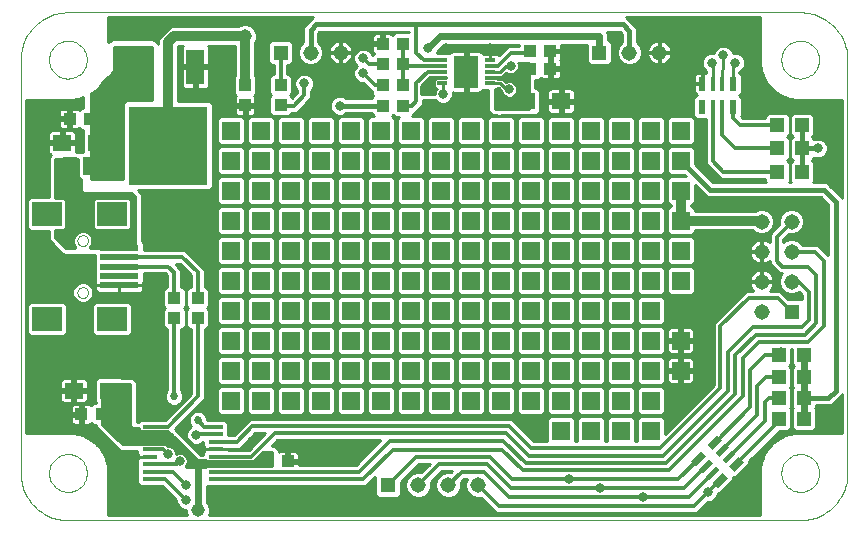
<source format=gtl>
G75*
G70*
%OFA0B0*%
%FSLAX24Y24*%
%IPPOS*%
%LPD*%
%AMOC8*
5,1,8,0,0,1.08239X$1,22.5*
%
%ADD10R,0.0433X0.0394*%
%ADD11R,0.0630X0.0551*%
%ADD12R,0.0173X0.0453*%
%ADD13R,0.0248X0.0453*%
%ADD14R,0.0472X0.0472*%
%ADD15R,0.0512X0.0591*%
%ADD16R,0.0515X0.0515*%
%ADD17C,0.0515*%
%ADD18R,0.0984X0.0787*%
%ADD19R,0.1299X0.0197*%
%ADD20C,0.0000*%
%ADD21R,0.2638X0.2638*%
%ADD22R,0.0630X0.1181*%
%ADD23R,0.0394X0.0433*%
%ADD24R,0.0819X0.1098*%
%ADD25R,0.0350X0.0122*%
%ADD26R,0.0600X0.0600*%
%ADD27R,0.0496X0.0126*%
%ADD28C,0.0240*%
%ADD29C,0.0160*%
%ADD30C,0.0450*%
%ADD31C,0.0320*%
%ADD32C,0.0100*%
%ADD33C,0.0120*%
%ADD34C,0.0413*%
%ADD35C,0.0270*%
%ADD36C,0.0320*%
D10*
X006744Y006960D03*
X007414Y006960D03*
X009835Y010169D03*
X010622Y010169D03*
X010622Y010838D03*
X009835Y010838D03*
X012945Y005385D03*
X013614Y005385D03*
X007020Y016803D03*
X006351Y016803D03*
X013378Y017255D03*
X013378Y017925D03*
X021705Y018476D03*
X022374Y018476D03*
X022374Y019066D03*
X021705Y019066D03*
D11*
X021548Y017393D03*
X022729Y017393D03*
X007276Y016015D03*
X006095Y016015D03*
X006489Y007747D03*
X007670Y007747D03*
D12*
G36*
X027464Y005005D02*
X027342Y005127D01*
X027660Y005445D01*
X027782Y005323D01*
X027464Y005005D01*
G37*
G36*
X027687Y004782D02*
X027565Y004904D01*
X027883Y005222D01*
X028005Y005100D01*
X027687Y004782D01*
G37*
G36*
X028230Y005325D02*
X028108Y005447D01*
X028426Y005765D01*
X028548Y005643D01*
X028230Y005325D01*
G37*
G36*
X028007Y005548D02*
X027885Y005670D01*
X028203Y005988D01*
X028325Y005866D01*
X028007Y005548D01*
G37*
X028103Y017206D03*
X027788Y017206D03*
X027788Y017974D03*
X028103Y017974D03*
D13*
X028455Y017974D03*
X027435Y017974D03*
X027435Y017206D03*
X028455Y017206D03*
G36*
X027784Y005770D02*
X027609Y005945D01*
X027928Y006264D01*
X028103Y006089D01*
X027784Y005770D01*
G37*
G36*
X027241Y005227D02*
X027066Y005402D01*
X027385Y005721D01*
X027560Y005546D01*
X027241Y005227D01*
G37*
G36*
X027962Y004506D02*
X027787Y004681D01*
X028106Y005000D01*
X028281Y004825D01*
X027962Y004506D01*
G37*
G36*
X028505Y005049D02*
X028330Y005224D01*
X028649Y005543D01*
X028824Y005368D01*
X028505Y005049D01*
G37*
D14*
X030000Y006812D03*
X030827Y006812D03*
X030827Y007501D03*
X030000Y007501D03*
X030000Y008190D03*
X030000Y008929D03*
X030827Y008929D03*
X030827Y008190D03*
X030770Y015031D03*
X029943Y015031D03*
X029943Y015818D03*
X030770Y015818D03*
X030770Y016606D03*
X029943Y016606D03*
D15*
X007020Y015228D03*
X006351Y015228D03*
D16*
X013378Y019017D03*
X024008Y019017D03*
X030414Y010381D03*
X016971Y004598D03*
D17*
X017971Y004598D03*
X018971Y004598D03*
X019971Y004598D03*
X029414Y010381D03*
X029414Y011381D03*
X030414Y011381D03*
X030414Y012381D03*
X029414Y012381D03*
X029414Y013381D03*
X030414Y013381D03*
X026008Y019017D03*
X025008Y019017D03*
X015378Y019017D03*
X014378Y019017D03*
D18*
X007768Y013633D03*
X005603Y013633D03*
X005603Y010129D03*
X007768Y010129D03*
D19*
X008004Y011251D03*
X008004Y011566D03*
X008004Y011881D03*
X008004Y012196D03*
X008004Y012511D03*
D20*
X006292Y003425D02*
X030701Y003425D01*
X030071Y004999D02*
X030073Y005049D01*
X030079Y005099D01*
X030089Y005148D01*
X030103Y005196D01*
X030120Y005243D01*
X030141Y005288D01*
X030166Y005332D01*
X030194Y005373D01*
X030226Y005412D01*
X030260Y005449D01*
X030297Y005483D01*
X030337Y005513D01*
X030379Y005540D01*
X030423Y005564D01*
X030469Y005585D01*
X030516Y005601D01*
X030564Y005614D01*
X030614Y005623D01*
X030663Y005628D01*
X030714Y005629D01*
X030764Y005626D01*
X030813Y005619D01*
X030862Y005608D01*
X030910Y005593D01*
X030956Y005575D01*
X031001Y005553D01*
X031044Y005527D01*
X031085Y005498D01*
X031124Y005466D01*
X031160Y005431D01*
X031192Y005393D01*
X031222Y005353D01*
X031249Y005310D01*
X031272Y005266D01*
X031291Y005220D01*
X031307Y005172D01*
X031319Y005123D01*
X031327Y005074D01*
X031331Y005024D01*
X031331Y004974D01*
X031327Y004924D01*
X031319Y004875D01*
X031307Y004826D01*
X031291Y004778D01*
X031272Y004732D01*
X031249Y004688D01*
X031222Y004645D01*
X031192Y004605D01*
X031160Y004567D01*
X031124Y004532D01*
X031085Y004500D01*
X031044Y004471D01*
X031001Y004445D01*
X030956Y004423D01*
X030910Y004405D01*
X030862Y004390D01*
X030813Y004379D01*
X030764Y004372D01*
X030714Y004369D01*
X030663Y004370D01*
X030614Y004375D01*
X030564Y004384D01*
X030516Y004397D01*
X030469Y004413D01*
X030423Y004434D01*
X030379Y004458D01*
X030337Y004485D01*
X030297Y004515D01*
X030260Y004549D01*
X030226Y004586D01*
X030194Y004625D01*
X030166Y004666D01*
X030141Y004710D01*
X030120Y004755D01*
X030103Y004802D01*
X030089Y004850D01*
X030079Y004899D01*
X030073Y004949D01*
X030071Y004999D01*
X030701Y003424D02*
X030778Y003426D01*
X030855Y003432D01*
X030932Y003441D01*
X031008Y003454D01*
X031084Y003471D01*
X031158Y003492D01*
X031232Y003516D01*
X031304Y003544D01*
X031374Y003575D01*
X031443Y003610D01*
X031511Y003648D01*
X031576Y003689D01*
X031639Y003734D01*
X031700Y003782D01*
X031759Y003832D01*
X031815Y003885D01*
X031868Y003941D01*
X031918Y004000D01*
X031966Y004061D01*
X032011Y004124D01*
X032052Y004189D01*
X032090Y004257D01*
X032125Y004326D01*
X032156Y004396D01*
X032184Y004468D01*
X032208Y004542D01*
X032229Y004616D01*
X032246Y004692D01*
X032259Y004768D01*
X032268Y004845D01*
X032274Y004922D01*
X032276Y004999D01*
X032276Y018779D01*
X030071Y018779D02*
X030073Y018829D01*
X030079Y018879D01*
X030089Y018928D01*
X030103Y018976D01*
X030120Y019023D01*
X030141Y019068D01*
X030166Y019112D01*
X030194Y019153D01*
X030226Y019192D01*
X030260Y019229D01*
X030297Y019263D01*
X030337Y019293D01*
X030379Y019320D01*
X030423Y019344D01*
X030469Y019365D01*
X030516Y019381D01*
X030564Y019394D01*
X030614Y019403D01*
X030663Y019408D01*
X030714Y019409D01*
X030764Y019406D01*
X030813Y019399D01*
X030862Y019388D01*
X030910Y019373D01*
X030956Y019355D01*
X031001Y019333D01*
X031044Y019307D01*
X031085Y019278D01*
X031124Y019246D01*
X031160Y019211D01*
X031192Y019173D01*
X031222Y019133D01*
X031249Y019090D01*
X031272Y019046D01*
X031291Y019000D01*
X031307Y018952D01*
X031319Y018903D01*
X031327Y018854D01*
X031331Y018804D01*
X031331Y018754D01*
X031327Y018704D01*
X031319Y018655D01*
X031307Y018606D01*
X031291Y018558D01*
X031272Y018512D01*
X031249Y018468D01*
X031222Y018425D01*
X031192Y018385D01*
X031160Y018347D01*
X031124Y018312D01*
X031085Y018280D01*
X031044Y018251D01*
X031001Y018225D01*
X030956Y018203D01*
X030910Y018185D01*
X030862Y018170D01*
X030813Y018159D01*
X030764Y018152D01*
X030714Y018149D01*
X030663Y018150D01*
X030614Y018155D01*
X030564Y018164D01*
X030516Y018177D01*
X030469Y018193D01*
X030423Y018214D01*
X030379Y018238D01*
X030337Y018265D01*
X030297Y018295D01*
X030260Y018329D01*
X030226Y018366D01*
X030194Y018405D01*
X030166Y018446D01*
X030141Y018490D01*
X030120Y018535D01*
X030103Y018582D01*
X030089Y018630D01*
X030079Y018679D01*
X030073Y018729D01*
X030071Y018779D01*
X030701Y020354D02*
X030778Y020352D01*
X030855Y020346D01*
X030932Y020337D01*
X031008Y020324D01*
X031084Y020307D01*
X031158Y020286D01*
X031232Y020262D01*
X031304Y020234D01*
X031374Y020203D01*
X031443Y020168D01*
X031511Y020130D01*
X031576Y020089D01*
X031639Y020044D01*
X031700Y019996D01*
X031759Y019946D01*
X031815Y019893D01*
X031868Y019837D01*
X031918Y019778D01*
X031966Y019717D01*
X032011Y019654D01*
X032052Y019589D01*
X032090Y019521D01*
X032125Y019452D01*
X032156Y019382D01*
X032184Y019310D01*
X032208Y019236D01*
X032229Y019162D01*
X032246Y019086D01*
X032259Y019010D01*
X032268Y018933D01*
X032274Y018856D01*
X032276Y018779D01*
X030701Y020354D02*
X006292Y020354D01*
X005662Y018779D02*
X005664Y018829D01*
X005670Y018879D01*
X005680Y018928D01*
X005694Y018976D01*
X005711Y019023D01*
X005732Y019068D01*
X005757Y019112D01*
X005785Y019153D01*
X005817Y019192D01*
X005851Y019229D01*
X005888Y019263D01*
X005928Y019293D01*
X005970Y019320D01*
X006014Y019344D01*
X006060Y019365D01*
X006107Y019381D01*
X006155Y019394D01*
X006205Y019403D01*
X006254Y019408D01*
X006305Y019409D01*
X006355Y019406D01*
X006404Y019399D01*
X006453Y019388D01*
X006501Y019373D01*
X006547Y019355D01*
X006592Y019333D01*
X006635Y019307D01*
X006676Y019278D01*
X006715Y019246D01*
X006751Y019211D01*
X006783Y019173D01*
X006813Y019133D01*
X006840Y019090D01*
X006863Y019046D01*
X006882Y019000D01*
X006898Y018952D01*
X006910Y018903D01*
X006918Y018854D01*
X006922Y018804D01*
X006922Y018754D01*
X006918Y018704D01*
X006910Y018655D01*
X006898Y018606D01*
X006882Y018558D01*
X006863Y018512D01*
X006840Y018468D01*
X006813Y018425D01*
X006783Y018385D01*
X006751Y018347D01*
X006715Y018312D01*
X006676Y018280D01*
X006635Y018251D01*
X006592Y018225D01*
X006547Y018203D01*
X006501Y018185D01*
X006453Y018170D01*
X006404Y018159D01*
X006355Y018152D01*
X006305Y018149D01*
X006254Y018150D01*
X006205Y018155D01*
X006155Y018164D01*
X006107Y018177D01*
X006060Y018193D01*
X006014Y018214D01*
X005970Y018238D01*
X005928Y018265D01*
X005888Y018295D01*
X005851Y018329D01*
X005817Y018366D01*
X005785Y018405D01*
X005757Y018446D01*
X005732Y018490D01*
X005711Y018535D01*
X005694Y018582D01*
X005680Y018630D01*
X005670Y018679D01*
X005664Y018729D01*
X005662Y018779D01*
X004717Y018779D02*
X004719Y018856D01*
X004725Y018933D01*
X004734Y019010D01*
X004747Y019086D01*
X004764Y019162D01*
X004785Y019236D01*
X004809Y019310D01*
X004837Y019382D01*
X004868Y019452D01*
X004903Y019521D01*
X004941Y019589D01*
X004982Y019654D01*
X005027Y019717D01*
X005075Y019778D01*
X005125Y019837D01*
X005178Y019893D01*
X005234Y019946D01*
X005293Y019996D01*
X005354Y020044D01*
X005417Y020089D01*
X005482Y020130D01*
X005550Y020168D01*
X005619Y020203D01*
X005689Y020234D01*
X005761Y020262D01*
X005835Y020286D01*
X005909Y020307D01*
X005985Y020324D01*
X006061Y020337D01*
X006138Y020346D01*
X006215Y020352D01*
X006292Y020354D01*
X004717Y018779D02*
X004717Y004999D01*
X004719Y004922D01*
X004725Y004845D01*
X004734Y004768D01*
X004747Y004692D01*
X004764Y004616D01*
X004785Y004542D01*
X004809Y004468D01*
X004837Y004396D01*
X004868Y004326D01*
X004903Y004257D01*
X004941Y004189D01*
X004982Y004124D01*
X005027Y004061D01*
X005075Y004000D01*
X005125Y003941D01*
X005178Y003885D01*
X005234Y003832D01*
X005293Y003782D01*
X005354Y003734D01*
X005417Y003689D01*
X005482Y003648D01*
X005550Y003610D01*
X005619Y003575D01*
X005689Y003544D01*
X005761Y003516D01*
X005835Y003492D01*
X005909Y003471D01*
X005985Y003454D01*
X006061Y003441D01*
X006138Y003432D01*
X006215Y003426D01*
X006292Y003424D01*
X005662Y004999D02*
X005664Y005049D01*
X005670Y005099D01*
X005680Y005148D01*
X005694Y005196D01*
X005711Y005243D01*
X005732Y005288D01*
X005757Y005332D01*
X005785Y005373D01*
X005817Y005412D01*
X005851Y005449D01*
X005888Y005483D01*
X005928Y005513D01*
X005970Y005540D01*
X006014Y005564D01*
X006060Y005585D01*
X006107Y005601D01*
X006155Y005614D01*
X006205Y005623D01*
X006254Y005628D01*
X006305Y005629D01*
X006355Y005626D01*
X006404Y005619D01*
X006453Y005608D01*
X006501Y005593D01*
X006547Y005575D01*
X006592Y005553D01*
X006635Y005527D01*
X006676Y005498D01*
X006715Y005466D01*
X006751Y005431D01*
X006783Y005393D01*
X006813Y005353D01*
X006840Y005310D01*
X006863Y005266D01*
X006882Y005220D01*
X006898Y005172D01*
X006910Y005123D01*
X006918Y005074D01*
X006922Y005024D01*
X006922Y004974D01*
X006918Y004924D01*
X006910Y004875D01*
X006898Y004826D01*
X006882Y004778D01*
X006863Y004732D01*
X006840Y004688D01*
X006813Y004645D01*
X006783Y004605D01*
X006751Y004567D01*
X006715Y004532D01*
X006676Y004500D01*
X006635Y004471D01*
X006592Y004445D01*
X006547Y004423D01*
X006501Y004405D01*
X006453Y004390D01*
X006404Y004379D01*
X006355Y004372D01*
X006305Y004369D01*
X006254Y004370D01*
X006205Y004375D01*
X006155Y004384D01*
X006107Y004397D01*
X006060Y004413D01*
X006014Y004434D01*
X005970Y004458D01*
X005928Y004485D01*
X005888Y004515D01*
X005851Y004549D01*
X005817Y004586D01*
X005785Y004625D01*
X005757Y004666D01*
X005732Y004710D01*
X005711Y004755D01*
X005694Y004802D01*
X005680Y004850D01*
X005670Y004899D01*
X005664Y004949D01*
X005662Y004999D01*
X006607Y011015D02*
X006609Y011041D01*
X006615Y011067D01*
X006625Y011092D01*
X006638Y011115D01*
X006654Y011135D01*
X006674Y011153D01*
X006696Y011168D01*
X006719Y011180D01*
X006745Y011188D01*
X006771Y011192D01*
X006797Y011192D01*
X006823Y011188D01*
X006849Y011180D01*
X006873Y011168D01*
X006894Y011153D01*
X006914Y011135D01*
X006930Y011115D01*
X006943Y011092D01*
X006953Y011067D01*
X006959Y011041D01*
X006961Y011015D01*
X006959Y010989D01*
X006953Y010963D01*
X006943Y010938D01*
X006930Y010915D01*
X006914Y010895D01*
X006894Y010877D01*
X006872Y010862D01*
X006849Y010850D01*
X006823Y010842D01*
X006797Y010838D01*
X006771Y010838D01*
X006745Y010842D01*
X006719Y010850D01*
X006695Y010862D01*
X006674Y010877D01*
X006654Y010895D01*
X006638Y010915D01*
X006625Y010938D01*
X006615Y010963D01*
X006609Y010989D01*
X006607Y011015D01*
X006607Y012747D02*
X006609Y012773D01*
X006615Y012799D01*
X006625Y012824D01*
X006638Y012847D01*
X006654Y012867D01*
X006674Y012885D01*
X006696Y012900D01*
X006719Y012912D01*
X006745Y012920D01*
X006771Y012924D01*
X006797Y012924D01*
X006823Y012920D01*
X006849Y012912D01*
X006873Y012900D01*
X006894Y012885D01*
X006914Y012867D01*
X006930Y012847D01*
X006943Y012824D01*
X006953Y012799D01*
X006959Y012773D01*
X006961Y012747D01*
X006959Y012721D01*
X006953Y012695D01*
X006943Y012670D01*
X006930Y012647D01*
X006914Y012627D01*
X006894Y012609D01*
X006872Y012594D01*
X006849Y012582D01*
X006823Y012574D01*
X006797Y012570D01*
X006771Y012570D01*
X006745Y012574D01*
X006719Y012582D01*
X006695Y012594D01*
X006674Y012609D01*
X006654Y012627D01*
X006638Y012647D01*
X006625Y012670D01*
X006615Y012695D01*
X006609Y012721D01*
X006607Y012747D01*
D21*
X009638Y015917D03*
D22*
X008733Y018535D03*
X010544Y018535D03*
D23*
X012197Y017925D03*
X012197Y017255D03*
X016784Y017245D03*
X017453Y017245D03*
X017453Y017934D03*
X016784Y017934D03*
X016784Y018623D03*
X017453Y018623D03*
X017453Y019312D03*
X016784Y019312D03*
D24*
X019571Y018377D03*
D25*
X018766Y018377D03*
X018766Y018180D03*
X018766Y017984D03*
X018766Y018574D03*
X018766Y018771D03*
X020376Y018771D03*
X020376Y018574D03*
X020376Y018377D03*
X020376Y018180D03*
X020376Y017984D03*
D26*
X020717Y016417D03*
X021717Y016417D03*
X022717Y016417D03*
X023717Y016417D03*
X024717Y016417D03*
X025717Y016417D03*
X026717Y016417D03*
X026717Y015417D03*
X025717Y015417D03*
X024717Y015417D03*
X023717Y015417D03*
X022717Y015417D03*
X021717Y015417D03*
X020717Y015417D03*
X019717Y015417D03*
X018717Y015417D03*
X017717Y015417D03*
X016717Y015417D03*
X015717Y015417D03*
X014717Y015417D03*
X013717Y015417D03*
X012717Y015417D03*
X011717Y015417D03*
X011717Y016417D03*
X012717Y016417D03*
X013717Y016417D03*
X014717Y016417D03*
X015717Y016417D03*
X016717Y016417D03*
X017717Y016417D03*
X018717Y016417D03*
X019717Y016417D03*
X019717Y014417D03*
X020717Y014417D03*
X021717Y014417D03*
X022717Y014417D03*
X023717Y014417D03*
X024717Y014417D03*
X025717Y014417D03*
X026717Y014417D03*
X026717Y013417D03*
X025717Y013417D03*
X024717Y013417D03*
X023717Y013417D03*
X022717Y013417D03*
X021717Y013417D03*
X020717Y013417D03*
X019717Y013417D03*
X018717Y013417D03*
X017717Y013417D03*
X016717Y013417D03*
X015717Y013417D03*
X014717Y013417D03*
X013717Y013417D03*
X013717Y014417D03*
X014717Y014417D03*
X015717Y014417D03*
X016717Y014417D03*
X017717Y014417D03*
X018717Y014417D03*
X018717Y012417D03*
X017717Y012417D03*
X016717Y012417D03*
X015717Y012417D03*
X014717Y012417D03*
X013717Y012417D03*
X012717Y012417D03*
X011717Y012417D03*
X011717Y013417D03*
X012717Y013417D03*
X012717Y014417D03*
X011717Y014417D03*
X011717Y011417D03*
X012717Y011417D03*
X013717Y011417D03*
X014717Y011417D03*
X015717Y011417D03*
X016717Y011417D03*
X017717Y011417D03*
X018717Y011417D03*
X019717Y011417D03*
X020717Y011417D03*
X021717Y011417D03*
X022717Y011417D03*
X023717Y011417D03*
X024717Y011417D03*
X025717Y011417D03*
X026717Y011417D03*
X026717Y012417D03*
X025717Y012417D03*
X024717Y012417D03*
X023717Y012417D03*
X022717Y012417D03*
X021717Y012417D03*
X020717Y012417D03*
X019717Y012417D03*
X019717Y010417D03*
X020717Y010417D03*
X021717Y010417D03*
X022717Y010417D03*
X023717Y010417D03*
X024717Y010417D03*
X025717Y010417D03*
X025717Y009417D03*
X026717Y009417D03*
X026717Y008417D03*
X025717Y008417D03*
X024717Y008417D03*
X024717Y009417D03*
X023717Y009417D03*
X022717Y009417D03*
X021717Y009417D03*
X020717Y009417D03*
X019717Y009417D03*
X018717Y009417D03*
X017717Y009417D03*
X016717Y009417D03*
X015717Y009417D03*
X014717Y009417D03*
X013717Y009417D03*
X012717Y009417D03*
X011717Y009417D03*
X011717Y008417D03*
X012717Y008417D03*
X013717Y008417D03*
X014717Y008417D03*
X015717Y008417D03*
X016717Y008417D03*
X017717Y008417D03*
X018717Y008417D03*
X019717Y008417D03*
X020717Y008417D03*
X021717Y008417D03*
X022717Y008417D03*
X023717Y008417D03*
X023717Y007417D03*
X022717Y007417D03*
X021717Y007417D03*
X020717Y007417D03*
X019717Y007417D03*
X018717Y007417D03*
X017717Y007417D03*
X016717Y007417D03*
X015717Y007417D03*
X014717Y007417D03*
X013717Y007417D03*
X012717Y007417D03*
X011717Y007417D03*
X011717Y010417D03*
X012717Y010417D03*
X013717Y010417D03*
X014717Y010417D03*
X015717Y010417D03*
X016717Y010417D03*
X017717Y010417D03*
X018717Y010417D03*
X024717Y007417D03*
X025717Y007417D03*
X025717Y006417D03*
X024717Y006417D03*
X023717Y006417D03*
X022717Y006417D03*
D27*
X011216Y006297D03*
X011216Y006047D03*
X011216Y005797D03*
X011216Y005547D03*
X011216Y005297D03*
X011216Y005047D03*
X011216Y004797D03*
X009028Y004797D03*
X009028Y005047D03*
X009028Y005297D03*
X009028Y005547D03*
X009028Y005797D03*
X009028Y006047D03*
X009028Y006297D03*
X009028Y006547D03*
X011216Y006547D03*
D28*
X010622Y005287D02*
X010622Y003761D01*
X030827Y006812D02*
X030827Y007501D01*
X030827Y008190D01*
X030827Y008929D01*
X021646Y017295D02*
X021548Y017393D01*
X021646Y018476D02*
X021705Y018476D01*
X024008Y019017D02*
X024008Y019558D01*
X018693Y019558D01*
X018300Y019165D01*
D29*
X017906Y019952D02*
X024796Y019952D01*
X025008Y019740D01*
X025008Y019017D01*
X030770Y016606D02*
X030770Y015818D01*
X031292Y015818D01*
X030750Y015818D01*
X030750Y015228D01*
X030770Y015208D01*
X030770Y015031D01*
X030770Y015818D01*
X031489Y014440D02*
X027693Y014440D01*
X026717Y015417D01*
X031489Y014440D02*
X031882Y014047D01*
X031882Y007747D01*
X031636Y007501D01*
X030827Y007501D01*
X030876Y008141D02*
X030827Y008190D01*
X016784Y017245D02*
X015347Y017245D01*
X014378Y019017D02*
X014378Y019771D01*
X014559Y019952D01*
X017906Y019952D01*
X009048Y019165D02*
X009048Y017476D01*
X008271Y017476D01*
X008183Y017439D01*
X008116Y017372D01*
X008079Y017283D01*
X008079Y014834D01*
X007079Y014834D01*
X007079Y017590D01*
X007086Y017597D01*
X007087Y017597D01*
X007089Y017600D01*
X007107Y017618D01*
X007185Y017676D01*
X007201Y017683D01*
X007223Y017704D01*
X007247Y017723D01*
X007256Y017738D01*
X007333Y017814D01*
X007348Y017823D01*
X007366Y017848D01*
X007388Y017869D01*
X007394Y017886D01*
X007453Y017964D01*
X007471Y017982D01*
X007473Y017983D01*
X007474Y017984D01*
X007866Y018377D01*
X007866Y019165D01*
X009048Y019165D01*
X009048Y019112D02*
X007866Y019112D01*
X007866Y018954D02*
X009048Y018954D01*
X009048Y018795D02*
X007866Y018795D01*
X007866Y018637D02*
X009048Y018637D01*
X009048Y018478D02*
X007866Y018478D01*
X007809Y018320D02*
X009048Y018320D01*
X009048Y018161D02*
X007650Y018161D01*
X007492Y018003D02*
X009048Y018003D01*
X009048Y017844D02*
X007363Y017844D01*
X007204Y017686D02*
X009048Y017686D01*
X009048Y017527D02*
X007079Y017527D01*
X007079Y017369D02*
X008115Y017369D01*
X008079Y017210D02*
X007079Y017210D01*
X007079Y017051D02*
X008079Y017051D01*
X008079Y016893D02*
X007079Y016893D01*
X007079Y016734D02*
X008079Y016734D01*
X008079Y016576D02*
X007079Y016576D01*
X007079Y016417D02*
X008079Y016417D01*
X008079Y016259D02*
X007079Y016259D01*
X007079Y016100D02*
X008079Y016100D01*
X008079Y015942D02*
X007079Y015942D01*
X007079Y015783D02*
X008079Y015783D01*
X008079Y015625D02*
X007079Y015625D01*
X007079Y015466D02*
X008079Y015466D01*
X008079Y015307D02*
X007079Y015307D01*
X007079Y015149D02*
X008079Y015149D01*
X008079Y014990D02*
X007079Y014990D01*
X006685Y014757D02*
X006685Y014391D01*
X006784Y014293D01*
X008408Y014293D01*
X008506Y014194D01*
X008506Y012521D01*
X007062Y012521D01*
X007087Y012545D01*
X007141Y012676D01*
X007141Y012818D01*
X007087Y012950D01*
X006986Y013050D01*
X006855Y013105D01*
X006713Y013105D01*
X006581Y013050D01*
X006481Y012950D01*
X006427Y012818D01*
X006427Y012676D01*
X006481Y012545D01*
X006505Y012521D01*
X006242Y012521D01*
X005898Y012866D01*
X005898Y013060D01*
X006169Y013060D01*
X006275Y013165D01*
X006275Y014101D01*
X006169Y014207D01*
X005898Y014207D01*
X005898Y015425D01*
X006584Y015425D01*
X006584Y014858D01*
X006685Y014757D01*
X006685Y014673D02*
X005898Y014673D01*
X005898Y014515D02*
X006685Y014515D01*
X006720Y014356D02*
X005898Y014356D01*
X006179Y014198D02*
X007192Y014198D01*
X007201Y014207D02*
X007096Y014101D01*
X007096Y013165D01*
X007201Y013060D01*
X008335Y013060D01*
X008440Y013165D01*
X008440Y014101D01*
X008335Y014207D01*
X007201Y014207D01*
X007096Y014039D02*
X006275Y014039D01*
X006275Y013881D02*
X007096Y013881D01*
X007096Y013722D02*
X006275Y013722D01*
X006275Y013563D02*
X007096Y013563D01*
X007096Y013405D02*
X006275Y013405D01*
X006275Y013246D02*
X007096Y013246D01*
X007173Y013088D02*
X006895Y013088D01*
X006672Y013088D02*
X006198Y013088D01*
X006473Y012929D02*
X005898Y012929D01*
X005993Y012771D02*
X006427Y012771D01*
X006453Y012612D02*
X006151Y012612D01*
X007114Y012612D02*
X008506Y012612D01*
X008506Y012771D02*
X007141Y012771D01*
X007095Y012929D02*
X008506Y012929D01*
X008506Y013088D02*
X008363Y013088D01*
X008440Y013246D02*
X008506Y013246D01*
X008506Y013405D02*
X008440Y013405D01*
X008440Y013563D02*
X008506Y013563D01*
X008506Y013722D02*
X008440Y013722D01*
X008440Y013881D02*
X008506Y013881D01*
X008506Y014039D02*
X008440Y014039D01*
X008503Y014198D02*
X008344Y014198D01*
X006610Y014832D02*
X005898Y014832D01*
X005898Y014990D02*
X006584Y014990D01*
X006584Y015149D02*
X005898Y015149D01*
X005898Y015307D02*
X006584Y015307D01*
D30*
X007866Y016852D03*
X012197Y019558D03*
X006981Y011537D03*
X008779Y010723D03*
X008998Y011291D03*
X010622Y003761D03*
D31*
X010229Y004106D03*
X010229Y004598D03*
X010032Y005385D03*
X009638Y005631D03*
X009433Y006165D03*
X010130Y006468D03*
X010573Y006271D03*
X012443Y006074D03*
X013624Y005877D03*
X010229Y007944D03*
X006784Y008633D03*
X006095Y006566D03*
X005111Y006566D03*
X007866Y003810D03*
X008014Y010848D03*
X007374Y010848D03*
X010229Y011438D03*
X010622Y014047D03*
X009048Y014047D03*
X005357Y016015D03*
X005701Y016803D03*
X005111Y017196D03*
X007866Y019952D03*
X011262Y018968D03*
X011656Y018968D03*
X014166Y017984D03*
X015347Y017245D03*
X016134Y018328D03*
X016134Y018820D03*
X016134Y019362D03*
X018300Y019165D03*
X018890Y019165D03*
X020366Y019165D03*
X021055Y018574D03*
X021006Y017787D03*
X020662Y017245D03*
X018792Y017639D03*
X018300Y017836D03*
X022876Y018131D03*
X022926Y019066D03*
X027158Y019165D03*
X027748Y018673D03*
X028142Y018919D03*
X028536Y018673D03*
X029126Y019952D03*
X029717Y017639D03*
X031882Y017196D03*
X031292Y015818D03*
X031882Y015031D03*
X030849Y013997D03*
X029766Y013997D03*
X028487Y013997D03*
X027551Y013997D03*
X027551Y012423D03*
X027551Y011438D03*
X027551Y009716D03*
X027551Y008535D03*
X031882Y006566D03*
X027616Y004352D03*
X029126Y003810D03*
X025451Y004204D03*
X024024Y004499D03*
X022990Y004795D03*
X027404Y015621D03*
X027404Y016409D03*
X012788Y017491D03*
X010918Y017541D03*
X010130Y017541D03*
D32*
X009968Y017508D02*
X011855Y017508D01*
X011850Y017492D02*
X011850Y017304D01*
X012148Y017304D01*
X012148Y017207D01*
X011850Y017207D01*
X011850Y017019D01*
X011861Y016981D01*
X011880Y016947D01*
X011908Y016919D01*
X011942Y016899D01*
X011981Y016889D01*
X012149Y016889D01*
X012149Y017207D01*
X012246Y017207D01*
X012246Y017304D01*
X012544Y017304D01*
X012544Y017492D01*
X012534Y017530D01*
X012514Y017564D01*
X012502Y017576D01*
X012564Y017638D01*
X012564Y018211D01*
X012527Y018248D01*
X012527Y019330D01*
X012532Y019335D01*
X012592Y019480D01*
X012592Y019637D01*
X012532Y019782D01*
X012421Y019893D01*
X012276Y019953D01*
X012119Y019953D01*
X011973Y019893D01*
X011969Y019888D01*
X009769Y019888D01*
X009648Y019838D01*
X009555Y019745D01*
X009358Y019548D01*
X009308Y019427D01*
X009308Y019296D01*
X009308Y019293D01*
X009293Y019329D01*
X009212Y019411D01*
X009105Y019455D01*
X008990Y019455D01*
X007809Y019455D01*
X007702Y019411D01*
X007643Y019351D01*
X007643Y020184D01*
X014465Y020184D01*
X014418Y020164D01*
X014166Y019913D01*
X014128Y019821D01*
X014128Y019721D01*
X014128Y019372D01*
X014016Y019259D01*
X013951Y019102D01*
X013951Y018932D01*
X014016Y018775D01*
X014136Y018655D01*
X014293Y018590D01*
X014463Y018590D01*
X014620Y018655D01*
X014741Y018775D01*
X014806Y018932D01*
X014806Y019102D01*
X014741Y019259D01*
X014628Y019372D01*
X014628Y019667D01*
X014663Y019702D01*
X017676Y019702D01*
X017676Y019699D01*
X017186Y019699D01*
X017103Y019616D01*
X017101Y019621D01*
X017073Y019649D01*
X017039Y019669D01*
X017000Y019679D01*
X016832Y019679D01*
X016832Y019361D01*
X016735Y019361D01*
X016735Y019264D01*
X016437Y019264D01*
X016437Y019076D01*
X016447Y019038D01*
X016467Y019004D01*
X016489Y018982D01*
X016443Y018936D01*
X016414Y019007D01*
X016321Y019100D01*
X016200Y019150D01*
X016069Y019150D01*
X015947Y019100D01*
X015854Y019007D01*
X015804Y018886D01*
X015804Y018755D01*
X015854Y018633D01*
X015914Y018574D01*
X015854Y018515D01*
X015804Y018394D01*
X015804Y018262D01*
X015854Y018141D01*
X015947Y018048D01*
X016069Y017998D01*
X016139Y017998D01*
X016417Y017720D01*
X016417Y017647D01*
X016474Y017590D01*
X016417Y017532D01*
X016417Y017495D01*
X015563Y017495D01*
X015534Y017525D01*
X015412Y017575D01*
X015281Y017575D01*
X015160Y017525D01*
X015067Y017432D01*
X015017Y017311D01*
X015017Y017180D01*
X015067Y017059D01*
X015160Y016966D01*
X015281Y016915D01*
X015412Y016915D01*
X015534Y016966D01*
X015563Y016995D01*
X016417Y016995D01*
X016417Y016958D01*
X016489Y016887D01*
X016346Y016887D01*
X016247Y016787D01*
X016247Y016046D01*
X016346Y015947D01*
X017087Y015947D01*
X017187Y016046D01*
X017187Y016787D01*
X017087Y016887D01*
X017079Y016887D01*
X017118Y016926D01*
X017186Y016859D01*
X017319Y016859D01*
X017247Y016787D01*
X017247Y016046D01*
X017346Y015947D01*
X018087Y015947D01*
X018187Y016046D01*
X018187Y016787D01*
X018087Y016887D01*
X017748Y016887D01*
X017820Y016958D01*
X017820Y017015D01*
X017853Y017015D01*
X017988Y017150D01*
X018136Y017298D01*
X018136Y017419D01*
X018145Y017419D01*
X018545Y017419D01*
X018605Y017359D01*
X018726Y017309D01*
X018857Y017309D01*
X018979Y017359D01*
X019071Y017452D01*
X019122Y017573D01*
X019122Y017684D01*
X019142Y017678D01*
X019521Y017678D01*
X019521Y018327D01*
X019621Y018327D01*
X019621Y017678D01*
X020000Y017678D01*
X020039Y017688D01*
X020073Y017708D01*
X020101Y017736D01*
X020118Y017765D01*
X020130Y017753D01*
X020294Y017753D01*
X020294Y017056D01*
X020423Y016927D01*
X020568Y016927D01*
X020596Y016915D01*
X020727Y016915D01*
X020755Y016927D01*
X021737Y016927D01*
X021758Y016947D01*
X021933Y016947D01*
X022032Y017047D01*
X022032Y017739D01*
X021933Y017839D01*
X021866Y017839D01*
X021866Y018109D01*
X021992Y018109D01*
X022054Y018171D01*
X022066Y018159D01*
X022100Y018139D01*
X022138Y018129D01*
X022326Y018129D01*
X022326Y018427D01*
X022423Y018427D01*
X022423Y018524D01*
X022741Y018524D01*
X022741Y018692D01*
X022731Y018730D01*
X022711Y018765D01*
X022705Y018771D01*
X022711Y018777D01*
X022731Y018812D01*
X022741Y018850D01*
X022741Y019018D01*
X022423Y019018D01*
X022423Y019115D01*
X022741Y019115D01*
X022741Y019268D01*
X023581Y019268D01*
X023581Y018689D01*
X023680Y018590D01*
X024336Y018590D01*
X024436Y018689D01*
X024436Y019345D01*
X024336Y019445D01*
X024298Y019445D01*
X024298Y019616D01*
X024262Y019702D01*
X024692Y019702D01*
X024758Y019636D01*
X024758Y019372D01*
X024646Y019259D01*
X024581Y019102D01*
X024581Y018932D01*
X024646Y018775D01*
X024766Y018655D01*
X024923Y018590D01*
X025093Y018590D01*
X025250Y018655D01*
X025371Y018775D01*
X025436Y018932D01*
X025436Y019102D01*
X025371Y019259D01*
X025258Y019372D01*
X025258Y019690D01*
X025258Y019789D01*
X025220Y019881D01*
X025007Y020094D01*
X024937Y020164D01*
X024890Y020184D01*
X029350Y020184D01*
X029350Y018842D01*
X029345Y018837D01*
X029350Y018773D01*
X029350Y018708D01*
X029355Y018704D01*
X029358Y018655D01*
X029351Y018644D01*
X029363Y018587D01*
X029367Y018528D01*
X029378Y018519D01*
X029390Y018465D01*
X029384Y018453D01*
X029404Y018398D01*
X029417Y018341D01*
X029428Y018334D01*
X029448Y018282D01*
X029444Y018269D01*
X029472Y018218D01*
X029492Y018163D01*
X029505Y018157D01*
X029531Y018109D01*
X029529Y018095D01*
X029564Y018048D01*
X029592Y017997D01*
X029605Y017993D01*
X029639Y017949D01*
X029639Y017935D01*
X029680Y017894D01*
X029715Y017847D01*
X029728Y017845D01*
X029767Y017806D01*
X029769Y017792D01*
X029816Y017757D01*
X029857Y017716D01*
X029871Y017716D01*
X029915Y017683D01*
X029919Y017670D01*
X029970Y017642D01*
X030017Y017607D01*
X030031Y017609D01*
X030079Y017582D01*
X030085Y017570D01*
X030140Y017549D01*
X030191Y017522D01*
X030204Y017525D01*
X030256Y017506D01*
X030263Y017494D01*
X030320Y017482D01*
X030375Y017462D01*
X030387Y017468D01*
X030442Y017456D01*
X030451Y017445D01*
X030509Y017441D01*
X030566Y017429D01*
X030577Y017436D01*
X030626Y017433D01*
X030631Y017428D01*
X030695Y017428D01*
X030759Y017423D01*
X030764Y017428D01*
X032106Y017428D01*
X032106Y014160D01*
X032094Y014188D01*
X032024Y014259D01*
X031700Y014582D01*
X031630Y014652D01*
X031538Y014690D01*
X031142Y014690D01*
X031176Y014724D01*
X031176Y015337D01*
X031089Y015425D01*
X031174Y015510D01*
X031226Y015488D01*
X031357Y015488D01*
X031479Y015539D01*
X031571Y015631D01*
X031622Y015753D01*
X031622Y015884D01*
X031571Y016005D01*
X031479Y016098D01*
X031357Y016148D01*
X031226Y016148D01*
X031174Y016127D01*
X031089Y016212D01*
X031176Y016299D01*
X031176Y016912D01*
X031077Y017012D01*
X030463Y017012D01*
X030364Y016912D01*
X030364Y016299D01*
X030451Y016212D01*
X030364Y016125D01*
X030364Y015512D01*
X030451Y015425D01*
X030364Y015337D01*
X030364Y014724D01*
X030398Y014690D01*
X030315Y014690D01*
X030349Y014724D01*
X030349Y015337D01*
X030262Y015425D01*
X030349Y015512D01*
X030349Y016125D01*
X030262Y016212D01*
X030349Y016299D01*
X030349Y016912D01*
X030250Y017012D01*
X029637Y017012D01*
X029537Y016912D01*
X029537Y016836D01*
X028779Y016836D01*
X028727Y016887D01*
X028749Y016909D01*
X028749Y017503D01*
X028662Y017590D01*
X028749Y017677D01*
X028749Y018271D01*
X028675Y018345D01*
X028675Y018373D01*
X028723Y018393D01*
X028815Y018486D01*
X028866Y018607D01*
X028866Y018738D01*
X028815Y018859D01*
X028723Y018952D01*
X028601Y019003D01*
X028470Y019003D01*
X028465Y019001D01*
X028422Y019106D01*
X028329Y019198D01*
X028208Y019249D01*
X028076Y019249D01*
X027955Y019198D01*
X027862Y019106D01*
X027819Y019001D01*
X027814Y019003D01*
X027683Y019003D01*
X027561Y018952D01*
X027469Y018859D01*
X027418Y018738D01*
X027418Y018607D01*
X027469Y018486D01*
X027561Y018393D01*
X027568Y018390D01*
X027568Y018350D01*
X027447Y018350D01*
X027447Y017986D01*
X027423Y017986D01*
X027423Y017962D01*
X027161Y017962D01*
X027161Y017728D01*
X027172Y017689D01*
X027191Y017655D01*
X027219Y017627D01*
X027253Y017608D01*
X027273Y017602D01*
X027241Y017602D01*
X027141Y017503D01*
X027141Y016909D01*
X027241Y016810D01*
X027558Y016810D01*
X027558Y015480D01*
X027558Y015290D01*
X028047Y014801D01*
X028237Y014801D01*
X029537Y014801D01*
X029537Y014724D01*
X029571Y014690D01*
X027797Y014690D01*
X027187Y015300D01*
X027187Y015787D01*
X027087Y015887D01*
X026346Y015887D01*
X026247Y015787D01*
X026247Y015046D01*
X026346Y014947D01*
X026833Y014947D01*
X026893Y014887D01*
X026346Y014887D01*
X026247Y014787D01*
X026247Y014046D01*
X026346Y013947D01*
X026387Y013947D01*
X026387Y013887D01*
X026346Y013887D01*
X026247Y013787D01*
X026247Y013046D01*
X026346Y012947D01*
X027087Y012947D01*
X027187Y013046D01*
X027187Y013087D01*
X029104Y013087D01*
X029172Y013019D01*
X029329Y012954D01*
X029499Y012954D01*
X029656Y013019D01*
X029776Y013139D01*
X029841Y013296D01*
X029841Y013466D01*
X029776Y013623D01*
X029656Y013744D01*
X029499Y013809D01*
X029329Y013809D01*
X029179Y013747D01*
X027187Y013747D01*
X027187Y013787D01*
X027087Y013887D01*
X027047Y013887D01*
X027047Y013947D01*
X027087Y013947D01*
X027187Y014046D01*
X027187Y014593D01*
X027552Y014228D01*
X027643Y014190D01*
X027743Y014190D01*
X031385Y014190D01*
X031632Y013943D01*
X031632Y012260D01*
X031584Y012308D01*
X031281Y012611D01*
X031090Y012611D01*
X030781Y012611D01*
X030776Y012623D01*
X030656Y012744D01*
X030499Y012809D01*
X030329Y012809D01*
X030172Y012744D01*
X030144Y012716D01*
X030144Y012786D01*
X030316Y012959D01*
X030329Y012954D01*
X030499Y012954D01*
X030656Y013019D01*
X030776Y013139D01*
X030841Y013296D01*
X030841Y013466D01*
X030776Y013623D01*
X030656Y013744D01*
X030499Y013809D01*
X030329Y013809D01*
X030172Y013744D01*
X030051Y013623D01*
X029986Y013466D01*
X029986Y013296D01*
X029991Y013284D01*
X029684Y012976D01*
X029684Y012786D01*
X029684Y012687D01*
X029679Y012692D01*
X029627Y012730D01*
X029570Y012759D01*
X029509Y012779D01*
X029446Y012789D01*
X029442Y012789D01*
X029442Y012410D01*
X029385Y012410D01*
X029385Y012789D01*
X029382Y012789D01*
X029318Y012779D01*
X029257Y012759D01*
X029200Y012730D01*
X029148Y012692D01*
X029103Y012647D01*
X029065Y012595D01*
X029036Y012538D01*
X029016Y012477D01*
X029006Y012413D01*
X029006Y012410D01*
X029385Y012410D01*
X029385Y012352D01*
X029442Y012352D01*
X029442Y011974D01*
X029446Y011974D01*
X029509Y011984D01*
X029570Y012004D01*
X029627Y012033D01*
X029679Y012070D01*
X029684Y012075D01*
X029684Y011983D01*
X029818Y011848D01*
X029818Y011848D01*
X030015Y011651D01*
X030079Y011651D01*
X030051Y011623D01*
X029986Y011466D01*
X029986Y011296D01*
X030051Y011139D01*
X030172Y011019D01*
X030329Y010954D01*
X030499Y010954D01*
X030656Y011019D01*
X030676Y011039D01*
X030766Y010949D01*
X030766Y010784D01*
X030742Y010809D01*
X030311Y010809D01*
X030042Y011078D01*
X029852Y011078D01*
X029686Y011078D01*
X029724Y011116D01*
X029762Y011168D01*
X029791Y011225D01*
X029811Y011286D01*
X029821Y011349D01*
X029821Y011352D01*
X029443Y011352D01*
X029443Y011410D01*
X029821Y011410D01*
X029821Y011413D01*
X029811Y011477D01*
X029791Y011538D01*
X029762Y011595D01*
X029724Y011647D01*
X029679Y011692D01*
X029627Y011730D01*
X029570Y011759D01*
X029509Y011779D01*
X029446Y011789D01*
X029442Y011789D01*
X029442Y011410D01*
X029385Y011410D01*
X029385Y011789D01*
X029382Y011789D01*
X029318Y011779D01*
X029257Y011759D01*
X029200Y011730D01*
X029148Y011692D01*
X029103Y011647D01*
X029065Y011595D01*
X029036Y011538D01*
X029016Y011477D01*
X029006Y011413D01*
X029006Y011410D01*
X029385Y011410D01*
X029385Y011352D01*
X029006Y011352D01*
X029006Y011349D01*
X029016Y011286D01*
X029036Y011225D01*
X029065Y011168D01*
X029103Y011116D01*
X029141Y011078D01*
X029074Y011078D01*
X028883Y011078D01*
X027948Y010143D01*
X027814Y010008D01*
X027814Y007941D01*
X026187Y006314D01*
X026187Y006787D01*
X026087Y006887D01*
X025346Y006887D01*
X025247Y006787D01*
X025247Y006058D01*
X025187Y006058D01*
X025187Y006787D01*
X025087Y006887D01*
X024346Y006887D01*
X024247Y006787D01*
X024247Y006058D01*
X024187Y006058D01*
X024187Y006787D01*
X024087Y006887D01*
X023346Y006887D01*
X023247Y006787D01*
X023247Y006058D01*
X023187Y006058D01*
X023187Y006787D01*
X023087Y006887D01*
X022346Y006887D01*
X022247Y006787D01*
X022247Y006058D01*
X021840Y006058D01*
X021101Y006796D01*
X020911Y006796D01*
X012348Y006796D01*
X012213Y006662D01*
X012213Y006661D01*
X011829Y006277D01*
X011634Y006277D01*
X011634Y006414D01*
X011634Y006681D01*
X011535Y006780D01*
X010930Y006780D01*
X010927Y006783D01*
X010927Y006824D01*
X010881Y006936D01*
X010795Y007022D01*
X010683Y007068D01*
X010562Y007068D01*
X010450Y007022D01*
X010364Y006936D01*
X010317Y006824D01*
X010317Y006702D01*
X010364Y006590D01*
X010398Y006556D01*
X010386Y006551D01*
X010293Y006458D01*
X010243Y006337D01*
X010243Y006205D01*
X010293Y006084D01*
X010386Y005991D01*
X010507Y005941D01*
X010639Y005941D01*
X010760Y005991D01*
X010798Y006030D01*
X010798Y005914D01*
X010821Y005891D01*
X010818Y005880D01*
X010818Y005798D01*
X011216Y005798D01*
X011216Y005797D01*
X010818Y005797D01*
X010818Y005715D01*
X010821Y005704D01*
X010798Y005681D01*
X010798Y005615D01*
X010718Y005615D01*
X009865Y006468D01*
X010718Y007321D01*
X010852Y007455D01*
X010852Y009802D01*
X010909Y009802D01*
X011009Y009901D01*
X011009Y010436D01*
X010941Y010503D01*
X011009Y010571D01*
X011009Y011105D01*
X010909Y011205D01*
X010852Y011205D01*
X010852Y011780D01*
X010718Y011914D01*
X010206Y012426D01*
X010015Y012426D01*
X008824Y012426D01*
X008824Y012680D01*
X008756Y012748D01*
X008756Y014244D01*
X008718Y014336D01*
X008648Y014406D01*
X008648Y014406D01*
X008626Y014428D01*
X011027Y014428D01*
X011127Y014527D01*
X011127Y017306D01*
X011027Y017406D01*
X009968Y017406D01*
X009968Y019225D01*
X009972Y019228D01*
X010120Y019228D01*
X010109Y019217D01*
X010089Y019183D01*
X010079Y019145D01*
X010079Y018585D01*
X010493Y018585D01*
X010493Y018485D01*
X010079Y018485D01*
X010079Y017924D01*
X010089Y017886D01*
X010109Y017852D01*
X010137Y017824D01*
X010171Y017804D01*
X010209Y017794D01*
X010494Y017794D01*
X010494Y018485D01*
X010594Y018485D01*
X010594Y018585D01*
X011009Y018585D01*
X011009Y019145D01*
X010998Y019183D01*
X010979Y019217D01*
X010968Y019228D01*
X011867Y019228D01*
X011867Y018248D01*
X011830Y018211D01*
X011830Y017638D01*
X011892Y017576D01*
X011880Y017564D01*
X011861Y017530D01*
X011850Y017492D01*
X011850Y017410D02*
X009968Y017410D01*
X009968Y017607D02*
X011861Y017607D01*
X011830Y017705D02*
X009968Y017705D01*
X009968Y017804D02*
X010172Y017804D01*
X010085Y017903D02*
X009968Y017903D01*
X009968Y018001D02*
X010079Y018001D01*
X010079Y018100D02*
X009968Y018100D01*
X009968Y018198D02*
X010079Y018198D01*
X010079Y018297D02*
X009968Y018297D01*
X009968Y018395D02*
X010079Y018395D01*
X009968Y018494D02*
X010493Y018494D01*
X010494Y018395D02*
X010594Y018395D01*
X010594Y018485D02*
X010594Y017794D01*
X010878Y017794D01*
X010916Y017804D01*
X010951Y017824D01*
X010979Y017852D01*
X010998Y017886D01*
X011009Y017924D01*
X011009Y018485D01*
X010594Y018485D01*
X010594Y018494D02*
X011867Y018494D01*
X011867Y018592D02*
X011009Y018592D01*
X011009Y018691D02*
X011867Y018691D01*
X011867Y018789D02*
X011009Y018789D01*
X011009Y018888D02*
X011867Y018888D01*
X011867Y018987D02*
X011009Y018987D01*
X011009Y019085D02*
X011867Y019085D01*
X011867Y019184D02*
X010998Y019184D01*
X010089Y019184D02*
X009968Y019184D01*
X009968Y019085D02*
X010079Y019085D01*
X010079Y018987D02*
X009968Y018987D01*
X009968Y018888D02*
X010079Y018888D01*
X010079Y018789D02*
X009968Y018789D01*
X009968Y018691D02*
X010079Y018691D01*
X010079Y018592D02*
X009968Y018592D01*
X010494Y018297D02*
X010594Y018297D01*
X010594Y018198D02*
X010494Y018198D01*
X010494Y018100D02*
X010594Y018100D01*
X010594Y018001D02*
X010494Y018001D01*
X010494Y017903D02*
X010594Y017903D01*
X010594Y017804D02*
X010494Y017804D01*
X010915Y017804D02*
X011830Y017804D01*
X011830Y017903D02*
X011003Y017903D01*
X011009Y018001D02*
X011830Y018001D01*
X011830Y018100D02*
X011009Y018100D01*
X011009Y018198D02*
X011830Y018198D01*
X011867Y018297D02*
X011009Y018297D01*
X011009Y018395D02*
X011867Y018395D01*
X012527Y018395D02*
X013148Y018395D01*
X013148Y018297D02*
X012527Y018297D01*
X012564Y018198D02*
X012998Y018198D01*
X012992Y018192D02*
X012992Y017657D01*
X013059Y017590D01*
X012992Y017523D01*
X012992Y016988D01*
X013091Y016888D01*
X013665Y016888D01*
X013765Y016988D01*
X013765Y017015D01*
X013916Y017015D01*
X014261Y017360D01*
X014396Y017495D01*
X014396Y017747D01*
X014445Y017797D01*
X014496Y017918D01*
X014496Y018049D01*
X014445Y018171D01*
X014353Y018263D01*
X014231Y018314D01*
X014100Y018314D01*
X013979Y018263D01*
X013886Y018171D01*
X013836Y018049D01*
X013836Y017918D01*
X013886Y017797D01*
X013936Y017747D01*
X013936Y017685D01*
X013765Y017514D01*
X013765Y017523D01*
X013697Y017590D01*
X013765Y017657D01*
X013765Y018192D01*
X013665Y018291D01*
X013608Y018291D01*
X013608Y018590D01*
X013706Y018590D01*
X013806Y018689D01*
X013806Y019345D01*
X013706Y019445D01*
X013050Y019445D01*
X012951Y019345D01*
X012951Y018689D01*
X013050Y018590D01*
X013148Y018590D01*
X013148Y018291D01*
X013091Y018291D01*
X012992Y018192D01*
X012992Y018100D02*
X012564Y018100D01*
X012564Y018001D02*
X012992Y018001D01*
X012992Y017903D02*
X012564Y017903D01*
X012564Y017804D02*
X012992Y017804D01*
X012992Y017705D02*
X012564Y017705D01*
X012533Y017607D02*
X013042Y017607D01*
X012992Y017508D02*
X012539Y017508D01*
X012544Y017410D02*
X012992Y017410D01*
X012992Y017311D02*
X012544Y017311D01*
X012544Y017207D02*
X012246Y017207D01*
X012246Y016889D01*
X012414Y016889D01*
X012452Y016899D01*
X012486Y016919D01*
X012514Y016947D01*
X012534Y016981D01*
X012544Y017019D01*
X012544Y017207D01*
X012544Y017114D02*
X012992Y017114D01*
X012992Y017016D02*
X012543Y017016D01*
X012483Y016917D02*
X013063Y016917D01*
X013087Y016887D02*
X012346Y016887D01*
X012247Y016787D01*
X012247Y016046D01*
X012346Y015947D01*
X013087Y015947D01*
X013187Y016046D01*
X013187Y016787D01*
X013087Y016887D01*
X013155Y016819D02*
X013278Y016819D01*
X013247Y016787D02*
X013346Y016887D01*
X014087Y016887D01*
X014187Y016787D01*
X014187Y016046D01*
X014087Y015947D01*
X013346Y015947D01*
X013247Y016046D01*
X013247Y016787D01*
X013247Y016720D02*
X013187Y016720D01*
X013187Y016621D02*
X013247Y016621D01*
X013247Y016523D02*
X013187Y016523D01*
X013187Y016424D02*
X013247Y016424D01*
X013247Y016326D02*
X013187Y016326D01*
X013187Y016227D02*
X013247Y016227D01*
X013247Y016129D02*
X013187Y016129D01*
X013171Y016030D02*
X013263Y016030D01*
X013346Y015887D02*
X013247Y015787D01*
X013247Y015046D01*
X013346Y014947D01*
X014087Y014947D01*
X014187Y015046D01*
X014187Y015787D01*
X014087Y015887D01*
X013346Y015887D01*
X013293Y015833D02*
X013141Y015833D01*
X013187Y015787D02*
X013087Y015887D01*
X012346Y015887D01*
X012247Y015787D01*
X012247Y015046D01*
X012346Y014947D01*
X013087Y014947D01*
X013187Y015046D01*
X013187Y015787D01*
X013187Y015735D02*
X013247Y015735D01*
X013247Y015636D02*
X013187Y015636D01*
X013187Y015538D02*
X013247Y015538D01*
X013247Y015439D02*
X013187Y015439D01*
X013187Y015340D02*
X013247Y015340D01*
X013247Y015242D02*
X013187Y015242D01*
X013187Y015143D02*
X013247Y015143D01*
X013248Y015045D02*
X013185Y015045D01*
X013087Y014887D02*
X012346Y014887D01*
X012247Y014787D01*
X012247Y014046D01*
X012346Y013947D01*
X013087Y013947D01*
X013187Y014046D01*
X013187Y014787D01*
X013087Y014887D01*
X013126Y014848D02*
X013307Y014848D01*
X013346Y014887D02*
X013247Y014787D01*
X013247Y014046D01*
X013346Y013947D01*
X014087Y013947D01*
X014187Y014046D01*
X014187Y014787D01*
X014087Y014887D01*
X013346Y014887D01*
X013247Y014749D02*
X013187Y014749D01*
X013187Y014651D02*
X013247Y014651D01*
X013247Y014552D02*
X013187Y014552D01*
X013187Y014454D02*
X013247Y014454D01*
X013247Y014355D02*
X013187Y014355D01*
X013187Y014256D02*
X013247Y014256D01*
X013247Y014158D02*
X013187Y014158D01*
X013187Y014059D02*
X013247Y014059D01*
X013332Y013961D02*
X013101Y013961D01*
X013087Y013887D02*
X012346Y013887D01*
X012247Y013787D01*
X012247Y013046D01*
X012346Y012947D01*
X013087Y012947D01*
X013187Y013046D01*
X013187Y013787D01*
X013087Y013887D01*
X013112Y013862D02*
X013322Y013862D01*
X013346Y013887D02*
X013247Y013787D01*
X013247Y013046D01*
X013346Y012947D01*
X014087Y012947D01*
X014187Y013046D01*
X014187Y013787D01*
X014087Y013887D01*
X013346Y013887D01*
X013247Y013764D02*
X013187Y013764D01*
X013187Y013665D02*
X013247Y013665D01*
X013247Y013567D02*
X013187Y013567D01*
X013187Y013468D02*
X013247Y013468D01*
X013247Y013370D02*
X013187Y013370D01*
X013187Y013271D02*
X013247Y013271D01*
X013247Y013172D02*
X013187Y013172D01*
X013187Y013074D02*
X013247Y013074D01*
X013318Y012975D02*
X013116Y012975D01*
X013087Y012887D02*
X012346Y012887D01*
X012247Y012787D01*
X012247Y012046D01*
X012346Y011947D01*
X013087Y011947D01*
X013187Y012046D01*
X013187Y012787D01*
X013087Y012887D01*
X013097Y012877D02*
X013337Y012877D01*
X013346Y012887D02*
X013247Y012787D01*
X013247Y012046D01*
X013346Y011947D01*
X014087Y011947D01*
X014187Y012046D01*
X014187Y012787D01*
X014087Y012887D01*
X013346Y012887D01*
X013247Y012778D02*
X013187Y012778D01*
X013187Y012680D02*
X013247Y012680D01*
X013247Y012581D02*
X013187Y012581D01*
X013187Y012483D02*
X013247Y012483D01*
X013247Y012384D02*
X013187Y012384D01*
X013187Y012286D02*
X013247Y012286D01*
X013247Y012187D02*
X013187Y012187D01*
X013187Y012089D02*
X013247Y012089D01*
X013303Y011990D02*
X013131Y011990D01*
X013087Y011887D02*
X012346Y011887D01*
X012247Y011787D01*
X012247Y011046D01*
X012346Y010947D01*
X013087Y010947D01*
X013187Y011046D01*
X013187Y011787D01*
X013087Y011887D01*
X013181Y011793D02*
X013253Y011793D01*
X013247Y011787D02*
X013247Y011046D01*
X013346Y010947D01*
X014087Y010947D01*
X014187Y011046D01*
X014187Y011787D01*
X014087Y011887D01*
X013346Y011887D01*
X013247Y011787D01*
X013247Y011694D02*
X013187Y011694D01*
X013187Y011596D02*
X013247Y011596D01*
X013247Y011497D02*
X013187Y011497D01*
X013187Y011399D02*
X013247Y011399D01*
X013247Y011300D02*
X013187Y011300D01*
X013187Y011202D02*
X013247Y011202D01*
X013247Y011103D02*
X013187Y011103D01*
X013145Y011005D02*
X013289Y011005D01*
X013346Y010887D02*
X013247Y010787D01*
X013247Y010046D01*
X013346Y009947D01*
X014087Y009947D01*
X014187Y010046D01*
X014187Y010787D01*
X014087Y010887D01*
X013346Y010887D01*
X013267Y010807D02*
X013166Y010807D01*
X013187Y010787D02*
X013087Y010887D01*
X012346Y010887D01*
X012247Y010787D01*
X012247Y010046D01*
X012346Y009947D01*
X013087Y009947D01*
X013187Y010046D01*
X013187Y010787D01*
X013187Y010709D02*
X013247Y010709D01*
X013247Y010610D02*
X013187Y010610D01*
X013187Y010512D02*
X013247Y010512D01*
X013247Y010413D02*
X013187Y010413D01*
X013187Y010315D02*
X013247Y010315D01*
X013247Y010216D02*
X013187Y010216D01*
X013187Y010118D02*
X013247Y010118D01*
X013274Y010019D02*
X013160Y010019D01*
X013087Y009887D02*
X012346Y009887D01*
X012247Y009787D01*
X012247Y009046D01*
X012346Y008947D01*
X013087Y008947D01*
X013187Y009046D01*
X013187Y009787D01*
X013087Y009887D01*
X013152Y009822D02*
X013282Y009822D01*
X013247Y009787D02*
X013346Y009887D01*
X014087Y009887D01*
X014187Y009787D01*
X014187Y009046D01*
X014087Y008947D01*
X013346Y008947D01*
X013247Y009046D01*
X013247Y009787D01*
X013247Y009723D02*
X013187Y009723D01*
X013187Y009625D02*
X013247Y009625D01*
X013247Y009526D02*
X013187Y009526D01*
X013187Y009428D02*
X013247Y009428D01*
X013247Y009329D02*
X013187Y009329D01*
X013187Y009231D02*
X013247Y009231D01*
X013247Y009132D02*
X013187Y009132D01*
X013174Y009034D02*
X013259Y009034D01*
X013346Y008887D02*
X013247Y008787D01*
X013247Y008046D01*
X013346Y007947D01*
X014087Y007947D01*
X014187Y008046D01*
X014187Y008787D01*
X014087Y008887D01*
X013346Y008887D01*
X013296Y008837D02*
X013137Y008837D01*
X013087Y008887D02*
X012346Y008887D01*
X012247Y008787D01*
X012247Y008046D01*
X012346Y007947D01*
X013087Y007947D01*
X013187Y008046D01*
X013187Y008787D01*
X013087Y008887D01*
X013187Y008738D02*
X013247Y008738D01*
X013247Y008639D02*
X013187Y008639D01*
X013187Y008541D02*
X013247Y008541D01*
X013247Y008442D02*
X013187Y008442D01*
X013187Y008344D02*
X013247Y008344D01*
X013247Y008245D02*
X013187Y008245D01*
X013187Y008147D02*
X013247Y008147D01*
X013247Y008048D02*
X013187Y008048D01*
X013090Y007950D02*
X013343Y007950D01*
X013346Y007887D02*
X013247Y007787D01*
X013247Y007046D01*
X013346Y006947D01*
X014087Y006947D01*
X014187Y007046D01*
X014187Y007787D01*
X014087Y007887D01*
X013346Y007887D01*
X013311Y007851D02*
X013123Y007851D01*
X013087Y007887D02*
X013187Y007787D01*
X013187Y007046D01*
X013087Y006947D01*
X012346Y006947D01*
X012247Y007046D01*
X012247Y007787D01*
X012346Y007887D01*
X013087Y007887D01*
X013187Y007753D02*
X013247Y007753D01*
X013247Y007654D02*
X013187Y007654D01*
X013187Y007556D02*
X013247Y007556D01*
X013247Y007457D02*
X013187Y007457D01*
X013187Y007358D02*
X013247Y007358D01*
X013247Y007260D02*
X013187Y007260D01*
X013187Y007161D02*
X013247Y007161D01*
X013247Y007063D02*
X013187Y007063D01*
X013105Y006964D02*
X013329Y006964D01*
X014105Y006964D02*
X014329Y006964D01*
X014346Y006947D02*
X015087Y006947D01*
X015187Y007046D01*
X015187Y007787D01*
X015087Y007887D01*
X014346Y007887D01*
X014247Y007787D01*
X014247Y007046D01*
X014346Y006947D01*
X014247Y007063D02*
X014187Y007063D01*
X014187Y007161D02*
X014247Y007161D01*
X014247Y007260D02*
X014187Y007260D01*
X014187Y007358D02*
X014247Y007358D01*
X014247Y007457D02*
X014187Y007457D01*
X014187Y007556D02*
X014247Y007556D01*
X014247Y007654D02*
X014187Y007654D01*
X014187Y007753D02*
X014247Y007753D01*
X014311Y007851D02*
X014123Y007851D01*
X014090Y007950D02*
X014343Y007950D01*
X014346Y007947D02*
X015087Y007947D01*
X015187Y008046D01*
X015187Y008787D01*
X015087Y008887D01*
X014346Y008887D01*
X014247Y008787D01*
X014247Y008046D01*
X014346Y007947D01*
X014247Y008048D02*
X014187Y008048D01*
X014187Y008147D02*
X014247Y008147D01*
X014247Y008245D02*
X014187Y008245D01*
X014187Y008344D02*
X014247Y008344D01*
X014247Y008442D02*
X014187Y008442D01*
X014187Y008541D02*
X014247Y008541D01*
X014247Y008639D02*
X014187Y008639D01*
X014187Y008738D02*
X014247Y008738D01*
X014296Y008837D02*
X014137Y008837D01*
X014174Y009034D02*
X014259Y009034D01*
X014247Y009046D02*
X014346Y008947D01*
X015087Y008947D01*
X015187Y009046D01*
X015187Y009787D01*
X015087Y009887D01*
X014346Y009887D01*
X014247Y009787D01*
X014247Y009046D01*
X014247Y009132D02*
X014187Y009132D01*
X014187Y009231D02*
X014247Y009231D01*
X014247Y009329D02*
X014187Y009329D01*
X014187Y009428D02*
X014247Y009428D01*
X014247Y009526D02*
X014187Y009526D01*
X014187Y009625D02*
X014247Y009625D01*
X014247Y009723D02*
X014187Y009723D01*
X014152Y009822D02*
X014282Y009822D01*
X014346Y009947D02*
X015087Y009947D01*
X015187Y010046D01*
X015187Y010787D01*
X015087Y010887D01*
X014346Y010887D01*
X014247Y010787D01*
X014247Y010046D01*
X014346Y009947D01*
X014274Y010019D02*
X014160Y010019D01*
X014187Y010118D02*
X014247Y010118D01*
X014247Y010216D02*
X014187Y010216D01*
X014187Y010315D02*
X014247Y010315D01*
X014247Y010413D02*
X014187Y010413D01*
X014187Y010512D02*
X014247Y010512D01*
X014247Y010610D02*
X014187Y010610D01*
X014187Y010709D02*
X014247Y010709D01*
X014267Y010807D02*
X014166Y010807D01*
X014145Y011005D02*
X014289Y011005D01*
X014247Y011046D02*
X014346Y010947D01*
X015087Y010947D01*
X015187Y011046D01*
X015187Y011787D01*
X015087Y011887D01*
X014346Y011887D01*
X014247Y011787D01*
X014247Y011046D01*
X014247Y011103D02*
X014187Y011103D01*
X014187Y011202D02*
X014247Y011202D01*
X014247Y011300D02*
X014187Y011300D01*
X014187Y011399D02*
X014247Y011399D01*
X014247Y011497D02*
X014187Y011497D01*
X014187Y011596D02*
X014247Y011596D01*
X014247Y011694D02*
X014187Y011694D01*
X014181Y011793D02*
X014253Y011793D01*
X014346Y011947D02*
X015087Y011947D01*
X015187Y012046D01*
X015187Y012787D01*
X015087Y012887D01*
X014346Y012887D01*
X014247Y012787D01*
X014247Y012046D01*
X014346Y011947D01*
X014303Y011990D02*
X014131Y011990D01*
X014187Y012089D02*
X014247Y012089D01*
X014247Y012187D02*
X014187Y012187D01*
X014187Y012286D02*
X014247Y012286D01*
X014247Y012384D02*
X014187Y012384D01*
X014187Y012483D02*
X014247Y012483D01*
X014247Y012581D02*
X014187Y012581D01*
X014187Y012680D02*
X014247Y012680D01*
X014247Y012778D02*
X014187Y012778D01*
X014097Y012877D02*
X014337Y012877D01*
X014346Y012947D02*
X015087Y012947D01*
X015187Y013046D01*
X015187Y013787D01*
X015087Y013887D01*
X014346Y013887D01*
X014247Y013787D01*
X014247Y013046D01*
X014346Y012947D01*
X014318Y012975D02*
X014116Y012975D01*
X014187Y013074D02*
X014247Y013074D01*
X014247Y013172D02*
X014187Y013172D01*
X014187Y013271D02*
X014247Y013271D01*
X014247Y013370D02*
X014187Y013370D01*
X014187Y013468D02*
X014247Y013468D01*
X014247Y013567D02*
X014187Y013567D01*
X014187Y013665D02*
X014247Y013665D01*
X014247Y013764D02*
X014187Y013764D01*
X014112Y013862D02*
X014322Y013862D01*
X014346Y013947D02*
X015087Y013947D01*
X015187Y014046D01*
X015187Y014787D01*
X015087Y014887D01*
X014346Y014887D01*
X014247Y014787D01*
X014247Y014046D01*
X014346Y013947D01*
X014332Y013961D02*
X014101Y013961D01*
X014187Y014059D02*
X014247Y014059D01*
X014247Y014158D02*
X014187Y014158D01*
X014187Y014256D02*
X014247Y014256D01*
X014247Y014355D02*
X014187Y014355D01*
X014187Y014454D02*
X014247Y014454D01*
X014247Y014552D02*
X014187Y014552D01*
X014187Y014651D02*
X014247Y014651D01*
X014247Y014749D02*
X014187Y014749D01*
X014126Y014848D02*
X014307Y014848D01*
X014346Y014947D02*
X015087Y014947D01*
X015187Y015046D01*
X015187Y015787D01*
X015087Y015887D01*
X014346Y015887D01*
X014247Y015787D01*
X014247Y015046D01*
X014346Y014947D01*
X014248Y015045D02*
X014185Y015045D01*
X014187Y015143D02*
X014247Y015143D01*
X014247Y015242D02*
X014187Y015242D01*
X014187Y015340D02*
X014247Y015340D01*
X014247Y015439D02*
X014187Y015439D01*
X014187Y015538D02*
X014247Y015538D01*
X014247Y015636D02*
X014187Y015636D01*
X014187Y015735D02*
X014247Y015735D01*
X014293Y015833D02*
X014141Y015833D01*
X014171Y016030D02*
X014263Y016030D01*
X014247Y016046D02*
X014346Y015947D01*
X015087Y015947D01*
X015187Y016046D01*
X015187Y016787D01*
X015087Y016887D01*
X014346Y016887D01*
X014247Y016787D01*
X014247Y016046D01*
X014247Y016129D02*
X014187Y016129D01*
X014187Y016227D02*
X014247Y016227D01*
X014247Y016326D02*
X014187Y016326D01*
X014187Y016424D02*
X014247Y016424D01*
X014247Y016523D02*
X014187Y016523D01*
X014187Y016621D02*
X014247Y016621D01*
X014247Y016720D02*
X014187Y016720D01*
X014155Y016819D02*
X014278Y016819D01*
X013917Y017016D02*
X015110Y017016D01*
X015044Y017114D02*
X014015Y017114D01*
X014114Y017213D02*
X015017Y017213D01*
X015017Y017311D02*
X014212Y017311D01*
X014311Y017410D02*
X015058Y017410D01*
X015143Y017508D02*
X014396Y017508D01*
X014396Y017607D02*
X016457Y017607D01*
X016417Y017705D02*
X014396Y017705D01*
X014448Y017804D02*
X016333Y017804D01*
X016234Y017903D02*
X014489Y017903D01*
X014496Y018001D02*
X016061Y018001D01*
X015896Y018100D02*
X014475Y018100D01*
X014418Y018198D02*
X015831Y018198D01*
X015804Y018297D02*
X014272Y018297D01*
X014059Y018297D02*
X013608Y018297D01*
X013608Y018395D02*
X015805Y018395D01*
X015846Y018494D02*
X013608Y018494D01*
X013709Y018592D02*
X014287Y018592D01*
X014470Y018592D02*
X015895Y018592D01*
X015831Y018691D02*
X015623Y018691D01*
X015644Y018706D02*
X015689Y018752D01*
X015727Y018804D01*
X015756Y018861D01*
X015776Y018922D01*
X015786Y018985D01*
X015786Y018988D01*
X015407Y018988D01*
X015407Y018610D01*
X015410Y018610D01*
X015474Y018620D01*
X015535Y018639D01*
X015592Y018669D01*
X015644Y018706D01*
X015716Y018789D02*
X015804Y018789D01*
X015805Y018888D02*
X015765Y018888D01*
X015786Y018987D02*
X015846Y018987D01*
X015786Y019046D02*
X015786Y019049D01*
X015776Y019112D01*
X015756Y019174D01*
X015727Y019231D01*
X015689Y019283D01*
X015644Y019328D01*
X015592Y019366D01*
X015535Y019395D01*
X015474Y019414D01*
X015410Y019425D01*
X015407Y019425D01*
X015407Y019046D01*
X015349Y019046D01*
X015349Y018988D01*
X014971Y018988D01*
X014971Y018985D01*
X014981Y018922D01*
X015001Y018861D01*
X015030Y018804D01*
X015067Y018752D01*
X015113Y018706D01*
X015165Y018669D01*
X015222Y018639D01*
X015283Y018620D01*
X015346Y018610D01*
X015349Y018610D01*
X015349Y018988D01*
X015407Y018988D01*
X015407Y019046D01*
X015786Y019046D01*
X015780Y019085D02*
X015932Y019085D01*
X015751Y019184D02*
X016437Y019184D01*
X016437Y019085D02*
X016336Y019085D01*
X016422Y018987D02*
X016484Y018987D01*
X016437Y019361D02*
X016735Y019361D01*
X016735Y019679D01*
X016567Y019679D01*
X016529Y019669D01*
X016495Y019649D01*
X016467Y019621D01*
X016447Y019587D01*
X016437Y019549D01*
X016437Y019361D01*
X016437Y019381D02*
X015562Y019381D01*
X015407Y019381D02*
X015349Y019381D01*
X015349Y019425D02*
X015346Y019425D01*
X015283Y019414D01*
X015222Y019395D01*
X015165Y019366D01*
X015113Y019328D01*
X015067Y019283D01*
X015030Y019231D01*
X015001Y019174D01*
X014981Y019112D01*
X014971Y019049D01*
X014971Y019046D01*
X015349Y019046D01*
X015349Y019425D01*
X015349Y019282D02*
X015407Y019282D01*
X015407Y019184D02*
X015349Y019184D01*
X015349Y019085D02*
X015407Y019085D01*
X015407Y018987D02*
X015349Y018987D01*
X015349Y018888D02*
X015407Y018888D01*
X015407Y018789D02*
X015349Y018789D01*
X015349Y018691D02*
X015407Y018691D01*
X015134Y018691D02*
X014657Y018691D01*
X014747Y018789D02*
X015040Y018789D01*
X014992Y018888D02*
X014787Y018888D01*
X014806Y018987D02*
X014971Y018987D01*
X014976Y019085D02*
X014806Y019085D01*
X014772Y019184D02*
X015006Y019184D01*
X015067Y019282D02*
X014718Y019282D01*
X014628Y019381D02*
X015194Y019381D01*
X015689Y019282D02*
X016735Y019282D01*
X016735Y019381D02*
X016832Y019381D01*
X016832Y019479D02*
X016735Y019479D01*
X016735Y019578D02*
X016832Y019578D01*
X016832Y019676D02*
X016735Y019676D01*
X016558Y019676D02*
X014637Y019676D01*
X014628Y019578D02*
X016445Y019578D01*
X016437Y019479D02*
X014628Y019479D01*
X014226Y019972D02*
X007643Y019972D01*
X007643Y020071D02*
X014324Y020071D01*
X014430Y020169D02*
X007643Y020169D01*
X007643Y019873D02*
X009733Y019873D01*
X009585Y019775D02*
X007643Y019775D01*
X007643Y019676D02*
X009486Y019676D01*
X009388Y019578D02*
X007643Y019578D01*
X007643Y019479D02*
X009330Y019479D01*
X009308Y019381D02*
X009242Y019381D01*
X007672Y019381D02*
X007643Y019381D01*
X006789Y017525D02*
X006789Y017169D01*
X006733Y017169D01*
X006671Y017107D01*
X006659Y017119D01*
X006625Y017139D01*
X006587Y017149D01*
X006399Y017149D01*
X006399Y016851D01*
X006302Y016851D01*
X006302Y016754D01*
X005984Y016754D01*
X005984Y016586D01*
X005994Y016548D01*
X006014Y016514D01*
X006042Y016486D01*
X006076Y016466D01*
X006114Y016456D01*
X006302Y016456D01*
X006302Y016754D01*
X006399Y016754D01*
X006399Y016456D01*
X006587Y016456D01*
X006625Y016466D01*
X006659Y016486D01*
X006671Y016498D01*
X006733Y016436D01*
X006789Y016436D01*
X006789Y015693D01*
X006694Y015693D01*
X006685Y015685D01*
X006677Y015693D01*
X006553Y015693D01*
X006560Y015720D01*
X006560Y015965D01*
X006145Y015965D01*
X006145Y016065D01*
X006560Y016065D01*
X006560Y016310D01*
X006549Y016349D01*
X006530Y016383D01*
X006502Y016411D01*
X006468Y016430D01*
X006429Y016441D01*
X006145Y016441D01*
X006145Y016065D01*
X006045Y016065D01*
X006045Y016441D01*
X005760Y016441D01*
X005722Y016430D01*
X005688Y016411D01*
X005660Y016383D01*
X005640Y016349D01*
X005630Y016310D01*
X005630Y016065D01*
X006045Y016065D01*
X006045Y015965D01*
X005630Y015965D01*
X005630Y015720D01*
X005640Y015682D01*
X005660Y015647D01*
X005688Y015619D01*
X005721Y015601D01*
X005686Y015566D01*
X005648Y015474D01*
X005648Y015375D01*
X005648Y014197D01*
X005040Y014197D01*
X004941Y014097D01*
X004941Y013169D01*
X005040Y013070D01*
X005648Y013070D01*
X005648Y012816D01*
X005686Y012724D01*
X005756Y012654D01*
X006101Y012309D01*
X006193Y012271D01*
X006292Y012271D01*
X007185Y012271D01*
X007185Y012027D01*
X007185Y011735D01*
X007185Y011397D01*
X007206Y011376D01*
X007205Y011369D01*
X007205Y011251D01*
X007205Y011133D01*
X007215Y011095D01*
X007235Y011061D01*
X007263Y011033D01*
X007297Y011013D01*
X007335Y011003D01*
X008004Y011003D01*
X008004Y011251D01*
X008004Y011251D01*
X007205Y011251D01*
X008004Y011251D01*
X008004Y011251D01*
X008004Y011003D01*
X008674Y011003D01*
X008712Y011013D01*
X008746Y011033D01*
X008774Y011061D01*
X008794Y011095D01*
X008804Y011133D01*
X008804Y011251D01*
X008005Y011251D01*
X008005Y011251D01*
X008804Y011251D01*
X008804Y011369D01*
X008802Y011376D01*
X008824Y011397D01*
X008824Y011651D01*
X009543Y011651D01*
X009605Y011589D01*
X009605Y011205D01*
X009548Y011205D01*
X009448Y011105D01*
X009448Y010571D01*
X009516Y010503D01*
X009448Y010436D01*
X009448Y009901D01*
X009548Y009802D01*
X009605Y009802D01*
X009605Y007752D01*
X009576Y007723D01*
X009530Y007611D01*
X009530Y007490D01*
X009576Y007378D01*
X009662Y007292D01*
X009774Y007246D01*
X009896Y007246D01*
X010008Y007292D01*
X010094Y007378D01*
X010140Y007490D01*
X010140Y007611D01*
X010094Y007723D01*
X010065Y007752D01*
X010065Y009802D01*
X010122Y009802D01*
X010221Y009901D01*
X010221Y010436D01*
X010154Y010503D01*
X010221Y010571D01*
X010221Y011105D01*
X010122Y011205D01*
X010065Y011205D01*
X010065Y011780D01*
X009930Y011914D01*
X009878Y011966D01*
X010015Y011966D01*
X010392Y011589D01*
X010392Y011205D01*
X010335Y011205D01*
X010236Y011105D01*
X010236Y010571D01*
X010303Y010503D01*
X010236Y010436D01*
X010236Y009901D01*
X010335Y009802D01*
X010392Y009802D01*
X010392Y007646D01*
X009524Y006777D01*
X009350Y006777D01*
X009347Y006780D01*
X008710Y006780D01*
X008627Y006698D01*
X008589Y006698D01*
X008589Y008039D01*
X008454Y008174D01*
X008263Y008174D01*
X008074Y008174D01*
X008055Y008193D01*
X007284Y008193D01*
X007185Y008093D01*
X007185Y007401D01*
X007243Y007343D01*
X007243Y007327D01*
X007127Y007327D01*
X007065Y007265D01*
X007053Y007277D01*
X007019Y007297D01*
X006981Y007307D01*
X006793Y007307D01*
X006793Y007009D01*
X006696Y007009D01*
X006696Y007307D01*
X006508Y007307D01*
X006470Y007297D01*
X006436Y007277D01*
X006408Y007249D01*
X006388Y007215D01*
X006378Y007177D01*
X006378Y007008D01*
X006696Y007008D01*
X006696Y006911D01*
X006793Y006911D01*
X006793Y006613D01*
X006981Y006613D01*
X007019Y006623D01*
X007053Y006643D01*
X007065Y006655D01*
X007127Y006593D01*
X007243Y006593D01*
X007243Y006520D01*
X007377Y006386D01*
X008017Y005746D01*
X008208Y005746D01*
X008610Y005746D01*
X008610Y005664D01*
X008633Y005641D01*
X008630Y005630D01*
X008630Y005548D01*
X009028Y005548D01*
X009028Y005547D01*
X008630Y005547D01*
X008630Y005465D01*
X008633Y005454D01*
X008610Y005431D01*
X008610Y005164D01*
X008610Y004931D01*
X008610Y004664D01*
X008710Y004564D01*
X009347Y004564D01*
X009350Y004567D01*
X009442Y004567D01*
X009899Y004110D01*
X009899Y004040D01*
X009949Y003919D01*
X010042Y003826D01*
X010163Y003776D01*
X010227Y003776D01*
X010227Y003683D01*
X010264Y003595D01*
X007643Y003595D01*
X007643Y004936D01*
X007647Y004941D01*
X007643Y005005D01*
X007643Y005070D01*
X007638Y005075D01*
X007634Y005123D01*
X007642Y005135D01*
X007629Y005191D01*
X007625Y005250D01*
X007615Y005259D01*
X007603Y005313D01*
X007609Y005326D01*
X007588Y005380D01*
X007576Y005437D01*
X007564Y005444D01*
X007545Y005496D01*
X007549Y005510D01*
X007521Y005561D01*
X007501Y005615D01*
X007488Y005621D01*
X007462Y005670D01*
X007464Y005683D01*
X007463Y005683D02*
X008610Y005683D01*
X008630Y005585D02*
X007512Y005585D01*
X007549Y005486D02*
X008630Y005486D01*
X008610Y005388D02*
X007587Y005388D01*
X007608Y005289D02*
X008610Y005289D01*
X008610Y005190D02*
X007630Y005190D01*
X007637Y005092D02*
X008610Y005092D01*
X008610Y004993D02*
X007644Y004993D01*
X007643Y004895D02*
X008610Y004895D01*
X008610Y004796D02*
X007643Y004796D01*
X007643Y004698D02*
X008610Y004698D01*
X008675Y004599D02*
X007643Y004599D01*
X007643Y004501D02*
X009508Y004501D01*
X009607Y004402D02*
X007643Y004402D01*
X007643Y004304D02*
X009705Y004304D01*
X009804Y004205D02*
X007643Y004205D01*
X007643Y004106D02*
X009899Y004106D01*
X009912Y004008D02*
X007643Y004008D01*
X007643Y003909D02*
X009958Y003909D01*
X010078Y003811D02*
X007643Y003811D01*
X007643Y003712D02*
X010227Y003712D01*
X010256Y003614D02*
X007643Y003614D01*
X010912Y004030D02*
X010912Y004564D01*
X011535Y004564D01*
X011538Y004567D01*
X016042Y004567D01*
X016232Y004567D01*
X016543Y004879D01*
X016543Y004270D01*
X016643Y004170D01*
X017299Y004170D01*
X017398Y004270D01*
X017398Y004700D01*
X018001Y005303D01*
X018351Y005303D01*
X018068Y005020D01*
X018056Y005025D01*
X017886Y005025D01*
X017729Y004960D01*
X017608Y004840D01*
X017543Y004683D01*
X017543Y004513D01*
X017608Y004356D01*
X017729Y004235D01*
X017886Y004170D01*
X018056Y004170D01*
X018213Y004235D01*
X018333Y004356D01*
X018398Y004513D01*
X018398Y004683D01*
X018393Y004695D01*
X018755Y005057D01*
X019105Y005057D01*
X019068Y005020D01*
X019056Y005025D01*
X018886Y005025D01*
X018729Y004960D01*
X018608Y004840D01*
X018543Y004683D01*
X018543Y004513D01*
X018608Y004356D01*
X018729Y004235D01*
X018886Y004170D01*
X019056Y004170D01*
X019213Y004235D01*
X019333Y004356D01*
X019398Y004513D01*
X019398Y004683D01*
X019393Y004695D01*
X019509Y004811D01*
X019596Y004811D01*
X019543Y004683D01*
X019543Y004513D01*
X019608Y004356D01*
X019729Y004235D01*
X019886Y004170D01*
X020056Y004170D01*
X020069Y004176D01*
X020566Y003679D01*
X020757Y003679D01*
X027078Y003679D01*
X027269Y003679D01*
X027612Y004022D01*
X027682Y004022D01*
X027803Y004072D01*
X027896Y004165D01*
X027946Y004286D01*
X027946Y004335D01*
X028032Y004335D01*
X028452Y004755D01*
X028452Y004878D01*
X028575Y004878D01*
X028995Y005298D01*
X028995Y005389D01*
X030012Y006406D01*
X030307Y006406D01*
X030406Y006506D01*
X030406Y007119D01*
X030369Y007157D01*
X030406Y007195D01*
X030406Y007808D01*
X030369Y007846D01*
X030406Y007884D01*
X030406Y008497D01*
X030344Y008559D01*
X030406Y008622D01*
X030406Y009141D01*
X030421Y009141D01*
X030421Y008622D01*
X030483Y008559D01*
X030421Y008497D01*
X030421Y007884D01*
X030459Y007846D01*
X030421Y007808D01*
X030421Y007195D01*
X030459Y007157D01*
X030421Y007119D01*
X030421Y006506D01*
X030520Y006406D01*
X031134Y006406D01*
X031233Y006506D01*
X031233Y007119D01*
X031195Y007157D01*
X031233Y007195D01*
X031233Y007251D01*
X031686Y007251D01*
X031778Y007289D01*
X031848Y007360D01*
X032024Y007535D01*
X032094Y007606D01*
X032106Y007634D01*
X032106Y006350D01*
X030764Y006350D01*
X030759Y006355D01*
X030695Y006350D01*
X030631Y006350D01*
X030626Y006345D01*
X030577Y006342D01*
X030566Y006349D01*
X030509Y006337D01*
X030451Y006333D01*
X030442Y006322D01*
X030387Y006311D01*
X030375Y006316D01*
X030320Y006296D01*
X030263Y006284D01*
X030256Y006272D01*
X030204Y006253D01*
X030191Y006257D01*
X030140Y006229D01*
X030085Y006208D01*
X030079Y006196D01*
X030031Y006169D01*
X030017Y006171D01*
X029970Y006136D01*
X029919Y006108D01*
X029915Y006095D01*
X029871Y006062D01*
X029857Y006062D01*
X029816Y006021D01*
X029769Y005986D01*
X029767Y005972D01*
X029728Y005933D01*
X029715Y005931D01*
X029680Y005884D01*
X029639Y005843D01*
X029639Y005829D01*
X029605Y005785D01*
X029592Y005781D01*
X029564Y005730D01*
X029529Y005683D01*
X029289Y005683D01*
X029191Y005585D02*
X029481Y005585D01*
X029472Y005561D02*
X029444Y005510D01*
X029448Y005496D01*
X029428Y005444D01*
X029417Y005437D01*
X029404Y005380D01*
X029384Y005326D01*
X029390Y005313D01*
X029378Y005259D01*
X029367Y005250D01*
X029363Y005191D01*
X029363Y005190D02*
X028887Y005190D01*
X028789Y005092D02*
X029356Y005092D01*
X029355Y005075D02*
X029350Y005070D01*
X029350Y005005D01*
X029345Y004941D01*
X029350Y004936D01*
X029350Y003595D01*
X010981Y003595D01*
X011017Y003683D01*
X011017Y003840D01*
X010957Y003985D01*
X010912Y004030D01*
X010934Y004008D02*
X020237Y004008D01*
X020139Y004106D02*
X010912Y004106D01*
X010912Y004205D02*
X016608Y004205D01*
X016543Y004304D02*
X010912Y004304D01*
X010912Y004402D02*
X016543Y004402D01*
X016543Y004501D02*
X010912Y004501D01*
X010989Y003909D02*
X020336Y003909D01*
X020434Y003811D02*
X011017Y003811D01*
X011017Y003712D02*
X020533Y003712D01*
X019802Y004205D02*
X019140Y004205D01*
X019281Y004304D02*
X019660Y004304D01*
X019589Y004402D02*
X019352Y004402D01*
X019393Y004501D02*
X019548Y004501D01*
X019543Y004599D02*
X019398Y004599D01*
X019396Y004698D02*
X019550Y004698D01*
X019590Y004796D02*
X019495Y004796D01*
X018809Y004993D02*
X018692Y004993D01*
X018663Y004895D02*
X018593Y004895D01*
X018590Y004796D02*
X018495Y004796D01*
X018550Y004698D02*
X018396Y004698D01*
X018398Y004599D02*
X018543Y004599D01*
X018548Y004501D02*
X018393Y004501D01*
X018352Y004402D02*
X018589Y004402D01*
X018660Y004304D02*
X018281Y004304D01*
X018140Y004205D02*
X018802Y004205D01*
X017802Y004205D02*
X017333Y004205D01*
X017398Y004304D02*
X017660Y004304D01*
X017589Y004402D02*
X017398Y004402D01*
X017398Y004501D02*
X017548Y004501D01*
X017543Y004599D02*
X017398Y004599D01*
X017398Y004698D02*
X017550Y004698D01*
X017590Y004796D02*
X017495Y004796D01*
X017593Y004895D02*
X017663Y004895D01*
X017692Y004993D02*
X017809Y004993D01*
X017790Y005092D02*
X018140Y005092D01*
X018238Y005190D02*
X017889Y005190D01*
X017987Y005289D02*
X018337Y005289D01*
X016711Y006090D02*
X013277Y006090D01*
X013097Y005910D01*
X013178Y005910D01*
X013313Y005776D01*
X013313Y005706D01*
X013340Y005722D01*
X013378Y005732D01*
X013566Y005732D01*
X013566Y005434D01*
X013663Y005434D01*
X013663Y005732D01*
X013851Y005732D01*
X013889Y005722D01*
X013923Y005702D01*
X013951Y005674D01*
X013971Y005640D01*
X013981Y005602D01*
X013981Y005434D01*
X013663Y005434D01*
X013663Y005337D01*
X013981Y005337D01*
X013981Y005277D01*
X015898Y005277D01*
X016711Y006090D01*
X016698Y006077D02*
X013264Y006077D01*
X013165Y005979D02*
X016599Y005979D01*
X016501Y005880D02*
X013208Y005880D01*
X013307Y005782D02*
X016402Y005782D01*
X016304Y005683D02*
X013942Y005683D01*
X013981Y005585D02*
X016205Y005585D01*
X016107Y005486D02*
X013981Y005486D01*
X013981Y005289D02*
X015910Y005289D01*
X016008Y005388D02*
X013663Y005388D01*
X013663Y005486D02*
X013566Y005486D01*
X013566Y005585D02*
X013663Y005585D01*
X013663Y005683D02*
X013566Y005683D01*
X012810Y006274D02*
X012477Y006274D01*
X012538Y006336D02*
X012020Y005817D01*
X011829Y005817D01*
X011614Y005817D01*
X011614Y005798D01*
X011217Y005798D01*
X011217Y005797D01*
X011614Y005797D01*
X011614Y005777D01*
X012313Y005777D01*
X012872Y006336D01*
X012538Y006336D01*
X012378Y006176D02*
X012712Y006176D01*
X012613Y006077D02*
X012279Y006077D01*
X012181Y005979D02*
X012515Y005979D01*
X012416Y005880D02*
X012082Y005880D01*
X012318Y005782D02*
X011614Y005782D01*
X010818Y005782D02*
X010551Y005782D01*
X010452Y005880D02*
X010819Y005880D01*
X010798Y005979D02*
X010730Y005979D01*
X010801Y005683D02*
X010650Y005683D01*
X010416Y005979D02*
X010354Y005979D01*
X010300Y006077D02*
X010255Y006077D01*
X010255Y006176D02*
X010157Y006176D01*
X010243Y006274D02*
X010058Y006274D01*
X009960Y006373D02*
X010258Y006373D01*
X010307Y006472D02*
X009869Y006472D01*
X009967Y006570D02*
X010384Y006570D01*
X010331Y006669D02*
X010066Y006669D01*
X010164Y006767D02*
X010317Y006767D01*
X010335Y006866D02*
X010263Y006866D01*
X010361Y006964D02*
X010392Y006964D01*
X010460Y007063D02*
X010549Y007063D01*
X010558Y007161D02*
X011247Y007161D01*
X011247Y007063D02*
X010696Y007063D01*
X010853Y006964D02*
X011329Y006964D01*
X011346Y006947D02*
X012087Y006947D01*
X012187Y007046D01*
X012187Y007787D01*
X012087Y007887D01*
X011346Y007887D01*
X011247Y007787D01*
X011247Y007046D01*
X011346Y006947D01*
X011548Y006767D02*
X012319Y006767D01*
X012220Y006669D02*
X011634Y006669D01*
X011634Y006570D02*
X012122Y006570D01*
X012023Y006472D02*
X011634Y006472D01*
X011634Y006373D02*
X011925Y006373D01*
X012105Y006964D02*
X012329Y006964D01*
X012247Y007063D02*
X012187Y007063D01*
X012187Y007161D02*
X012247Y007161D01*
X012247Y007260D02*
X012187Y007260D01*
X012187Y007358D02*
X012247Y007358D01*
X012247Y007457D02*
X012187Y007457D01*
X012187Y007556D02*
X012247Y007556D01*
X012247Y007654D02*
X012187Y007654D01*
X012187Y007753D02*
X012247Y007753D01*
X012311Y007851D02*
X012123Y007851D01*
X012087Y007947D02*
X012187Y008046D01*
X012187Y008787D01*
X012087Y008887D01*
X011346Y008887D01*
X011247Y008787D01*
X011247Y008046D01*
X011346Y007947D01*
X012087Y007947D01*
X012090Y007950D02*
X012343Y007950D01*
X012247Y008048D02*
X012187Y008048D01*
X012187Y008147D02*
X012247Y008147D01*
X012247Y008245D02*
X012187Y008245D01*
X012187Y008344D02*
X012247Y008344D01*
X012247Y008442D02*
X012187Y008442D01*
X012187Y008541D02*
X012247Y008541D01*
X012247Y008639D02*
X012187Y008639D01*
X012187Y008738D02*
X012247Y008738D01*
X012296Y008837D02*
X012137Y008837D01*
X012087Y008947D02*
X012187Y009046D01*
X012187Y009787D01*
X012087Y009887D01*
X011346Y009887D01*
X011247Y009787D01*
X011247Y009046D01*
X011346Y008947D01*
X012087Y008947D01*
X012174Y009034D02*
X012259Y009034D01*
X012247Y009132D02*
X012187Y009132D01*
X012187Y009231D02*
X012247Y009231D01*
X012247Y009329D02*
X012187Y009329D01*
X012187Y009428D02*
X012247Y009428D01*
X012247Y009526D02*
X012187Y009526D01*
X012187Y009625D02*
X012247Y009625D01*
X012247Y009723D02*
X012187Y009723D01*
X012152Y009822D02*
X012282Y009822D01*
X012274Y010019D02*
X012160Y010019D01*
X012187Y010046D02*
X012087Y009947D01*
X011346Y009947D01*
X011247Y010046D01*
X011247Y010787D01*
X011346Y010887D01*
X012087Y010887D01*
X012187Y010787D01*
X012187Y010046D01*
X012187Y010118D02*
X012247Y010118D01*
X012247Y010216D02*
X012187Y010216D01*
X012187Y010315D02*
X012247Y010315D01*
X012247Y010413D02*
X012187Y010413D01*
X012187Y010512D02*
X012247Y010512D01*
X012247Y010610D02*
X012187Y010610D01*
X012187Y010709D02*
X012247Y010709D01*
X012267Y010807D02*
X012166Y010807D01*
X012087Y010947D02*
X012187Y011046D01*
X012187Y011787D01*
X012087Y011887D01*
X011346Y011887D01*
X011247Y011787D01*
X011247Y011046D01*
X011346Y010947D01*
X012087Y010947D01*
X012145Y011005D02*
X012289Y011005D01*
X012247Y011103D02*
X012187Y011103D01*
X012187Y011202D02*
X012247Y011202D01*
X012247Y011300D02*
X012187Y011300D01*
X012187Y011399D02*
X012247Y011399D01*
X012247Y011497D02*
X012187Y011497D01*
X012187Y011596D02*
X012247Y011596D01*
X012247Y011694D02*
X012187Y011694D01*
X012181Y011793D02*
X012253Y011793D01*
X012303Y011990D02*
X012131Y011990D01*
X012087Y011947D02*
X012187Y012046D01*
X012187Y012787D01*
X012087Y012887D01*
X011346Y012887D01*
X011247Y012787D01*
X011247Y012046D01*
X011346Y011947D01*
X012087Y011947D01*
X012187Y012089D02*
X012247Y012089D01*
X012247Y012187D02*
X012187Y012187D01*
X012187Y012286D02*
X012247Y012286D01*
X012247Y012384D02*
X012187Y012384D01*
X012187Y012483D02*
X012247Y012483D01*
X012247Y012581D02*
X012187Y012581D01*
X012187Y012680D02*
X012247Y012680D01*
X012247Y012778D02*
X012187Y012778D01*
X012097Y012877D02*
X012337Y012877D01*
X012318Y012975D02*
X012116Y012975D01*
X012087Y012947D02*
X012187Y013046D01*
X012187Y013787D01*
X012087Y013887D01*
X011346Y013887D01*
X011247Y013787D01*
X011247Y013046D01*
X011346Y012947D01*
X012087Y012947D01*
X012187Y013074D02*
X012247Y013074D01*
X012247Y013172D02*
X012187Y013172D01*
X012187Y013271D02*
X012247Y013271D01*
X012247Y013370D02*
X012187Y013370D01*
X012187Y013468D02*
X012247Y013468D01*
X012247Y013567D02*
X012187Y013567D01*
X012187Y013665D02*
X012247Y013665D01*
X012247Y013764D02*
X012187Y013764D01*
X012112Y013862D02*
X012322Y013862D01*
X012332Y013961D02*
X012101Y013961D01*
X012087Y013947D02*
X012187Y014046D01*
X012187Y014787D01*
X012087Y014887D01*
X011346Y014887D01*
X011247Y014787D01*
X011247Y014046D01*
X011346Y013947D01*
X012087Y013947D01*
X012187Y014059D02*
X012247Y014059D01*
X012247Y014158D02*
X012187Y014158D01*
X012187Y014256D02*
X012247Y014256D01*
X012247Y014355D02*
X012187Y014355D01*
X012187Y014454D02*
X012247Y014454D01*
X012247Y014552D02*
X012187Y014552D01*
X012187Y014651D02*
X012247Y014651D01*
X012247Y014749D02*
X012187Y014749D01*
X012126Y014848D02*
X012307Y014848D01*
X012248Y015045D02*
X012185Y015045D01*
X012187Y015046D02*
X012087Y014947D01*
X011346Y014947D01*
X011247Y015046D01*
X011247Y015787D01*
X011346Y015887D01*
X012087Y015887D01*
X012187Y015787D01*
X012187Y015046D01*
X012187Y015143D02*
X012247Y015143D01*
X012247Y015242D02*
X012187Y015242D01*
X012187Y015340D02*
X012247Y015340D01*
X012247Y015439D02*
X012187Y015439D01*
X012187Y015538D02*
X012247Y015538D01*
X012247Y015636D02*
X012187Y015636D01*
X012187Y015735D02*
X012247Y015735D01*
X012293Y015833D02*
X012141Y015833D01*
X012087Y015947D02*
X012187Y016046D01*
X012187Y016787D01*
X012087Y016887D01*
X011346Y016887D01*
X011247Y016787D01*
X011247Y016046D01*
X011346Y015947D01*
X012087Y015947D01*
X012171Y016030D02*
X012263Y016030D01*
X012247Y016129D02*
X012187Y016129D01*
X012187Y016227D02*
X012247Y016227D01*
X012247Y016326D02*
X012187Y016326D01*
X012187Y016424D02*
X012247Y016424D01*
X012247Y016523D02*
X012187Y016523D01*
X012187Y016621D02*
X012247Y016621D01*
X012247Y016720D02*
X012187Y016720D01*
X012155Y016819D02*
X012278Y016819D01*
X012246Y016917D02*
X012149Y016917D01*
X012149Y017016D02*
X012246Y017016D01*
X012246Y017114D02*
X012149Y017114D01*
X012148Y017213D02*
X011127Y017213D01*
X011122Y017311D02*
X011850Y017311D01*
X011850Y017114D02*
X011127Y017114D01*
X011127Y017016D02*
X011851Y017016D01*
X011911Y016917D02*
X011127Y016917D01*
X011127Y016819D02*
X011278Y016819D01*
X011247Y016720D02*
X011127Y016720D01*
X011127Y016621D02*
X011247Y016621D01*
X011247Y016523D02*
X011127Y016523D01*
X011127Y016424D02*
X011247Y016424D01*
X011247Y016326D02*
X011127Y016326D01*
X011127Y016227D02*
X011247Y016227D01*
X011247Y016129D02*
X011127Y016129D01*
X011127Y016030D02*
X011263Y016030D01*
X011127Y015932D02*
X027558Y015932D01*
X027558Y016030D02*
X027171Y016030D01*
X027187Y016046D02*
X027087Y015947D01*
X026346Y015947D01*
X026247Y016046D01*
X026247Y016787D01*
X026346Y016887D01*
X027087Y016887D01*
X027187Y016787D01*
X027187Y016046D01*
X027187Y016129D02*
X027558Y016129D01*
X027558Y016227D02*
X027187Y016227D01*
X027187Y016326D02*
X027558Y016326D01*
X027558Y016424D02*
X027187Y016424D01*
X027187Y016523D02*
X027558Y016523D01*
X027558Y016621D02*
X027187Y016621D01*
X027187Y016720D02*
X027558Y016720D01*
X027232Y016819D02*
X027155Y016819D01*
X027141Y016917D02*
X020731Y016917D01*
X020592Y016917D02*
X017779Y016917D01*
X017854Y017016D02*
X020334Y017016D01*
X020294Y017114D02*
X017952Y017114D01*
X018051Y017213D02*
X020294Y017213D01*
X020294Y017311D02*
X018862Y017311D01*
X018721Y017311D02*
X018136Y017311D01*
X018136Y017410D02*
X018554Y017410D01*
X018522Y017639D02*
X018076Y017639D01*
X018076Y017913D01*
X018370Y018207D01*
X018544Y018207D01*
X018545Y018206D01*
X018890Y018206D01*
X018890Y018155D01*
X018545Y018155D01*
X018481Y018090D01*
X018481Y017877D01*
X018545Y017813D01*
X018583Y017813D01*
X018563Y017792D01*
X018522Y017693D01*
X018522Y017639D01*
X018527Y017705D02*
X018076Y017705D01*
X018076Y017804D02*
X018575Y017804D01*
X018481Y017903D02*
X018076Y017903D01*
X018164Y018001D02*
X018481Y018001D01*
X018491Y018100D02*
X018262Y018100D01*
X018361Y018198D02*
X018890Y018198D01*
X018792Y017984D02*
X018792Y017639D01*
X019095Y017508D02*
X020294Y017508D01*
X020294Y017410D02*
X019029Y017410D01*
X019122Y017607D02*
X020294Y017607D01*
X020294Y017705D02*
X020068Y017705D01*
X020376Y017984D02*
X020711Y017984D01*
X020908Y017787D01*
X021006Y017787D01*
X020890Y018031D02*
X020777Y018144D01*
X020645Y018144D01*
X020608Y018144D01*
X020597Y018155D01*
X020268Y018155D01*
X020268Y018206D01*
X020597Y018206D01*
X020608Y018217D01*
X020645Y018217D01*
X020777Y018217D01*
X020904Y018345D01*
X021002Y018304D01*
X021109Y018304D01*
X021208Y018345D01*
X021284Y018421D01*
X021325Y018520D01*
X021325Y018628D01*
X021307Y018673D01*
X021646Y018673D01*
X021646Y017147D01*
X020514Y017147D01*
X020514Y017813D01*
X020597Y017813D01*
X020608Y017824D01*
X020645Y017824D01*
X020737Y017731D01*
X020777Y017634D01*
X020853Y017558D01*
X020952Y017517D01*
X021060Y017517D01*
X021159Y017558D01*
X021235Y017634D01*
X021276Y017733D01*
X021276Y017840D01*
X021235Y017940D01*
X021159Y018016D01*
X021060Y018057D01*
X020952Y018057D01*
X020890Y018031D01*
X020821Y018100D02*
X021646Y018100D01*
X021646Y018198D02*
X020268Y018198D01*
X020376Y018377D02*
X020711Y018377D01*
X020908Y018574D01*
X021055Y018574D01*
X021258Y018395D02*
X021646Y018395D01*
X021646Y018297D02*
X020857Y018297D01*
X021174Y018001D02*
X021646Y018001D01*
X021646Y017903D02*
X021250Y017903D01*
X021276Y017804D02*
X021646Y017804D01*
X021646Y017705D02*
X021265Y017705D01*
X021208Y017607D02*
X021646Y017607D01*
X021646Y017508D02*
X020514Y017508D01*
X020514Y017410D02*
X021646Y017410D01*
X021646Y017311D02*
X020514Y017311D01*
X020514Y017213D02*
X021646Y017213D01*
X022032Y017213D02*
X022264Y017213D01*
X022264Y017311D02*
X022032Y017311D01*
X022032Y017410D02*
X022679Y017410D01*
X022679Y017443D02*
X022679Y017343D01*
X022779Y017343D01*
X022779Y017443D01*
X023194Y017443D01*
X023194Y017688D01*
X023183Y017727D01*
X023164Y017761D01*
X023136Y017789D01*
X023101Y017808D01*
X023063Y017819D01*
X022779Y017819D01*
X022779Y017443D01*
X022679Y017443D01*
X022679Y017819D01*
X022394Y017819D01*
X022356Y017808D01*
X022322Y017789D01*
X022294Y017761D01*
X022274Y017727D01*
X022264Y017688D01*
X022264Y017443D01*
X022679Y017443D01*
X022679Y017508D02*
X022779Y017508D01*
X022779Y017410D02*
X027141Y017410D01*
X027147Y017508D02*
X023194Y017508D01*
X023194Y017607D02*
X027256Y017607D01*
X027167Y017705D02*
X023189Y017705D01*
X023109Y017804D02*
X027161Y017804D01*
X027161Y017903D02*
X021866Y017903D01*
X021866Y018001D02*
X027161Y018001D01*
X027161Y017986D02*
X027423Y017986D01*
X027423Y018350D01*
X027292Y018350D01*
X027253Y018340D01*
X027219Y018320D01*
X027191Y018292D01*
X027172Y018258D01*
X027161Y018220D01*
X027161Y017986D01*
X027161Y018100D02*
X021866Y018100D01*
X021968Y017804D02*
X022348Y017804D01*
X022268Y017705D02*
X022032Y017705D01*
X022032Y017607D02*
X022264Y017607D01*
X022264Y017508D02*
X022032Y017508D01*
X022264Y017343D02*
X022264Y017098D01*
X022274Y017060D01*
X022294Y017025D01*
X022322Y016997D01*
X022356Y016978D01*
X022394Y016967D01*
X022679Y016967D01*
X022679Y017343D01*
X022264Y017343D01*
X022264Y017114D02*
X022032Y017114D01*
X022001Y017016D02*
X022303Y017016D01*
X022346Y016887D02*
X022247Y016787D01*
X022247Y016046D01*
X022346Y015947D01*
X023087Y015947D01*
X023187Y016046D01*
X023187Y016787D01*
X023087Y016887D01*
X022346Y016887D01*
X022278Y016819D02*
X022155Y016819D01*
X022187Y016787D02*
X022087Y016887D01*
X021346Y016887D01*
X021247Y016787D01*
X021247Y016046D01*
X021346Y015947D01*
X022087Y015947D01*
X022187Y016046D01*
X022187Y016787D01*
X022187Y016720D02*
X022247Y016720D01*
X022247Y016621D02*
X022187Y016621D01*
X022187Y016523D02*
X022247Y016523D01*
X022247Y016424D02*
X022187Y016424D01*
X022187Y016326D02*
X022247Y016326D01*
X022247Y016227D02*
X022187Y016227D01*
X022187Y016129D02*
X022247Y016129D01*
X022263Y016030D02*
X022171Y016030D01*
X022087Y015887D02*
X021346Y015887D01*
X021247Y015787D01*
X021247Y015046D01*
X021346Y014947D01*
X022087Y014947D01*
X022187Y015046D01*
X022187Y015787D01*
X022087Y015887D01*
X022141Y015833D02*
X022293Y015833D01*
X022247Y015787D02*
X022247Y015046D01*
X022346Y014947D01*
X023087Y014947D01*
X023187Y015046D01*
X023187Y015787D01*
X023087Y015887D01*
X022346Y015887D01*
X022247Y015787D01*
X022247Y015735D02*
X022187Y015735D01*
X022187Y015636D02*
X022247Y015636D01*
X022247Y015538D02*
X022187Y015538D01*
X022187Y015439D02*
X022247Y015439D01*
X022247Y015340D02*
X022187Y015340D01*
X022187Y015242D02*
X022247Y015242D01*
X022247Y015143D02*
X022187Y015143D01*
X022185Y015045D02*
X022248Y015045D01*
X022346Y014887D02*
X022247Y014787D01*
X022247Y014046D01*
X022346Y013947D01*
X023087Y013947D01*
X023187Y014046D01*
X023187Y014787D01*
X023087Y014887D01*
X022346Y014887D01*
X022307Y014848D02*
X022126Y014848D01*
X022087Y014887D02*
X021346Y014887D01*
X021247Y014787D01*
X021247Y014046D01*
X021346Y013947D01*
X022087Y013947D01*
X022187Y014046D01*
X022187Y014787D01*
X022087Y014887D01*
X022187Y014749D02*
X022247Y014749D01*
X022247Y014651D02*
X022187Y014651D01*
X022187Y014552D02*
X022247Y014552D01*
X022247Y014454D02*
X022187Y014454D01*
X022187Y014355D02*
X022247Y014355D01*
X022247Y014256D02*
X022187Y014256D01*
X022187Y014158D02*
X022247Y014158D01*
X022247Y014059D02*
X022187Y014059D01*
X022101Y013961D02*
X022332Y013961D01*
X022346Y013887D02*
X022247Y013787D01*
X022247Y013046D01*
X022346Y012947D01*
X023087Y012947D01*
X023187Y013046D01*
X023187Y013787D01*
X023087Y013887D01*
X022346Y013887D01*
X022322Y013862D02*
X022112Y013862D01*
X022087Y013887D02*
X021346Y013887D01*
X021247Y013787D01*
X021247Y013046D01*
X021346Y012947D01*
X022087Y012947D01*
X022187Y013046D01*
X022187Y013787D01*
X022087Y013887D01*
X022187Y013764D02*
X022247Y013764D01*
X022247Y013665D02*
X022187Y013665D01*
X022187Y013567D02*
X022247Y013567D01*
X022247Y013468D02*
X022187Y013468D01*
X022187Y013370D02*
X022247Y013370D01*
X022247Y013271D02*
X022187Y013271D01*
X022187Y013172D02*
X022247Y013172D01*
X022247Y013074D02*
X022187Y013074D01*
X022116Y012975D02*
X022318Y012975D01*
X022346Y012887D02*
X022247Y012787D01*
X022247Y012046D01*
X022346Y011947D01*
X023087Y011947D01*
X023187Y012046D01*
X023187Y012787D01*
X023087Y012887D01*
X022346Y012887D01*
X022337Y012877D02*
X022097Y012877D01*
X022087Y012887D02*
X022187Y012787D01*
X022187Y012046D01*
X022087Y011947D01*
X021346Y011947D01*
X021247Y012046D01*
X021247Y012787D01*
X021346Y012887D01*
X022087Y012887D01*
X022187Y012778D02*
X022247Y012778D01*
X022247Y012680D02*
X022187Y012680D01*
X022187Y012581D02*
X022247Y012581D01*
X022247Y012483D02*
X022187Y012483D01*
X022187Y012384D02*
X022247Y012384D01*
X022247Y012286D02*
X022187Y012286D01*
X022187Y012187D02*
X022247Y012187D01*
X022247Y012089D02*
X022187Y012089D01*
X022131Y011990D02*
X022303Y011990D01*
X022346Y011887D02*
X022247Y011787D01*
X022247Y011046D01*
X022346Y010947D01*
X023087Y010947D01*
X023187Y011046D01*
X023187Y011787D01*
X023087Y011887D01*
X022346Y011887D01*
X022253Y011793D02*
X022181Y011793D01*
X022187Y011787D02*
X022087Y011887D01*
X021346Y011887D01*
X021247Y011787D01*
X021247Y011046D01*
X021346Y010947D01*
X022087Y010947D01*
X022187Y011046D01*
X022187Y011787D01*
X022187Y011694D02*
X022247Y011694D01*
X022247Y011596D02*
X022187Y011596D01*
X022187Y011497D02*
X022247Y011497D01*
X022247Y011399D02*
X022187Y011399D01*
X022187Y011300D02*
X022247Y011300D01*
X022247Y011202D02*
X022187Y011202D01*
X022187Y011103D02*
X022247Y011103D01*
X022289Y011005D02*
X022145Y011005D01*
X022087Y010887D02*
X021346Y010887D01*
X021247Y010787D01*
X021247Y010046D01*
X021346Y009947D01*
X022087Y009947D01*
X022187Y010046D01*
X022187Y010787D01*
X022087Y010887D01*
X022166Y010807D02*
X022267Y010807D01*
X022247Y010787D02*
X022247Y010046D01*
X022346Y009947D01*
X023087Y009947D01*
X023187Y010046D01*
X023187Y010787D01*
X023087Y010887D01*
X022346Y010887D01*
X022247Y010787D01*
X022247Y010709D02*
X022187Y010709D01*
X022187Y010610D02*
X022247Y010610D01*
X022247Y010512D02*
X022187Y010512D01*
X022187Y010413D02*
X022247Y010413D01*
X022247Y010315D02*
X022187Y010315D01*
X022187Y010216D02*
X022247Y010216D01*
X022247Y010118D02*
X022187Y010118D01*
X022160Y010019D02*
X022274Y010019D01*
X022346Y009887D02*
X022247Y009787D01*
X022247Y009046D01*
X022346Y008947D01*
X023087Y008947D01*
X023187Y009046D01*
X023187Y009787D01*
X023087Y009887D01*
X022346Y009887D01*
X022282Y009822D02*
X022152Y009822D01*
X022187Y009787D02*
X022087Y009887D01*
X021346Y009887D01*
X021247Y009787D01*
X021247Y009046D01*
X021346Y008947D01*
X022087Y008947D01*
X022187Y009046D01*
X022187Y009787D01*
X022187Y009723D02*
X022247Y009723D01*
X022247Y009625D02*
X022187Y009625D01*
X022187Y009526D02*
X022247Y009526D01*
X022247Y009428D02*
X022187Y009428D01*
X022187Y009329D02*
X022247Y009329D01*
X022247Y009231D02*
X022187Y009231D01*
X022187Y009132D02*
X022247Y009132D01*
X022259Y009034D02*
X022174Y009034D01*
X022087Y008887D02*
X021346Y008887D01*
X021247Y008787D01*
X021247Y008046D01*
X021346Y007947D01*
X022087Y007947D01*
X022187Y008046D01*
X022187Y008787D01*
X022087Y008887D01*
X022137Y008837D02*
X022296Y008837D01*
X022247Y008787D02*
X022247Y008046D01*
X022346Y007947D01*
X023087Y007947D01*
X023187Y008046D01*
X023187Y008787D01*
X023087Y008887D01*
X022346Y008887D01*
X022247Y008787D01*
X022247Y008738D02*
X022187Y008738D01*
X022187Y008639D02*
X022247Y008639D01*
X022247Y008541D02*
X022187Y008541D01*
X022187Y008442D02*
X022247Y008442D01*
X022247Y008344D02*
X022187Y008344D01*
X022187Y008245D02*
X022247Y008245D01*
X022247Y008147D02*
X022187Y008147D01*
X022187Y008048D02*
X022247Y008048D01*
X022343Y007950D02*
X022090Y007950D01*
X022087Y007887D02*
X021346Y007887D01*
X021247Y007787D01*
X021247Y007046D01*
X021346Y006947D01*
X022087Y006947D01*
X022187Y007046D01*
X022187Y007787D01*
X022087Y007887D01*
X022123Y007851D02*
X022311Y007851D01*
X022346Y007887D02*
X022247Y007787D01*
X022247Y007046D01*
X022346Y006947D01*
X023087Y006947D01*
X023187Y007046D01*
X023187Y007787D01*
X023087Y007887D01*
X022346Y007887D01*
X022247Y007753D02*
X022187Y007753D01*
X022187Y007654D02*
X022247Y007654D01*
X022247Y007556D02*
X022187Y007556D01*
X022187Y007457D02*
X022247Y007457D01*
X022247Y007358D02*
X022187Y007358D01*
X022187Y007260D02*
X022247Y007260D01*
X022247Y007161D02*
X022187Y007161D01*
X022187Y007063D02*
X022247Y007063D01*
X022329Y006964D02*
X022105Y006964D01*
X022325Y006866D02*
X010910Y006866D01*
X010657Y007260D02*
X011247Y007260D01*
X011247Y007358D02*
X010755Y007358D01*
X010852Y007457D02*
X011247Y007457D01*
X011247Y007556D02*
X010852Y007556D01*
X010852Y007654D02*
X011247Y007654D01*
X011247Y007753D02*
X010852Y007753D01*
X010852Y007851D02*
X011311Y007851D01*
X011343Y007950D02*
X010852Y007950D01*
X010852Y008048D02*
X011247Y008048D01*
X011247Y008147D02*
X010852Y008147D01*
X010852Y008245D02*
X011247Y008245D01*
X011247Y008344D02*
X010852Y008344D01*
X010852Y008442D02*
X011247Y008442D01*
X011247Y008541D02*
X010852Y008541D01*
X010852Y008639D02*
X011247Y008639D01*
X011247Y008738D02*
X010852Y008738D01*
X010852Y008837D02*
X011296Y008837D01*
X011259Y009034D02*
X010852Y009034D01*
X010852Y009132D02*
X011247Y009132D01*
X011247Y009231D02*
X010852Y009231D01*
X010852Y009329D02*
X011247Y009329D01*
X011247Y009428D02*
X010852Y009428D01*
X010852Y009526D02*
X011247Y009526D01*
X011247Y009625D02*
X010852Y009625D01*
X010852Y009723D02*
X011247Y009723D01*
X011282Y009822D02*
X010929Y009822D01*
X011009Y009921D02*
X027814Y009921D01*
X027825Y010019D02*
X026160Y010019D01*
X026187Y010046D02*
X026087Y009947D01*
X025346Y009947D01*
X025247Y010046D01*
X025247Y010787D01*
X025346Y010887D01*
X026087Y010887D01*
X026187Y010787D01*
X026187Y010046D01*
X026187Y010118D02*
X027923Y010118D01*
X028022Y010216D02*
X026187Y010216D01*
X026187Y010315D02*
X028120Y010315D01*
X028219Y010413D02*
X026187Y010413D01*
X026187Y010512D02*
X028317Y010512D01*
X028416Y010610D02*
X026187Y010610D01*
X026187Y010709D02*
X028515Y010709D01*
X028613Y010807D02*
X026166Y010807D01*
X026087Y010947D02*
X026187Y011046D01*
X026187Y011787D01*
X026087Y011887D01*
X025346Y011887D01*
X025247Y011787D01*
X025247Y011046D01*
X025346Y010947D01*
X026087Y010947D01*
X026145Y011005D02*
X026289Y011005D01*
X026247Y011046D02*
X026346Y010947D01*
X027087Y010947D01*
X027187Y011046D01*
X027187Y011787D01*
X027087Y011887D01*
X026346Y011887D01*
X026247Y011787D01*
X026247Y011046D01*
X026247Y011103D02*
X026187Y011103D01*
X026187Y011202D02*
X026247Y011202D01*
X026247Y011300D02*
X026187Y011300D01*
X026187Y011399D02*
X026247Y011399D01*
X026247Y011497D02*
X026187Y011497D01*
X026187Y011596D02*
X026247Y011596D01*
X026247Y011694D02*
X026187Y011694D01*
X026181Y011793D02*
X026253Y011793D01*
X026346Y011947D02*
X027087Y011947D01*
X027187Y012046D01*
X027187Y012787D01*
X027087Y012887D01*
X026346Y012887D01*
X026247Y012787D01*
X026247Y012046D01*
X026346Y011947D01*
X026303Y011990D02*
X026131Y011990D01*
X026087Y011947D02*
X026187Y012046D01*
X026187Y012787D01*
X026087Y012887D01*
X025346Y012887D01*
X025247Y012787D01*
X025247Y012046D01*
X025346Y011947D01*
X026087Y011947D01*
X026187Y012089D02*
X026247Y012089D01*
X026247Y012187D02*
X026187Y012187D01*
X026187Y012286D02*
X026247Y012286D01*
X026247Y012384D02*
X026187Y012384D01*
X026187Y012483D02*
X026247Y012483D01*
X026247Y012581D02*
X026187Y012581D01*
X026187Y012680D02*
X026247Y012680D01*
X026247Y012778D02*
X026187Y012778D01*
X026097Y012877D02*
X026337Y012877D01*
X026318Y012975D02*
X026116Y012975D01*
X026087Y012947D02*
X026187Y013046D01*
X026187Y013787D01*
X026087Y013887D01*
X025346Y013887D01*
X025247Y013787D01*
X025247Y013046D01*
X025346Y012947D01*
X026087Y012947D01*
X026187Y013074D02*
X026247Y013074D01*
X026247Y013172D02*
X026187Y013172D01*
X026187Y013271D02*
X026247Y013271D01*
X026247Y013370D02*
X026187Y013370D01*
X026187Y013468D02*
X026247Y013468D01*
X026247Y013567D02*
X026187Y013567D01*
X026187Y013665D02*
X026247Y013665D01*
X026247Y013764D02*
X026187Y013764D01*
X026112Y013862D02*
X026322Y013862D01*
X026332Y013961D02*
X026101Y013961D01*
X026087Y013947D02*
X026187Y014046D01*
X026187Y014787D01*
X026087Y014887D01*
X025346Y014887D01*
X025247Y014787D01*
X025247Y014046D01*
X025346Y013947D01*
X026087Y013947D01*
X026187Y014059D02*
X026247Y014059D01*
X026247Y014158D02*
X026187Y014158D01*
X026187Y014256D02*
X026247Y014256D01*
X026247Y014355D02*
X026187Y014355D01*
X026187Y014454D02*
X026247Y014454D01*
X026247Y014552D02*
X026187Y014552D01*
X026187Y014651D02*
X026247Y014651D01*
X026247Y014749D02*
X026187Y014749D01*
X026126Y014848D02*
X026307Y014848D01*
X026248Y015045D02*
X026185Y015045D01*
X026187Y015046D02*
X026087Y014947D01*
X025346Y014947D01*
X025247Y015046D01*
X025247Y015787D01*
X025346Y015887D01*
X026087Y015887D01*
X026187Y015787D01*
X026187Y015046D01*
X026187Y015143D02*
X026247Y015143D01*
X026247Y015242D02*
X026187Y015242D01*
X026187Y015340D02*
X026247Y015340D01*
X026247Y015439D02*
X026187Y015439D01*
X026187Y015538D02*
X026247Y015538D01*
X026247Y015636D02*
X026187Y015636D01*
X026187Y015735D02*
X026247Y015735D01*
X026293Y015833D02*
X026141Y015833D01*
X026087Y015947D02*
X026187Y016046D01*
X026187Y016787D01*
X026087Y016887D01*
X025346Y016887D01*
X025247Y016787D01*
X025247Y016046D01*
X025346Y015947D01*
X026087Y015947D01*
X026171Y016030D02*
X026263Y016030D01*
X026247Y016129D02*
X026187Y016129D01*
X026187Y016227D02*
X026247Y016227D01*
X026247Y016326D02*
X026187Y016326D01*
X026187Y016424D02*
X026247Y016424D01*
X026247Y016523D02*
X026187Y016523D01*
X026187Y016621D02*
X026247Y016621D01*
X026247Y016720D02*
X026187Y016720D01*
X026155Y016819D02*
X026278Y016819D01*
X027141Y017016D02*
X023154Y017016D01*
X023164Y017025D02*
X023183Y017060D01*
X023194Y017098D01*
X023194Y017343D01*
X022779Y017343D01*
X022779Y016967D01*
X023063Y016967D01*
X023101Y016978D01*
X023136Y016997D01*
X023164Y017025D01*
X023194Y017114D02*
X027141Y017114D01*
X027141Y017213D02*
X023194Y017213D01*
X023194Y017311D02*
X027141Y017311D01*
X027423Y018001D02*
X027447Y018001D01*
X027447Y018100D02*
X027423Y018100D01*
X027423Y018198D02*
X027447Y018198D01*
X027447Y018297D02*
X027423Y018297D01*
X027559Y018395D02*
X022741Y018395D01*
X022741Y018427D02*
X022741Y018259D01*
X022731Y018221D01*
X022711Y018187D01*
X022683Y018159D01*
X022649Y018139D01*
X022611Y018129D01*
X022423Y018129D01*
X022423Y018427D01*
X022741Y018427D01*
X022741Y018297D02*
X027196Y018297D01*
X027161Y018198D02*
X022717Y018198D01*
X022423Y018198D02*
X022326Y018198D01*
X022326Y018297D02*
X022423Y018297D01*
X022423Y018395D02*
X022326Y018395D01*
X022326Y018524D02*
X022326Y018719D01*
X022326Y019018D01*
X022423Y019018D01*
X022423Y018719D01*
X022423Y018524D01*
X022326Y018524D01*
X022326Y018592D02*
X022423Y018592D01*
X022423Y018494D02*
X027465Y018494D01*
X027424Y018592D02*
X025100Y018592D01*
X024916Y018592D02*
X024339Y018592D01*
X024436Y018691D02*
X024730Y018691D01*
X024640Y018789D02*
X024436Y018789D01*
X024436Y018888D02*
X024599Y018888D01*
X024581Y018987D02*
X024436Y018987D01*
X024436Y019085D02*
X024581Y019085D01*
X024614Y019184D02*
X024436Y019184D01*
X024436Y019282D02*
X024669Y019282D01*
X024758Y019381D02*
X024400Y019381D01*
X024298Y019479D02*
X024758Y019479D01*
X024758Y019578D02*
X024298Y019578D01*
X024273Y019676D02*
X024718Y019676D01*
X025129Y019972D02*
X029350Y019972D01*
X029350Y020071D02*
X025031Y020071D01*
X024925Y020169D02*
X029350Y020169D01*
X029350Y019873D02*
X025223Y019873D01*
X025258Y019775D02*
X029350Y019775D01*
X029350Y019676D02*
X025258Y019676D01*
X025258Y019578D02*
X029350Y019578D01*
X029350Y019479D02*
X025258Y019479D01*
X025258Y019381D02*
X025824Y019381D01*
X025852Y019395D02*
X025795Y019366D01*
X025743Y019328D01*
X025697Y019283D01*
X025660Y019231D01*
X025631Y019174D01*
X025611Y019112D01*
X025601Y019049D01*
X025601Y019046D01*
X025979Y019046D01*
X025979Y018988D01*
X025601Y018988D01*
X025601Y018985D01*
X025611Y018922D01*
X025631Y018861D01*
X025660Y018804D01*
X025697Y018752D01*
X025743Y018706D01*
X025795Y018669D01*
X025852Y018639D01*
X025913Y018620D01*
X025976Y018610D01*
X025979Y018610D01*
X025979Y018988D01*
X026037Y018988D01*
X026037Y018610D01*
X026040Y018610D01*
X026104Y018620D01*
X026165Y018639D01*
X026222Y018669D01*
X026274Y018706D01*
X026319Y018752D01*
X026357Y018804D01*
X026386Y018861D01*
X026406Y018922D01*
X026416Y018985D01*
X026416Y018988D01*
X026037Y018988D01*
X026037Y019046D01*
X025979Y019046D01*
X025979Y019425D01*
X025976Y019425D01*
X025913Y019414D01*
X025852Y019395D01*
X025979Y019381D02*
X026037Y019381D01*
X026040Y019425D02*
X026037Y019425D01*
X026037Y019046D01*
X026416Y019046D01*
X026416Y019049D01*
X026406Y019112D01*
X026386Y019174D01*
X026357Y019231D01*
X026319Y019283D01*
X026274Y019328D01*
X026222Y019366D01*
X026165Y019395D01*
X026104Y019414D01*
X026040Y019425D01*
X026037Y019282D02*
X025979Y019282D01*
X025979Y019184D02*
X026037Y019184D01*
X026037Y019085D02*
X025979Y019085D01*
X025979Y018987D02*
X026037Y018987D01*
X026037Y018888D02*
X025979Y018888D01*
X025979Y018789D02*
X026037Y018789D01*
X026037Y018691D02*
X025979Y018691D01*
X025764Y018691D02*
X025287Y018691D01*
X025377Y018789D02*
X025670Y018789D01*
X025622Y018888D02*
X025417Y018888D01*
X025436Y018987D02*
X025601Y018987D01*
X025606Y019085D02*
X025436Y019085D01*
X025402Y019184D02*
X025636Y019184D01*
X025697Y019282D02*
X025348Y019282D01*
X026192Y019381D02*
X029350Y019381D01*
X029350Y019282D02*
X026319Y019282D01*
X026381Y019184D02*
X027940Y019184D01*
X027854Y019085D02*
X026410Y019085D01*
X026416Y018987D02*
X027644Y018987D01*
X027497Y018888D02*
X026395Y018888D01*
X026346Y018789D02*
X027440Y018789D01*
X027418Y018691D02*
X026252Y018691D01*
X027748Y018673D02*
X027788Y018633D01*
X027788Y017974D01*
X028103Y017974D02*
X028103Y018436D01*
X028142Y018476D01*
X028142Y018919D01*
X028344Y019184D02*
X029350Y019184D01*
X029350Y019085D02*
X028430Y019085D01*
X028640Y018987D02*
X029350Y018987D01*
X029350Y018888D02*
X028787Y018888D01*
X028845Y018789D02*
X029349Y018789D01*
X029356Y018691D02*
X028866Y018691D01*
X028860Y018592D02*
X029362Y018592D01*
X029384Y018494D02*
X028819Y018494D01*
X028725Y018395D02*
X029405Y018395D01*
X029442Y018297D02*
X028723Y018297D01*
X028749Y018198D02*
X029479Y018198D01*
X029530Y018100D02*
X028749Y018100D01*
X028749Y018001D02*
X029590Y018001D01*
X029671Y017903D02*
X028749Y017903D01*
X028749Y017804D02*
X029768Y017804D01*
X029885Y017705D02*
X028749Y017705D01*
X028679Y017607D02*
X030034Y017607D01*
X030250Y017508D02*
X028743Y017508D01*
X028749Y017410D02*
X032106Y017410D01*
X032106Y017311D02*
X028749Y017311D01*
X028749Y017213D02*
X032106Y017213D01*
X032106Y017114D02*
X028749Y017114D01*
X028749Y017016D02*
X032106Y017016D01*
X032106Y016917D02*
X031171Y016917D01*
X031176Y016819D02*
X032106Y016819D01*
X032106Y016720D02*
X031176Y016720D01*
X031176Y016621D02*
X032106Y016621D01*
X032106Y016523D02*
X031176Y016523D01*
X031176Y016424D02*
X032106Y016424D01*
X032106Y016326D02*
X031176Y016326D01*
X031104Y016227D02*
X032106Y016227D01*
X032106Y016129D02*
X031404Y016129D01*
X031546Y016030D02*
X032106Y016030D01*
X032106Y015932D02*
X031602Y015932D01*
X031622Y015833D02*
X032106Y015833D01*
X032106Y015735D02*
X031614Y015735D01*
X031573Y015636D02*
X032106Y015636D01*
X032106Y015538D02*
X031476Y015538D01*
X031173Y015340D02*
X032106Y015340D01*
X032106Y015242D02*
X031176Y015242D01*
X031176Y015143D02*
X032106Y015143D01*
X032106Y015045D02*
X031176Y015045D01*
X031176Y014946D02*
X032106Y014946D01*
X032106Y014848D02*
X031176Y014848D01*
X031176Y014749D02*
X032106Y014749D01*
X032106Y014651D02*
X031632Y014651D01*
X031730Y014552D02*
X032106Y014552D01*
X032106Y014454D02*
X031829Y014454D01*
X031927Y014355D02*
X032106Y014355D01*
X032106Y014256D02*
X032026Y014256D01*
X031614Y013961D02*
X027101Y013961D01*
X027112Y013862D02*
X031632Y013862D01*
X031632Y013764D02*
X030607Y013764D01*
X030734Y013665D02*
X031632Y013665D01*
X031632Y013567D02*
X030800Y013567D01*
X030840Y013468D02*
X031632Y013468D01*
X031632Y013370D02*
X030841Y013370D01*
X030831Y013271D02*
X031632Y013271D01*
X031632Y013172D02*
X030790Y013172D01*
X030711Y013074D02*
X031632Y013074D01*
X031632Y012975D02*
X030551Y012975D01*
X030572Y012778D02*
X031632Y012778D01*
X031632Y012680D02*
X030720Y012680D01*
X030255Y012778D02*
X030144Y012778D01*
X030234Y012877D02*
X031632Y012877D01*
X031632Y012581D02*
X031311Y012581D01*
X031409Y012483D02*
X031632Y012483D01*
X031632Y012384D02*
X031508Y012384D01*
X031606Y012286D02*
X031632Y012286D01*
X030040Y011596D02*
X029761Y011596D01*
X029804Y011497D02*
X029999Y011497D01*
X029986Y011399D02*
X029443Y011399D01*
X029385Y011399D02*
X027187Y011399D01*
X027187Y011497D02*
X029023Y011497D01*
X029066Y011596D02*
X027187Y011596D01*
X027187Y011694D02*
X029151Y011694D01*
X029385Y011694D02*
X029442Y011694D01*
X029442Y011596D02*
X029385Y011596D01*
X029385Y011497D02*
X029442Y011497D01*
X029676Y011694D02*
X029972Y011694D01*
X029874Y011793D02*
X027181Y011793D01*
X027131Y011990D02*
X029299Y011990D01*
X029318Y011984D02*
X029382Y011974D01*
X029385Y011974D01*
X029385Y012352D01*
X029006Y012352D01*
X029006Y012349D01*
X029016Y012286D01*
X029036Y012225D01*
X029065Y012168D01*
X029103Y012116D01*
X029148Y012070D01*
X029200Y012033D01*
X029257Y012004D01*
X029318Y011984D01*
X029385Y011990D02*
X029442Y011990D01*
X029528Y011990D02*
X029684Y011990D01*
X029775Y011891D02*
X010741Y011891D01*
X010839Y011793D02*
X011253Y011793D01*
X011247Y011694D02*
X010852Y011694D01*
X010852Y011596D02*
X011247Y011596D01*
X011247Y011497D02*
X010852Y011497D01*
X010852Y011399D02*
X011247Y011399D01*
X011247Y011300D02*
X010852Y011300D01*
X010912Y011202D02*
X011247Y011202D01*
X011247Y011103D02*
X011009Y011103D01*
X011009Y011005D02*
X011289Y011005D01*
X011267Y010807D02*
X011009Y010807D01*
X011009Y010709D02*
X011247Y010709D01*
X011247Y010610D02*
X011009Y010610D01*
X010950Y010512D02*
X011247Y010512D01*
X011247Y010413D02*
X011009Y010413D01*
X011009Y010315D02*
X011247Y010315D01*
X011247Y010216D02*
X011009Y010216D01*
X011009Y010118D02*
X011247Y010118D01*
X011274Y010019D02*
X011009Y010019D01*
X010392Y009723D02*
X010065Y009723D01*
X010065Y009625D02*
X010392Y009625D01*
X010392Y009526D02*
X010065Y009526D01*
X010065Y009428D02*
X010392Y009428D01*
X010392Y009329D02*
X010065Y009329D01*
X010065Y009231D02*
X010392Y009231D01*
X010392Y009132D02*
X010065Y009132D01*
X010065Y009034D02*
X010392Y009034D01*
X010392Y008935D02*
X010065Y008935D01*
X010065Y008837D02*
X010392Y008837D01*
X010392Y008738D02*
X010065Y008738D01*
X010065Y008639D02*
X010392Y008639D01*
X010392Y008541D02*
X010065Y008541D01*
X010065Y008442D02*
X010392Y008442D01*
X010392Y008344D02*
X010065Y008344D01*
X010065Y008245D02*
X010392Y008245D01*
X010392Y008147D02*
X010065Y008147D01*
X010065Y008048D02*
X010392Y008048D01*
X010392Y007950D02*
X010065Y007950D01*
X010065Y007851D02*
X010392Y007851D01*
X010392Y007753D02*
X010065Y007753D01*
X010122Y007654D02*
X010392Y007654D01*
X010302Y007556D02*
X010140Y007556D01*
X010126Y007457D02*
X010204Y007457D01*
X010105Y007358D02*
X010074Y007358D01*
X010006Y007260D02*
X009930Y007260D01*
X009908Y007161D02*
X008589Y007161D01*
X008589Y007063D02*
X009809Y007063D01*
X009711Y006964D02*
X008589Y006964D01*
X008589Y006866D02*
X009612Y006866D01*
X009740Y007260D02*
X008589Y007260D01*
X008589Y007358D02*
X009596Y007358D01*
X009544Y007457D02*
X008589Y007457D01*
X008589Y007556D02*
X009530Y007556D01*
X009548Y007654D02*
X008589Y007654D01*
X008589Y007753D02*
X009605Y007753D01*
X009605Y007851D02*
X008589Y007851D01*
X008589Y007950D02*
X009605Y007950D01*
X009605Y008048D02*
X008580Y008048D01*
X008481Y008147D02*
X009605Y008147D01*
X009605Y008245D02*
X004887Y008245D01*
X004887Y008147D02*
X006088Y008147D01*
X006081Y008143D02*
X006054Y008115D01*
X006034Y008081D01*
X006024Y008043D01*
X006024Y007797D01*
X006438Y007797D01*
X006438Y007697D01*
X006024Y007697D01*
X006024Y007452D01*
X006034Y007414D01*
X006054Y007380D01*
X006081Y007352D01*
X006116Y007332D01*
X006154Y007322D01*
X006439Y007322D01*
X006439Y007697D01*
X006538Y007697D01*
X006538Y007322D01*
X006823Y007322D01*
X006861Y007332D01*
X006896Y007352D01*
X006923Y007380D01*
X006943Y007414D01*
X006953Y007452D01*
X006953Y007697D01*
X006539Y007697D01*
X006539Y007797D01*
X006953Y007797D01*
X006953Y008043D01*
X006943Y008081D01*
X006923Y008115D01*
X006896Y008143D01*
X006861Y008163D01*
X006823Y008173D01*
X006538Y008173D01*
X006538Y007798D01*
X006439Y007798D01*
X006439Y008173D01*
X006154Y008173D01*
X006116Y008163D01*
X006081Y008143D01*
X006025Y008048D02*
X004887Y008048D01*
X004887Y007950D02*
X006024Y007950D01*
X006024Y007851D02*
X004887Y007851D01*
X004887Y007753D02*
X006438Y007753D01*
X006439Y007851D02*
X006538Y007851D01*
X006539Y007753D02*
X007185Y007753D01*
X007185Y007851D02*
X006953Y007851D01*
X006953Y007950D02*
X007185Y007950D01*
X007185Y008048D02*
X006952Y008048D01*
X006889Y008147D02*
X007238Y008147D01*
X007185Y007654D02*
X006953Y007654D01*
X006953Y007556D02*
X007185Y007556D01*
X007185Y007457D02*
X006953Y007457D01*
X006902Y007358D02*
X007228Y007358D01*
X006793Y007260D02*
X006696Y007260D01*
X006696Y007161D02*
X006793Y007161D01*
X006793Y007063D02*
X006696Y007063D01*
X006696Y006964D02*
X004887Y006964D01*
X004887Y006866D02*
X006378Y006866D01*
X006378Y006911D02*
X006378Y006743D01*
X006388Y006705D01*
X006408Y006671D01*
X006436Y006643D01*
X006470Y006623D01*
X006508Y006613D01*
X006696Y006613D01*
X006696Y006911D01*
X006378Y006911D01*
X006378Y006767D02*
X004887Y006767D01*
X004887Y006669D02*
X006410Y006669D01*
X006696Y006669D02*
X006793Y006669D01*
X006793Y006767D02*
X006696Y006767D01*
X006696Y006866D02*
X006793Y006866D01*
X006378Y007063D02*
X004887Y007063D01*
X004887Y007161D02*
X006378Y007161D01*
X006419Y007260D02*
X004887Y007260D01*
X004887Y007358D02*
X006075Y007358D01*
X006024Y007457D02*
X004887Y007457D01*
X004887Y007556D02*
X006024Y007556D01*
X006024Y007654D02*
X004887Y007654D01*
X004887Y008344D02*
X009605Y008344D01*
X009605Y008442D02*
X004887Y008442D01*
X004887Y008541D02*
X009605Y008541D01*
X009605Y008639D02*
X004887Y008639D01*
X004887Y008738D02*
X009605Y008738D01*
X009605Y008837D02*
X004887Y008837D01*
X004887Y008935D02*
X009605Y008935D01*
X009605Y009034D02*
X004887Y009034D01*
X004887Y009132D02*
X009605Y009132D01*
X009605Y009231D02*
X004887Y009231D01*
X004887Y009329D02*
X009605Y009329D01*
X009605Y009428D02*
X004887Y009428D01*
X004887Y009526D02*
X009605Y009526D01*
X009605Y009625D02*
X008390Y009625D01*
X008430Y009665D02*
X008430Y010593D01*
X008331Y010693D01*
X007205Y010693D01*
X007106Y010593D01*
X007106Y009665D01*
X007205Y009566D01*
X008331Y009566D01*
X008430Y009665D01*
X008430Y009723D02*
X009605Y009723D01*
X009528Y009822D02*
X008430Y009822D01*
X008430Y009921D02*
X009448Y009921D01*
X009448Y010019D02*
X008430Y010019D01*
X008430Y010118D02*
X009448Y010118D01*
X009448Y010216D02*
X008430Y010216D01*
X008430Y010315D02*
X009448Y010315D01*
X009448Y010413D02*
X008430Y010413D01*
X008430Y010512D02*
X009507Y010512D01*
X009448Y010610D02*
X008413Y010610D01*
X008680Y011005D02*
X009448Y011005D01*
X009448Y011103D02*
X008796Y011103D01*
X008804Y011202D02*
X009545Y011202D01*
X009605Y011300D02*
X008804Y011300D01*
X008824Y011399D02*
X009605Y011399D01*
X009605Y011497D02*
X008824Y011497D01*
X008824Y011596D02*
X009598Y011596D01*
X009953Y011891D02*
X010090Y011891D01*
X010052Y011793D02*
X010189Y011793D01*
X010287Y011694D02*
X010065Y011694D01*
X010065Y011596D02*
X010386Y011596D01*
X010392Y011497D02*
X010065Y011497D01*
X010065Y011399D02*
X010392Y011399D01*
X010392Y011300D02*
X010065Y011300D01*
X010125Y011202D02*
X010332Y011202D01*
X010236Y011103D02*
X010221Y011103D01*
X010221Y011005D02*
X010236Y011005D01*
X010236Y010906D02*
X010221Y010906D01*
X010221Y010807D02*
X010236Y010807D01*
X010236Y010709D02*
X010221Y010709D01*
X010221Y010610D02*
X010236Y010610D01*
X010295Y010512D02*
X010163Y010512D01*
X010221Y010413D02*
X010236Y010413D01*
X010236Y010315D02*
X010221Y010315D01*
X010221Y010216D02*
X010236Y010216D01*
X010236Y010118D02*
X010221Y010118D01*
X010221Y010019D02*
X010236Y010019D01*
X010236Y009921D02*
X010221Y009921D01*
X010142Y009822D02*
X010315Y009822D01*
X009448Y010709D02*
X006952Y010709D01*
X006980Y010721D02*
X007078Y010818D01*
X007131Y010946D01*
X007131Y011084D01*
X007078Y011212D01*
X006980Y011309D01*
X006853Y011362D01*
X006715Y011362D01*
X006587Y011309D01*
X006489Y011212D01*
X006437Y011084D01*
X006437Y010946D01*
X006489Y010818D01*
X006587Y010721D01*
X006715Y010668D01*
X006853Y010668D01*
X006980Y010721D01*
X007067Y010807D02*
X009448Y010807D01*
X009448Y010906D02*
X007114Y010906D01*
X007131Y011005D02*
X007329Y011005D01*
X007213Y011103D02*
X007123Y011103D01*
X007082Y011202D02*
X007205Y011202D01*
X007205Y011300D02*
X006990Y011300D01*
X007185Y011399D02*
X004887Y011399D01*
X004887Y011497D02*
X007185Y011497D01*
X007185Y011596D02*
X004887Y011596D01*
X004887Y011694D02*
X007185Y011694D01*
X007185Y011793D02*
X004887Y011793D01*
X004887Y011891D02*
X007185Y011891D01*
X007185Y011990D02*
X004887Y011990D01*
X004887Y012089D02*
X007185Y012089D01*
X007185Y012187D02*
X004887Y012187D01*
X004887Y012286D02*
X006158Y012286D01*
X006026Y012384D02*
X004887Y012384D01*
X004887Y012483D02*
X005927Y012483D01*
X005829Y012581D02*
X004887Y012581D01*
X004887Y012680D02*
X005730Y012680D01*
X005663Y012778D02*
X004887Y012778D01*
X004887Y012877D02*
X005648Y012877D01*
X005648Y012975D02*
X004887Y012975D01*
X004887Y013074D02*
X005036Y013074D01*
X004941Y013172D02*
X004887Y013172D01*
X004887Y013271D02*
X004941Y013271D01*
X004941Y013370D02*
X004887Y013370D01*
X004887Y013468D02*
X004941Y013468D01*
X004941Y013567D02*
X004887Y013567D01*
X004887Y013665D02*
X004941Y013665D01*
X004941Y013764D02*
X004887Y013764D01*
X004887Y013862D02*
X004941Y013862D01*
X004941Y013961D02*
X004887Y013961D01*
X004887Y014059D02*
X004941Y014059D01*
X004887Y014158D02*
X005001Y014158D01*
X004887Y014256D02*
X005648Y014256D01*
X005648Y014355D02*
X004887Y014355D01*
X004887Y014454D02*
X005648Y014454D01*
X005648Y014552D02*
X004887Y014552D01*
X004887Y014651D02*
X005648Y014651D01*
X005648Y014749D02*
X004887Y014749D01*
X004887Y014848D02*
X005648Y014848D01*
X005648Y014946D02*
X004887Y014946D01*
X004887Y015045D02*
X005648Y015045D01*
X005648Y015143D02*
X004887Y015143D01*
X004887Y015242D02*
X005648Y015242D01*
X005648Y015340D02*
X004887Y015340D01*
X004887Y015439D02*
X005648Y015439D01*
X005674Y015538D02*
X004887Y015538D01*
X004887Y015636D02*
X005671Y015636D01*
X005630Y015735D02*
X004887Y015735D01*
X004887Y015833D02*
X005630Y015833D01*
X005630Y015932D02*
X004887Y015932D01*
X004887Y016030D02*
X006045Y016030D01*
X006045Y016129D02*
X006145Y016129D01*
X006145Y016227D02*
X006045Y016227D01*
X006045Y016326D02*
X006145Y016326D01*
X006145Y016424D02*
X006045Y016424D01*
X006009Y016523D02*
X004887Y016523D01*
X004887Y016621D02*
X005984Y016621D01*
X005984Y016720D02*
X004887Y016720D01*
X004887Y016819D02*
X006302Y016819D01*
X006302Y016851D02*
X005984Y016851D01*
X005984Y017019D01*
X005994Y017057D01*
X006014Y017091D01*
X006042Y017119D01*
X006076Y017139D01*
X006114Y017149D01*
X006302Y017149D01*
X006302Y016851D01*
X006302Y016917D02*
X006399Y016917D01*
X006399Y017016D02*
X006302Y017016D01*
X006302Y017114D02*
X006399Y017114D01*
X006664Y017114D02*
X006678Y017114D01*
X006789Y017213D02*
X004887Y017213D01*
X004887Y017311D02*
X006789Y017311D01*
X006789Y017410D02*
X004887Y017410D01*
X004887Y017428D02*
X006228Y017428D01*
X006234Y017423D01*
X006298Y017428D01*
X006362Y017428D01*
X006367Y017433D01*
X006415Y017436D01*
X006427Y017429D01*
X006484Y017441D01*
X006542Y017445D01*
X006551Y017456D01*
X006605Y017468D01*
X006618Y017462D01*
X006673Y017482D01*
X006729Y017494D01*
X006737Y017506D01*
X006789Y017525D01*
X006789Y017525D01*
X006789Y017508D02*
X006743Y017508D01*
X006037Y017114D02*
X004887Y017114D01*
X004887Y017016D02*
X005984Y017016D01*
X005984Y016917D02*
X004887Y016917D01*
X004887Y016424D02*
X005711Y016424D01*
X005634Y016326D02*
X004887Y016326D01*
X004887Y016227D02*
X005630Y016227D01*
X005630Y016129D02*
X004887Y016129D01*
X006145Y016030D02*
X006789Y016030D01*
X006789Y015932D02*
X006560Y015932D01*
X006560Y015833D02*
X006789Y015833D01*
X006789Y015735D02*
X006560Y015735D01*
X006560Y016129D02*
X006789Y016129D01*
X006789Y016227D02*
X006560Y016227D01*
X006556Y016326D02*
X006789Y016326D01*
X006789Y016424D02*
X006478Y016424D01*
X006399Y016523D02*
X006302Y016523D01*
X006302Y016621D02*
X006399Y016621D01*
X006399Y016720D02*
X006302Y016720D01*
X004887Y017428D02*
X004887Y006350D01*
X006228Y006350D01*
X006234Y006355D01*
X006298Y006350D01*
X006362Y006350D01*
X006367Y006345D01*
X006415Y006342D01*
X006427Y006349D01*
X006484Y006337D01*
X006542Y006333D01*
X006551Y006322D01*
X006605Y006311D01*
X006618Y006316D01*
X006673Y006296D01*
X006729Y006284D01*
X006737Y006272D01*
X006789Y006253D01*
X006802Y006257D01*
X006853Y006229D01*
X006908Y006208D01*
X006913Y006196D01*
X006962Y006169D01*
X006976Y006171D01*
X007022Y006136D01*
X007073Y006108D01*
X007077Y006095D01*
X007122Y006062D01*
X007136Y006062D01*
X007177Y006021D01*
X007223Y005986D01*
X007225Y005972D01*
X007264Y005933D01*
X007278Y005931D01*
X007313Y005884D01*
X007354Y005843D01*
X007354Y005829D01*
X007387Y005785D01*
X007401Y005781D01*
X007429Y005730D01*
X007464Y005683D01*
X007399Y005782D02*
X007981Y005782D01*
X007883Y005880D02*
X007317Y005880D01*
X007224Y005979D02*
X007784Y005979D01*
X007686Y006077D02*
X007101Y006077D01*
X006950Y006176D02*
X007587Y006176D01*
X007489Y006274D02*
X006735Y006274D01*
X007243Y006570D02*
X004887Y006570D01*
X004887Y006472D02*
X007291Y006472D01*
X007390Y006373D02*
X004887Y006373D01*
X006439Y007358D02*
X006538Y007358D01*
X006538Y007457D02*
X006439Y007457D01*
X006439Y007556D02*
X006538Y007556D01*
X006538Y007654D02*
X006439Y007654D01*
X006439Y007950D02*
X006538Y007950D01*
X006538Y008048D02*
X006439Y008048D01*
X006439Y008147D02*
X006538Y008147D01*
X008589Y006767D02*
X008697Y006767D01*
X010852Y008935D02*
X027814Y008935D01*
X027814Y008837D02*
X027109Y008837D01*
X027075Y008856D01*
X027037Y008867D01*
X026767Y008867D01*
X026767Y008467D01*
X026667Y008467D01*
X026667Y008867D01*
X026397Y008867D01*
X026359Y008856D01*
X026325Y008837D01*
X026297Y008809D01*
X026277Y008775D01*
X026267Y008736D01*
X026267Y008467D01*
X026667Y008467D01*
X026667Y008367D01*
X026267Y008367D01*
X026267Y008097D01*
X026277Y008059D01*
X026297Y008025D01*
X026325Y007997D01*
X026359Y007977D01*
X026397Y007967D01*
X026667Y007967D01*
X026667Y008366D01*
X026767Y008366D01*
X026767Y007967D01*
X027037Y007967D01*
X027075Y007977D01*
X027109Y007997D01*
X027137Y008025D01*
X027157Y008059D01*
X027167Y008097D01*
X027167Y008367D01*
X026767Y008367D01*
X026767Y008467D01*
X027167Y008467D01*
X027167Y008736D01*
X027157Y008775D01*
X027137Y008809D01*
X027109Y008837D01*
X027166Y008738D02*
X027814Y008738D01*
X027814Y008639D02*
X027167Y008639D01*
X027167Y008541D02*
X027814Y008541D01*
X027814Y008442D02*
X026767Y008442D01*
X026767Y008344D02*
X026667Y008344D01*
X026667Y008442D02*
X026187Y008442D01*
X026187Y008344D02*
X026267Y008344D01*
X026267Y008245D02*
X026187Y008245D01*
X026187Y008147D02*
X026267Y008147D01*
X026283Y008048D02*
X026187Y008048D01*
X026187Y008046D02*
X026087Y007947D01*
X025346Y007947D01*
X025247Y008046D01*
X025247Y008787D01*
X025346Y008887D01*
X026087Y008887D01*
X026187Y008787D01*
X026187Y008046D01*
X026090Y007950D02*
X027814Y007950D01*
X027814Y008048D02*
X027150Y008048D01*
X027167Y008147D02*
X027814Y008147D01*
X027814Y008245D02*
X027167Y008245D01*
X027167Y008344D02*
X027814Y008344D01*
X027724Y007851D02*
X026123Y007851D01*
X026087Y007887D02*
X026187Y007787D01*
X026187Y007046D01*
X026087Y006947D01*
X025346Y006947D01*
X025247Y007046D01*
X025247Y007787D01*
X025346Y007887D01*
X026087Y007887D01*
X026187Y007753D02*
X027625Y007753D01*
X027527Y007654D02*
X026187Y007654D01*
X026187Y007556D02*
X027428Y007556D01*
X027330Y007457D02*
X026187Y007457D01*
X026187Y007358D02*
X027231Y007358D01*
X027132Y007260D02*
X026187Y007260D01*
X026187Y007161D02*
X027034Y007161D01*
X026935Y007063D02*
X026187Y007063D01*
X026105Y006964D02*
X026837Y006964D01*
X026738Y006866D02*
X026108Y006866D01*
X026187Y006767D02*
X026640Y006767D01*
X026541Y006669D02*
X026187Y006669D01*
X026187Y006570D02*
X026443Y006570D01*
X026344Y006472D02*
X026187Y006472D01*
X026187Y006373D02*
X026246Y006373D01*
X025247Y006373D02*
X025187Y006373D01*
X025187Y006472D02*
X025247Y006472D01*
X025247Y006570D02*
X025187Y006570D01*
X025187Y006669D02*
X025247Y006669D01*
X025247Y006767D02*
X025187Y006767D01*
X025108Y006866D02*
X025325Y006866D01*
X025329Y006964D02*
X025105Y006964D01*
X025087Y006947D02*
X025187Y007046D01*
X025187Y007787D01*
X025087Y007887D01*
X024346Y007887D01*
X024247Y007787D01*
X024247Y007046D01*
X024346Y006947D01*
X025087Y006947D01*
X025187Y007063D02*
X025247Y007063D01*
X025247Y007161D02*
X025187Y007161D01*
X025187Y007260D02*
X025247Y007260D01*
X025247Y007358D02*
X025187Y007358D01*
X025187Y007457D02*
X025247Y007457D01*
X025247Y007556D02*
X025187Y007556D01*
X025187Y007654D02*
X025247Y007654D01*
X025247Y007753D02*
X025187Y007753D01*
X025123Y007851D02*
X025311Y007851D01*
X025343Y007950D02*
X025090Y007950D01*
X025087Y007947D02*
X025187Y008046D01*
X025187Y008787D01*
X025087Y008887D01*
X024346Y008887D01*
X024247Y008787D01*
X024247Y008046D01*
X024346Y007947D01*
X025087Y007947D01*
X025187Y008048D02*
X025247Y008048D01*
X025247Y008147D02*
X025187Y008147D01*
X025187Y008245D02*
X025247Y008245D01*
X025247Y008344D02*
X025187Y008344D01*
X025187Y008442D02*
X025247Y008442D01*
X025247Y008541D02*
X025187Y008541D01*
X025187Y008639D02*
X025247Y008639D01*
X025247Y008738D02*
X025187Y008738D01*
X025137Y008837D02*
X025296Y008837D01*
X025346Y008947D02*
X026087Y008947D01*
X026187Y009046D01*
X026187Y009787D01*
X026087Y009887D01*
X025346Y009887D01*
X025247Y009787D01*
X025247Y009046D01*
X025346Y008947D01*
X025259Y009034D02*
X025174Y009034D01*
X025187Y009046D02*
X025087Y008947D01*
X024346Y008947D01*
X024247Y009046D01*
X024247Y009787D01*
X024346Y009887D01*
X025087Y009887D01*
X025187Y009787D01*
X025187Y009046D01*
X025187Y009132D02*
X025247Y009132D01*
X025247Y009231D02*
X025187Y009231D01*
X025187Y009329D02*
X025247Y009329D01*
X025247Y009428D02*
X025187Y009428D01*
X025187Y009526D02*
X025247Y009526D01*
X025247Y009625D02*
X025187Y009625D01*
X025187Y009723D02*
X025247Y009723D01*
X025282Y009822D02*
X025152Y009822D01*
X025087Y009947D02*
X025187Y010046D01*
X025187Y010787D01*
X025087Y010887D01*
X024346Y010887D01*
X024247Y010787D01*
X024247Y010046D01*
X024346Y009947D01*
X025087Y009947D01*
X025160Y010019D02*
X025274Y010019D01*
X025247Y010118D02*
X025187Y010118D01*
X025187Y010216D02*
X025247Y010216D01*
X025247Y010315D02*
X025187Y010315D01*
X025187Y010413D02*
X025247Y010413D01*
X025247Y010512D02*
X025187Y010512D01*
X025187Y010610D02*
X025247Y010610D01*
X025247Y010709D02*
X025187Y010709D01*
X025166Y010807D02*
X025267Y010807D01*
X025289Y011005D02*
X025145Y011005D01*
X025187Y011046D02*
X025087Y010947D01*
X024346Y010947D01*
X024247Y011046D01*
X024247Y011787D01*
X024346Y011887D01*
X025087Y011887D01*
X025187Y011787D01*
X025187Y011046D01*
X025187Y011103D02*
X025247Y011103D01*
X025247Y011202D02*
X025187Y011202D01*
X025187Y011300D02*
X025247Y011300D01*
X025247Y011399D02*
X025187Y011399D01*
X025187Y011497D02*
X025247Y011497D01*
X025247Y011596D02*
X025187Y011596D01*
X025187Y011694D02*
X025247Y011694D01*
X025253Y011793D02*
X025181Y011793D01*
X025087Y011947D02*
X025187Y012046D01*
X025187Y012787D01*
X025087Y012887D01*
X024346Y012887D01*
X024247Y012787D01*
X024247Y012046D01*
X024346Y011947D01*
X025087Y011947D01*
X025131Y011990D02*
X025303Y011990D01*
X025247Y012089D02*
X025187Y012089D01*
X025187Y012187D02*
X025247Y012187D01*
X025247Y012286D02*
X025187Y012286D01*
X025187Y012384D02*
X025247Y012384D01*
X025247Y012483D02*
X025187Y012483D01*
X025187Y012581D02*
X025247Y012581D01*
X025247Y012680D02*
X025187Y012680D01*
X025187Y012778D02*
X025247Y012778D01*
X025337Y012877D02*
X025097Y012877D01*
X025087Y012947D02*
X024346Y012947D01*
X024247Y013046D01*
X024247Y013787D01*
X024346Y013887D01*
X025087Y013887D01*
X025187Y013787D01*
X025187Y013046D01*
X025087Y012947D01*
X025116Y012975D02*
X025318Y012975D01*
X025247Y013074D02*
X025187Y013074D01*
X025187Y013172D02*
X025247Y013172D01*
X025247Y013271D02*
X025187Y013271D01*
X025187Y013370D02*
X025247Y013370D01*
X025247Y013468D02*
X025187Y013468D01*
X025187Y013567D02*
X025247Y013567D01*
X025247Y013665D02*
X025187Y013665D01*
X025187Y013764D02*
X025247Y013764D01*
X025322Y013862D02*
X025112Y013862D01*
X025087Y013947D02*
X024346Y013947D01*
X024247Y014046D01*
X024247Y014787D01*
X024346Y014887D01*
X025087Y014887D01*
X025187Y014787D01*
X025187Y014046D01*
X025087Y013947D01*
X025101Y013961D02*
X025332Y013961D01*
X025247Y014059D02*
X025187Y014059D01*
X025187Y014158D02*
X025247Y014158D01*
X025247Y014256D02*
X025187Y014256D01*
X025187Y014355D02*
X025247Y014355D01*
X025247Y014454D02*
X025187Y014454D01*
X025187Y014552D02*
X025247Y014552D01*
X025247Y014651D02*
X025187Y014651D01*
X025187Y014749D02*
X025247Y014749D01*
X025307Y014848D02*
X025126Y014848D01*
X025087Y014947D02*
X025187Y015046D01*
X025187Y015787D01*
X025087Y015887D01*
X024346Y015887D01*
X024247Y015787D01*
X024247Y015046D01*
X024346Y014947D01*
X025087Y014947D01*
X025185Y015045D02*
X025248Y015045D01*
X025247Y015143D02*
X025187Y015143D01*
X025187Y015242D02*
X025247Y015242D01*
X025247Y015340D02*
X025187Y015340D01*
X025187Y015439D02*
X025247Y015439D01*
X025247Y015538D02*
X025187Y015538D01*
X025187Y015636D02*
X025247Y015636D01*
X025247Y015735D02*
X025187Y015735D01*
X025141Y015833D02*
X025293Y015833D01*
X025263Y016030D02*
X025171Y016030D01*
X025187Y016046D02*
X025087Y015947D01*
X024346Y015947D01*
X024247Y016046D01*
X024247Y016787D01*
X024346Y016887D01*
X025087Y016887D01*
X025187Y016787D01*
X025187Y016046D01*
X025187Y016129D02*
X025247Y016129D01*
X025247Y016227D02*
X025187Y016227D01*
X025187Y016326D02*
X025247Y016326D01*
X025247Y016424D02*
X025187Y016424D01*
X025187Y016523D02*
X025247Y016523D01*
X025247Y016621D02*
X025187Y016621D01*
X025187Y016720D02*
X025247Y016720D01*
X025278Y016819D02*
X025155Y016819D01*
X024278Y016819D02*
X024155Y016819D01*
X024187Y016787D02*
X024087Y016887D01*
X023346Y016887D01*
X023247Y016787D01*
X023247Y016046D01*
X023346Y015947D01*
X024087Y015947D01*
X024187Y016046D01*
X024187Y016787D01*
X024187Y016720D02*
X024247Y016720D01*
X024247Y016621D02*
X024187Y016621D01*
X024187Y016523D02*
X024247Y016523D01*
X024247Y016424D02*
X024187Y016424D01*
X024187Y016326D02*
X024247Y016326D01*
X024247Y016227D02*
X024187Y016227D01*
X024187Y016129D02*
X024247Y016129D01*
X024263Y016030D02*
X024171Y016030D01*
X024087Y015887D02*
X023346Y015887D01*
X023247Y015787D01*
X023247Y015046D01*
X023346Y014947D01*
X024087Y014947D01*
X024187Y015046D01*
X024187Y015787D01*
X024087Y015887D01*
X024141Y015833D02*
X024293Y015833D01*
X024247Y015735D02*
X024187Y015735D01*
X024187Y015636D02*
X024247Y015636D01*
X024247Y015538D02*
X024187Y015538D01*
X024187Y015439D02*
X024247Y015439D01*
X024247Y015340D02*
X024187Y015340D01*
X024187Y015242D02*
X024247Y015242D01*
X024247Y015143D02*
X024187Y015143D01*
X024185Y015045D02*
X024248Y015045D01*
X024307Y014848D02*
X024126Y014848D01*
X024087Y014887D02*
X023346Y014887D01*
X023247Y014787D01*
X023247Y014046D01*
X023346Y013947D01*
X024087Y013947D01*
X024187Y014046D01*
X024187Y014787D01*
X024087Y014887D01*
X024187Y014749D02*
X024247Y014749D01*
X024247Y014651D02*
X024187Y014651D01*
X024187Y014552D02*
X024247Y014552D01*
X024247Y014454D02*
X024187Y014454D01*
X024187Y014355D02*
X024247Y014355D01*
X024247Y014256D02*
X024187Y014256D01*
X024187Y014158D02*
X024247Y014158D01*
X024247Y014059D02*
X024187Y014059D01*
X024101Y013961D02*
X024332Y013961D01*
X024322Y013862D02*
X024112Y013862D01*
X024087Y013887D02*
X023346Y013887D01*
X023247Y013787D01*
X023247Y013046D01*
X023346Y012947D01*
X024087Y012947D01*
X024187Y013046D01*
X024187Y013787D01*
X024087Y013887D01*
X024187Y013764D02*
X024247Y013764D01*
X024247Y013665D02*
X024187Y013665D01*
X024187Y013567D02*
X024247Y013567D01*
X024247Y013468D02*
X024187Y013468D01*
X024187Y013370D02*
X024247Y013370D01*
X024247Y013271D02*
X024187Y013271D01*
X024187Y013172D02*
X024247Y013172D01*
X024247Y013074D02*
X024187Y013074D01*
X024116Y012975D02*
X024318Y012975D01*
X024337Y012877D02*
X024097Y012877D01*
X024087Y012887D02*
X024187Y012787D01*
X024187Y012046D01*
X024087Y011947D01*
X023346Y011947D01*
X023247Y012046D01*
X023247Y012787D01*
X023346Y012887D01*
X024087Y012887D01*
X024187Y012778D02*
X024247Y012778D01*
X024247Y012680D02*
X024187Y012680D01*
X024187Y012581D02*
X024247Y012581D01*
X024247Y012483D02*
X024187Y012483D01*
X024187Y012384D02*
X024247Y012384D01*
X024247Y012286D02*
X024187Y012286D01*
X024187Y012187D02*
X024247Y012187D01*
X024247Y012089D02*
X024187Y012089D01*
X024131Y011990D02*
X024303Y011990D01*
X024253Y011793D02*
X024181Y011793D01*
X024187Y011787D02*
X024087Y011887D01*
X023346Y011887D01*
X023247Y011787D01*
X023247Y011046D01*
X023346Y010947D01*
X024087Y010947D01*
X024187Y011046D01*
X024187Y011787D01*
X024187Y011694D02*
X024247Y011694D01*
X024247Y011596D02*
X024187Y011596D01*
X024187Y011497D02*
X024247Y011497D01*
X024247Y011399D02*
X024187Y011399D01*
X024187Y011300D02*
X024247Y011300D01*
X024247Y011202D02*
X024187Y011202D01*
X024187Y011103D02*
X024247Y011103D01*
X024289Y011005D02*
X024145Y011005D01*
X024087Y010887D02*
X023346Y010887D01*
X023247Y010787D01*
X023247Y010046D01*
X023346Y009947D01*
X024087Y009947D01*
X024187Y010046D01*
X024187Y010787D01*
X024087Y010887D01*
X024166Y010807D02*
X024267Y010807D01*
X024247Y010709D02*
X024187Y010709D01*
X024187Y010610D02*
X024247Y010610D01*
X024247Y010512D02*
X024187Y010512D01*
X024187Y010413D02*
X024247Y010413D01*
X024247Y010315D02*
X024187Y010315D01*
X024187Y010216D02*
X024247Y010216D01*
X024247Y010118D02*
X024187Y010118D01*
X024160Y010019D02*
X024274Y010019D01*
X024282Y009822D02*
X024152Y009822D01*
X024187Y009787D02*
X024087Y009887D01*
X023346Y009887D01*
X023247Y009787D01*
X023247Y009046D01*
X023346Y008947D01*
X024087Y008947D01*
X024187Y009046D01*
X024187Y009787D01*
X024187Y009723D02*
X024247Y009723D01*
X024247Y009625D02*
X024187Y009625D01*
X024187Y009526D02*
X024247Y009526D01*
X024247Y009428D02*
X024187Y009428D01*
X024187Y009329D02*
X024247Y009329D01*
X024247Y009231D02*
X024187Y009231D01*
X024187Y009132D02*
X024247Y009132D01*
X024259Y009034D02*
X024174Y009034D01*
X024087Y008887D02*
X023346Y008887D01*
X023247Y008787D01*
X023247Y008046D01*
X023346Y007947D01*
X024087Y007947D01*
X024187Y008046D01*
X024187Y008787D01*
X024087Y008887D01*
X024137Y008837D02*
X024296Y008837D01*
X024247Y008738D02*
X024187Y008738D01*
X024187Y008639D02*
X024247Y008639D01*
X024247Y008541D02*
X024187Y008541D01*
X024187Y008442D02*
X024247Y008442D01*
X024247Y008344D02*
X024187Y008344D01*
X024187Y008245D02*
X024247Y008245D01*
X024247Y008147D02*
X024187Y008147D01*
X024187Y008048D02*
X024247Y008048D01*
X024343Y007950D02*
X024090Y007950D01*
X024087Y007887D02*
X023346Y007887D01*
X023247Y007787D01*
X023247Y007046D01*
X023346Y006947D01*
X024087Y006947D01*
X024187Y007046D01*
X024187Y007787D01*
X024087Y007887D01*
X024123Y007851D02*
X024311Y007851D01*
X024247Y007753D02*
X024187Y007753D01*
X024187Y007654D02*
X024247Y007654D01*
X024247Y007556D02*
X024187Y007556D01*
X024187Y007457D02*
X024247Y007457D01*
X024247Y007358D02*
X024187Y007358D01*
X024187Y007260D02*
X024247Y007260D01*
X024247Y007161D02*
X024187Y007161D01*
X024187Y007063D02*
X024247Y007063D01*
X024329Y006964D02*
X024105Y006964D01*
X024108Y006866D02*
X024325Y006866D01*
X024247Y006767D02*
X024187Y006767D01*
X024187Y006669D02*
X024247Y006669D01*
X024247Y006570D02*
X024187Y006570D01*
X024187Y006472D02*
X024247Y006472D01*
X024247Y006373D02*
X024187Y006373D01*
X024187Y006274D02*
X024247Y006274D01*
X024247Y006176D02*
X024187Y006176D01*
X024187Y006077D02*
X024247Y006077D01*
X025187Y006077D02*
X025247Y006077D01*
X025247Y006176D02*
X025187Y006176D01*
X025187Y006274D02*
X025247Y006274D01*
X023325Y006866D02*
X023108Y006866D01*
X023105Y006964D02*
X023329Y006964D01*
X023247Y007063D02*
X023187Y007063D01*
X023187Y007161D02*
X023247Y007161D01*
X023247Y007260D02*
X023187Y007260D01*
X023187Y007358D02*
X023247Y007358D01*
X023247Y007457D02*
X023187Y007457D01*
X023187Y007556D02*
X023247Y007556D01*
X023247Y007654D02*
X023187Y007654D01*
X023187Y007753D02*
X023247Y007753D01*
X023311Y007851D02*
X023123Y007851D01*
X023090Y007950D02*
X023343Y007950D01*
X023247Y008048D02*
X023187Y008048D01*
X023187Y008147D02*
X023247Y008147D01*
X023247Y008245D02*
X023187Y008245D01*
X023187Y008344D02*
X023247Y008344D01*
X023247Y008442D02*
X023187Y008442D01*
X023187Y008541D02*
X023247Y008541D01*
X023247Y008639D02*
X023187Y008639D01*
X023187Y008738D02*
X023247Y008738D01*
X023296Y008837D02*
X023137Y008837D01*
X023174Y009034D02*
X023259Y009034D01*
X023247Y009132D02*
X023187Y009132D01*
X023187Y009231D02*
X023247Y009231D01*
X023247Y009329D02*
X023187Y009329D01*
X023187Y009428D02*
X023247Y009428D01*
X023247Y009526D02*
X023187Y009526D01*
X023187Y009625D02*
X023247Y009625D01*
X023247Y009723D02*
X023187Y009723D01*
X023152Y009822D02*
X023282Y009822D01*
X023274Y010019D02*
X023160Y010019D01*
X023187Y010118D02*
X023247Y010118D01*
X023247Y010216D02*
X023187Y010216D01*
X023187Y010315D02*
X023247Y010315D01*
X023247Y010413D02*
X023187Y010413D01*
X023187Y010512D02*
X023247Y010512D01*
X023247Y010610D02*
X023187Y010610D01*
X023187Y010709D02*
X023247Y010709D01*
X023267Y010807D02*
X023166Y010807D01*
X023145Y011005D02*
X023289Y011005D01*
X023247Y011103D02*
X023187Y011103D01*
X023187Y011202D02*
X023247Y011202D01*
X023247Y011300D02*
X023187Y011300D01*
X023187Y011399D02*
X023247Y011399D01*
X023247Y011497D02*
X023187Y011497D01*
X023187Y011596D02*
X023247Y011596D01*
X023247Y011694D02*
X023187Y011694D01*
X023181Y011793D02*
X023253Y011793D01*
X023303Y011990D02*
X023131Y011990D01*
X023187Y012089D02*
X023247Y012089D01*
X023247Y012187D02*
X023187Y012187D01*
X023187Y012286D02*
X023247Y012286D01*
X023247Y012384D02*
X023187Y012384D01*
X023187Y012483D02*
X023247Y012483D01*
X023247Y012581D02*
X023187Y012581D01*
X023187Y012680D02*
X023247Y012680D01*
X023247Y012778D02*
X023187Y012778D01*
X023097Y012877D02*
X023337Y012877D01*
X023318Y012975D02*
X023116Y012975D01*
X023187Y013074D02*
X023247Y013074D01*
X023247Y013172D02*
X023187Y013172D01*
X023187Y013271D02*
X023247Y013271D01*
X023247Y013370D02*
X023187Y013370D01*
X023187Y013468D02*
X023247Y013468D01*
X023247Y013567D02*
X023187Y013567D01*
X023187Y013665D02*
X023247Y013665D01*
X023247Y013764D02*
X023187Y013764D01*
X023112Y013862D02*
X023322Y013862D01*
X023332Y013961D02*
X023101Y013961D01*
X023187Y014059D02*
X023247Y014059D01*
X023247Y014158D02*
X023187Y014158D01*
X023187Y014256D02*
X023247Y014256D01*
X023247Y014355D02*
X023187Y014355D01*
X023187Y014454D02*
X023247Y014454D01*
X023247Y014552D02*
X023187Y014552D01*
X023187Y014651D02*
X023247Y014651D01*
X023247Y014749D02*
X023187Y014749D01*
X023126Y014848D02*
X023307Y014848D01*
X023248Y015045D02*
X023185Y015045D01*
X023187Y015143D02*
X023247Y015143D01*
X023247Y015242D02*
X023187Y015242D01*
X023187Y015340D02*
X023247Y015340D01*
X023247Y015439D02*
X023187Y015439D01*
X023187Y015538D02*
X023247Y015538D01*
X023247Y015636D02*
X023187Y015636D01*
X023187Y015735D02*
X023247Y015735D01*
X023293Y015833D02*
X023141Y015833D01*
X023171Y016030D02*
X023263Y016030D01*
X023247Y016129D02*
X023187Y016129D01*
X023187Y016227D02*
X023247Y016227D01*
X023247Y016326D02*
X023187Y016326D01*
X023187Y016424D02*
X023247Y016424D01*
X023247Y016523D02*
X023187Y016523D01*
X023187Y016621D02*
X023247Y016621D01*
X023247Y016720D02*
X023187Y016720D01*
X023155Y016819D02*
X023278Y016819D01*
X022779Y017016D02*
X022679Y017016D01*
X022679Y017114D02*
X022779Y017114D01*
X022779Y017213D02*
X022679Y017213D01*
X022679Y017311D02*
X022779Y017311D01*
X022779Y017607D02*
X022679Y017607D01*
X022679Y017705D02*
X022779Y017705D01*
X022779Y017804D02*
X022679Y017804D01*
X022741Y018592D02*
X023678Y018592D01*
X023581Y018691D02*
X022741Y018691D01*
X022718Y018789D02*
X023581Y018789D01*
X023581Y018888D02*
X022741Y018888D01*
X022741Y018987D02*
X023581Y018987D01*
X023581Y019085D02*
X022423Y019085D01*
X022423Y018987D02*
X022326Y018987D01*
X022326Y018888D02*
X022423Y018888D01*
X022423Y018789D02*
X022326Y018789D01*
X022326Y018691D02*
X022423Y018691D01*
X022741Y019184D02*
X023581Y019184D01*
X021646Y018592D02*
X021325Y018592D01*
X021314Y018494D02*
X021646Y018494D01*
X020897Y019184D02*
X018729Y019184D01*
X018813Y019268D02*
X018619Y019074D01*
X018589Y019002D01*
X019012Y019002D01*
X019025Y018989D01*
X019042Y019019D01*
X019070Y019047D01*
X019104Y019066D01*
X019142Y019076D01*
X019521Y019076D01*
X019521Y018427D01*
X019621Y018427D01*
X019621Y019076D01*
X020000Y019076D01*
X020039Y019066D01*
X020073Y019047D01*
X020101Y019019D01*
X020120Y018984D01*
X020126Y018962D01*
X020143Y018972D01*
X020181Y018982D01*
X020376Y018982D01*
X020376Y018805D01*
X020376Y018805D01*
X020376Y018982D01*
X020571Y018982D01*
X020609Y018972D01*
X020643Y018952D01*
X020654Y018941D01*
X020825Y019112D01*
X020960Y019247D01*
X021319Y019247D01*
X021319Y019268D01*
X018813Y019268D01*
X018630Y019085D02*
X020798Y019085D01*
X020700Y018987D02*
X020119Y018987D01*
X020376Y018888D02*
X020376Y018888D01*
X019621Y018888D02*
X019521Y018888D01*
X019521Y018789D02*
X019621Y018789D01*
X019621Y018691D02*
X019521Y018691D01*
X019521Y018592D02*
X019621Y018592D01*
X019621Y018494D02*
X019521Y018494D01*
X019521Y018297D02*
X019621Y018297D01*
X019621Y018198D02*
X019521Y018198D01*
X019521Y018100D02*
X019621Y018100D01*
X019621Y018001D02*
X019521Y018001D01*
X019521Y017903D02*
X019621Y017903D01*
X019621Y017804D02*
X019521Y017804D01*
X019521Y017705D02*
X019621Y017705D01*
X018792Y017984D02*
X018766Y017984D01*
X020514Y017804D02*
X020664Y017804D01*
X020748Y017705D02*
X020514Y017705D01*
X020514Y017607D02*
X020804Y017607D01*
X021087Y016887D02*
X020346Y016887D01*
X020247Y016787D01*
X020247Y016046D01*
X020346Y015947D01*
X021087Y015947D01*
X021187Y016046D01*
X021187Y016787D01*
X021087Y016887D01*
X021155Y016819D02*
X021278Y016819D01*
X021247Y016720D02*
X021187Y016720D01*
X021187Y016621D02*
X021247Y016621D01*
X021247Y016523D02*
X021187Y016523D01*
X021187Y016424D02*
X021247Y016424D01*
X021247Y016326D02*
X021187Y016326D01*
X021187Y016227D02*
X021247Y016227D01*
X021247Y016129D02*
X021187Y016129D01*
X021171Y016030D02*
X021263Y016030D01*
X021293Y015833D02*
X021141Y015833D01*
X021187Y015787D02*
X021087Y015887D01*
X020346Y015887D01*
X020247Y015787D01*
X020247Y015046D01*
X020346Y014947D01*
X021087Y014947D01*
X021187Y015046D01*
X021187Y015787D01*
X021187Y015735D02*
X021247Y015735D01*
X021247Y015636D02*
X021187Y015636D01*
X021187Y015538D02*
X021247Y015538D01*
X021247Y015439D02*
X021187Y015439D01*
X021187Y015340D02*
X021247Y015340D01*
X021247Y015242D02*
X021187Y015242D01*
X021187Y015143D02*
X021247Y015143D01*
X021248Y015045D02*
X021185Y015045D01*
X021087Y014887D02*
X020346Y014887D01*
X020247Y014787D01*
X020247Y014046D01*
X020346Y013947D01*
X021087Y013947D01*
X021187Y014046D01*
X021187Y014787D01*
X021087Y014887D01*
X021126Y014848D02*
X021307Y014848D01*
X021247Y014749D02*
X021187Y014749D01*
X021187Y014651D02*
X021247Y014651D01*
X021247Y014552D02*
X021187Y014552D01*
X021187Y014454D02*
X021247Y014454D01*
X021247Y014355D02*
X021187Y014355D01*
X021187Y014256D02*
X021247Y014256D01*
X021247Y014158D02*
X021187Y014158D01*
X021187Y014059D02*
X021247Y014059D01*
X021332Y013961D02*
X021101Y013961D01*
X021087Y013887D02*
X020346Y013887D01*
X020247Y013787D01*
X020247Y013046D01*
X020346Y012947D01*
X021087Y012947D01*
X021187Y013046D01*
X021187Y013787D01*
X021087Y013887D01*
X021112Y013862D02*
X021322Y013862D01*
X021247Y013764D02*
X021187Y013764D01*
X021187Y013665D02*
X021247Y013665D01*
X021247Y013567D02*
X021187Y013567D01*
X021187Y013468D02*
X021247Y013468D01*
X021247Y013370D02*
X021187Y013370D01*
X021187Y013271D02*
X021247Y013271D01*
X021247Y013172D02*
X021187Y013172D01*
X021187Y013074D02*
X021247Y013074D01*
X021318Y012975D02*
X021116Y012975D01*
X021087Y012887D02*
X020346Y012887D01*
X020247Y012787D01*
X020247Y012046D01*
X020346Y011947D01*
X021087Y011947D01*
X021187Y012046D01*
X021187Y012787D01*
X021087Y012887D01*
X021097Y012877D02*
X021337Y012877D01*
X021247Y012778D02*
X021187Y012778D01*
X021187Y012680D02*
X021247Y012680D01*
X021247Y012581D02*
X021187Y012581D01*
X021187Y012483D02*
X021247Y012483D01*
X021247Y012384D02*
X021187Y012384D01*
X021187Y012286D02*
X021247Y012286D01*
X021247Y012187D02*
X021187Y012187D01*
X021187Y012089D02*
X021247Y012089D01*
X021303Y011990D02*
X021131Y011990D01*
X021087Y011887D02*
X020346Y011887D01*
X020247Y011787D01*
X020247Y011046D01*
X020346Y010947D01*
X021087Y010947D01*
X021187Y011046D01*
X021187Y011787D01*
X021087Y011887D01*
X021181Y011793D02*
X021253Y011793D01*
X021247Y011694D02*
X021187Y011694D01*
X021187Y011596D02*
X021247Y011596D01*
X021247Y011497D02*
X021187Y011497D01*
X021187Y011399D02*
X021247Y011399D01*
X021247Y011300D02*
X021187Y011300D01*
X021187Y011202D02*
X021247Y011202D01*
X021247Y011103D02*
X021187Y011103D01*
X021145Y011005D02*
X021289Y011005D01*
X021267Y010807D02*
X021166Y010807D01*
X021187Y010787D02*
X021087Y010887D01*
X020346Y010887D01*
X020247Y010787D01*
X020247Y010046D01*
X020346Y009947D01*
X021087Y009947D01*
X021187Y010046D01*
X021187Y010787D01*
X021187Y010709D02*
X021247Y010709D01*
X021247Y010610D02*
X021187Y010610D01*
X021187Y010512D02*
X021247Y010512D01*
X021247Y010413D02*
X021187Y010413D01*
X021187Y010315D02*
X021247Y010315D01*
X021247Y010216D02*
X021187Y010216D01*
X021187Y010118D02*
X021247Y010118D01*
X021274Y010019D02*
X021160Y010019D01*
X021087Y009887D02*
X020346Y009887D01*
X020247Y009787D01*
X020247Y009046D01*
X020346Y008947D01*
X021087Y008947D01*
X021187Y009046D01*
X021187Y009787D01*
X021087Y009887D01*
X021152Y009822D02*
X021282Y009822D01*
X021247Y009723D02*
X021187Y009723D01*
X021187Y009625D02*
X021247Y009625D01*
X021247Y009526D02*
X021187Y009526D01*
X021187Y009428D02*
X021247Y009428D01*
X021247Y009329D02*
X021187Y009329D01*
X021187Y009231D02*
X021247Y009231D01*
X021247Y009132D02*
X021187Y009132D01*
X021174Y009034D02*
X021259Y009034D01*
X021296Y008837D02*
X021137Y008837D01*
X021087Y008887D02*
X020346Y008887D01*
X020247Y008787D01*
X020247Y008046D01*
X020346Y007947D01*
X021087Y007947D01*
X021187Y008046D01*
X021187Y008787D01*
X021087Y008887D01*
X021187Y008738D02*
X021247Y008738D01*
X021247Y008639D02*
X021187Y008639D01*
X021187Y008541D02*
X021247Y008541D01*
X021247Y008442D02*
X021187Y008442D01*
X021187Y008344D02*
X021247Y008344D01*
X021247Y008245D02*
X021187Y008245D01*
X021187Y008147D02*
X021247Y008147D01*
X021247Y008048D02*
X021187Y008048D01*
X021090Y007950D02*
X021343Y007950D01*
X021311Y007851D02*
X021123Y007851D01*
X021087Y007887D02*
X021187Y007787D01*
X021187Y007046D01*
X021087Y006947D01*
X020346Y006947D01*
X020247Y007046D01*
X020247Y007787D01*
X020346Y007887D01*
X021087Y007887D01*
X021187Y007753D02*
X021247Y007753D01*
X021247Y007654D02*
X021187Y007654D01*
X021187Y007556D02*
X021247Y007556D01*
X021247Y007457D02*
X021187Y007457D01*
X021187Y007358D02*
X021247Y007358D01*
X021247Y007260D02*
X021187Y007260D01*
X021187Y007161D02*
X021247Y007161D01*
X021247Y007063D02*
X021187Y007063D01*
X021105Y006964D02*
X021329Y006964D01*
X021131Y006767D02*
X022247Y006767D01*
X022247Y006669D02*
X021229Y006669D01*
X021328Y006570D02*
X022247Y006570D01*
X022247Y006472D02*
X021426Y006472D01*
X021525Y006373D02*
X022247Y006373D01*
X022247Y006274D02*
X021623Y006274D01*
X021722Y006176D02*
X022247Y006176D01*
X022247Y006077D02*
X021820Y006077D01*
X023187Y006077D02*
X023247Y006077D01*
X023247Y006176D02*
X023187Y006176D01*
X023187Y006274D02*
X023247Y006274D01*
X023247Y006373D02*
X023187Y006373D01*
X023187Y006472D02*
X023247Y006472D01*
X023247Y006570D02*
X023187Y006570D01*
X023187Y006669D02*
X023247Y006669D01*
X023247Y006767D02*
X023187Y006767D01*
X020329Y006964D02*
X020105Y006964D01*
X020087Y006947D02*
X020187Y007046D01*
X020187Y007787D01*
X020087Y007887D01*
X019346Y007887D01*
X019247Y007787D01*
X019247Y007046D01*
X019346Y006947D01*
X020087Y006947D01*
X020187Y007063D02*
X020247Y007063D01*
X020247Y007161D02*
X020187Y007161D01*
X020187Y007260D02*
X020247Y007260D01*
X020247Y007358D02*
X020187Y007358D01*
X020187Y007457D02*
X020247Y007457D01*
X020247Y007556D02*
X020187Y007556D01*
X020187Y007654D02*
X020247Y007654D01*
X020247Y007753D02*
X020187Y007753D01*
X020123Y007851D02*
X020311Y007851D01*
X020343Y007950D02*
X020090Y007950D01*
X020087Y007947D02*
X020187Y008046D01*
X020187Y008787D01*
X020087Y008887D01*
X019346Y008887D01*
X019247Y008787D01*
X019247Y008046D01*
X019346Y007947D01*
X020087Y007947D01*
X020187Y008048D02*
X020247Y008048D01*
X020247Y008147D02*
X020187Y008147D01*
X020187Y008245D02*
X020247Y008245D01*
X020247Y008344D02*
X020187Y008344D01*
X020187Y008442D02*
X020247Y008442D01*
X020247Y008541D02*
X020187Y008541D01*
X020187Y008639D02*
X020247Y008639D01*
X020247Y008738D02*
X020187Y008738D01*
X020137Y008837D02*
X020296Y008837D01*
X020259Y009034D02*
X020174Y009034D01*
X020187Y009046D02*
X020087Y008947D01*
X019346Y008947D01*
X019247Y009046D01*
X019247Y009787D01*
X019346Y009887D01*
X020087Y009887D01*
X020187Y009787D01*
X020187Y009046D01*
X020187Y009132D02*
X020247Y009132D01*
X020247Y009231D02*
X020187Y009231D01*
X020187Y009329D02*
X020247Y009329D01*
X020247Y009428D02*
X020187Y009428D01*
X020187Y009526D02*
X020247Y009526D01*
X020247Y009625D02*
X020187Y009625D01*
X020187Y009723D02*
X020247Y009723D01*
X020282Y009822D02*
X020152Y009822D01*
X020087Y009947D02*
X020187Y010046D01*
X020187Y010787D01*
X020087Y010887D01*
X019346Y010887D01*
X019247Y010787D01*
X019247Y010046D01*
X019346Y009947D01*
X020087Y009947D01*
X020160Y010019D02*
X020274Y010019D01*
X020247Y010118D02*
X020187Y010118D01*
X020187Y010216D02*
X020247Y010216D01*
X020247Y010315D02*
X020187Y010315D01*
X020187Y010413D02*
X020247Y010413D01*
X020247Y010512D02*
X020187Y010512D01*
X020187Y010610D02*
X020247Y010610D01*
X020247Y010709D02*
X020187Y010709D01*
X020166Y010807D02*
X020267Y010807D01*
X020289Y011005D02*
X020145Y011005D01*
X020187Y011046D02*
X020087Y010947D01*
X019346Y010947D01*
X019247Y011046D01*
X019247Y011787D01*
X019346Y011887D01*
X020087Y011887D01*
X020187Y011787D01*
X020187Y011046D01*
X020187Y011103D02*
X020247Y011103D01*
X020247Y011202D02*
X020187Y011202D01*
X020187Y011300D02*
X020247Y011300D01*
X020247Y011399D02*
X020187Y011399D01*
X020187Y011497D02*
X020247Y011497D01*
X020247Y011596D02*
X020187Y011596D01*
X020187Y011694D02*
X020247Y011694D01*
X020253Y011793D02*
X020181Y011793D01*
X020087Y011947D02*
X020187Y012046D01*
X020187Y012787D01*
X020087Y012887D01*
X019346Y012887D01*
X019247Y012787D01*
X019247Y012046D01*
X019346Y011947D01*
X020087Y011947D01*
X020131Y011990D02*
X020303Y011990D01*
X020247Y012089D02*
X020187Y012089D01*
X020187Y012187D02*
X020247Y012187D01*
X020247Y012286D02*
X020187Y012286D01*
X020187Y012384D02*
X020247Y012384D01*
X020247Y012483D02*
X020187Y012483D01*
X020187Y012581D02*
X020247Y012581D01*
X020247Y012680D02*
X020187Y012680D01*
X020187Y012778D02*
X020247Y012778D01*
X020337Y012877D02*
X020097Y012877D01*
X020087Y012947D02*
X019346Y012947D01*
X019247Y013046D01*
X019247Y013787D01*
X019346Y013887D01*
X020087Y013887D01*
X020187Y013787D01*
X020187Y013046D01*
X020087Y012947D01*
X020116Y012975D02*
X020318Y012975D01*
X020247Y013074D02*
X020187Y013074D01*
X020187Y013172D02*
X020247Y013172D01*
X020247Y013271D02*
X020187Y013271D01*
X020187Y013370D02*
X020247Y013370D01*
X020247Y013468D02*
X020187Y013468D01*
X020187Y013567D02*
X020247Y013567D01*
X020247Y013665D02*
X020187Y013665D01*
X020187Y013764D02*
X020247Y013764D01*
X020322Y013862D02*
X020112Y013862D01*
X020087Y013947D02*
X020187Y014046D01*
X020187Y014787D01*
X020087Y014887D01*
X019346Y014887D01*
X019247Y014787D01*
X019247Y014046D01*
X019346Y013947D01*
X020087Y013947D01*
X020101Y013961D02*
X020332Y013961D01*
X020247Y014059D02*
X020187Y014059D01*
X020187Y014158D02*
X020247Y014158D01*
X020247Y014256D02*
X020187Y014256D01*
X020187Y014355D02*
X020247Y014355D01*
X020247Y014454D02*
X020187Y014454D01*
X020187Y014552D02*
X020247Y014552D01*
X020247Y014651D02*
X020187Y014651D01*
X020187Y014749D02*
X020247Y014749D01*
X020307Y014848D02*
X020126Y014848D01*
X020087Y014947D02*
X020187Y015046D01*
X020187Y015787D01*
X020087Y015887D01*
X019346Y015887D01*
X019247Y015787D01*
X019247Y015046D01*
X019346Y014947D01*
X020087Y014947D01*
X020185Y015045D02*
X020248Y015045D01*
X020247Y015143D02*
X020187Y015143D01*
X020187Y015242D02*
X020247Y015242D01*
X020247Y015340D02*
X020187Y015340D01*
X020187Y015439D02*
X020247Y015439D01*
X020247Y015538D02*
X020187Y015538D01*
X020187Y015636D02*
X020247Y015636D01*
X020247Y015735D02*
X020187Y015735D01*
X020141Y015833D02*
X020293Y015833D01*
X020263Y016030D02*
X020171Y016030D01*
X020187Y016046D02*
X020087Y015947D01*
X019346Y015947D01*
X019247Y016046D01*
X019247Y016787D01*
X019346Y016887D01*
X020087Y016887D01*
X020187Y016787D01*
X020187Y016046D01*
X020187Y016129D02*
X020247Y016129D01*
X020247Y016227D02*
X020187Y016227D01*
X020187Y016326D02*
X020247Y016326D01*
X020247Y016424D02*
X020187Y016424D01*
X020187Y016523D02*
X020247Y016523D01*
X020247Y016621D02*
X020187Y016621D01*
X020187Y016720D02*
X020247Y016720D01*
X020278Y016819D02*
X020155Y016819D01*
X019278Y016819D02*
X019155Y016819D01*
X019187Y016787D02*
X019087Y016887D01*
X018346Y016887D01*
X018247Y016787D01*
X018247Y016046D01*
X018346Y015947D01*
X019087Y015947D01*
X019187Y016046D01*
X019187Y016787D01*
X019187Y016720D02*
X019247Y016720D01*
X019247Y016621D02*
X019187Y016621D01*
X019187Y016523D02*
X019247Y016523D01*
X019247Y016424D02*
X019187Y016424D01*
X019187Y016326D02*
X019247Y016326D01*
X019247Y016227D02*
X019187Y016227D01*
X019187Y016129D02*
X019247Y016129D01*
X019263Y016030D02*
X019171Y016030D01*
X019087Y015887D02*
X018346Y015887D01*
X018247Y015787D01*
X018247Y015046D01*
X018346Y014947D01*
X019087Y014947D01*
X019187Y015046D01*
X019187Y015787D01*
X019087Y015887D01*
X019141Y015833D02*
X019293Y015833D01*
X019247Y015735D02*
X019187Y015735D01*
X019187Y015636D02*
X019247Y015636D01*
X019247Y015538D02*
X019187Y015538D01*
X019187Y015439D02*
X019247Y015439D01*
X019247Y015340D02*
X019187Y015340D01*
X019187Y015242D02*
X019247Y015242D01*
X019247Y015143D02*
X019187Y015143D01*
X019185Y015045D02*
X019248Y015045D01*
X019307Y014848D02*
X019126Y014848D01*
X019087Y014887D02*
X018346Y014887D01*
X018247Y014787D01*
X018247Y014046D01*
X018346Y013947D01*
X019087Y013947D01*
X019187Y014046D01*
X019187Y014787D01*
X019087Y014887D01*
X019187Y014749D02*
X019247Y014749D01*
X019247Y014651D02*
X019187Y014651D01*
X019187Y014552D02*
X019247Y014552D01*
X019247Y014454D02*
X019187Y014454D01*
X019187Y014355D02*
X019247Y014355D01*
X019247Y014256D02*
X019187Y014256D01*
X019187Y014158D02*
X019247Y014158D01*
X019247Y014059D02*
X019187Y014059D01*
X019101Y013961D02*
X019332Y013961D01*
X019322Y013862D02*
X019112Y013862D01*
X019087Y013887D02*
X018346Y013887D01*
X018247Y013787D01*
X018247Y013046D01*
X018346Y012947D01*
X019087Y012947D01*
X019187Y013046D01*
X019187Y013787D01*
X019087Y013887D01*
X019187Y013764D02*
X019247Y013764D01*
X019247Y013665D02*
X019187Y013665D01*
X019187Y013567D02*
X019247Y013567D01*
X019247Y013468D02*
X019187Y013468D01*
X019187Y013370D02*
X019247Y013370D01*
X019247Y013271D02*
X019187Y013271D01*
X019187Y013172D02*
X019247Y013172D01*
X019247Y013074D02*
X019187Y013074D01*
X019116Y012975D02*
X019318Y012975D01*
X019337Y012877D02*
X019097Y012877D01*
X019087Y012887D02*
X019187Y012787D01*
X019187Y012046D01*
X019087Y011947D01*
X018346Y011947D01*
X018247Y012046D01*
X018247Y012787D01*
X018346Y012887D01*
X019087Y012887D01*
X019187Y012778D02*
X019247Y012778D01*
X019247Y012680D02*
X019187Y012680D01*
X019187Y012581D02*
X019247Y012581D01*
X019247Y012483D02*
X019187Y012483D01*
X019187Y012384D02*
X019247Y012384D01*
X019247Y012286D02*
X019187Y012286D01*
X019187Y012187D02*
X019247Y012187D01*
X019247Y012089D02*
X019187Y012089D01*
X019131Y011990D02*
X019303Y011990D01*
X019253Y011793D02*
X019181Y011793D01*
X019187Y011787D02*
X019087Y011887D01*
X018346Y011887D01*
X018247Y011787D01*
X018247Y011046D01*
X018346Y010947D01*
X019087Y010947D01*
X019187Y011046D01*
X019187Y011787D01*
X019187Y011694D02*
X019247Y011694D01*
X019247Y011596D02*
X019187Y011596D01*
X019187Y011497D02*
X019247Y011497D01*
X019247Y011399D02*
X019187Y011399D01*
X019187Y011300D02*
X019247Y011300D01*
X019247Y011202D02*
X019187Y011202D01*
X019187Y011103D02*
X019247Y011103D01*
X019289Y011005D02*
X019145Y011005D01*
X019087Y010887D02*
X018346Y010887D01*
X018247Y010787D01*
X018247Y010046D01*
X018346Y009947D01*
X019087Y009947D01*
X019187Y010046D01*
X019187Y010787D01*
X019087Y010887D01*
X019166Y010807D02*
X019267Y010807D01*
X019247Y010709D02*
X019187Y010709D01*
X019187Y010610D02*
X019247Y010610D01*
X019247Y010512D02*
X019187Y010512D01*
X019187Y010413D02*
X019247Y010413D01*
X019247Y010315D02*
X019187Y010315D01*
X019187Y010216D02*
X019247Y010216D01*
X019247Y010118D02*
X019187Y010118D01*
X019160Y010019D02*
X019274Y010019D01*
X019282Y009822D02*
X019152Y009822D01*
X019187Y009787D02*
X019087Y009887D01*
X018346Y009887D01*
X018247Y009787D01*
X018247Y009046D01*
X018346Y008947D01*
X019087Y008947D01*
X019187Y009046D01*
X019187Y009787D01*
X019187Y009723D02*
X019247Y009723D01*
X019247Y009625D02*
X019187Y009625D01*
X019187Y009526D02*
X019247Y009526D01*
X019247Y009428D02*
X019187Y009428D01*
X019187Y009329D02*
X019247Y009329D01*
X019247Y009231D02*
X019187Y009231D01*
X019187Y009132D02*
X019247Y009132D01*
X019259Y009034D02*
X019174Y009034D01*
X019087Y008887D02*
X018346Y008887D01*
X018247Y008787D01*
X018247Y008046D01*
X018346Y007947D01*
X019087Y007947D01*
X019187Y008046D01*
X019187Y008787D01*
X019087Y008887D01*
X019137Y008837D02*
X019296Y008837D01*
X019247Y008738D02*
X019187Y008738D01*
X019187Y008639D02*
X019247Y008639D01*
X019247Y008541D02*
X019187Y008541D01*
X019187Y008442D02*
X019247Y008442D01*
X019247Y008344D02*
X019187Y008344D01*
X019187Y008245D02*
X019247Y008245D01*
X019247Y008147D02*
X019187Y008147D01*
X019187Y008048D02*
X019247Y008048D01*
X019343Y007950D02*
X019090Y007950D01*
X019087Y007887D02*
X018346Y007887D01*
X018247Y007787D01*
X018247Y007046D01*
X018346Y006947D01*
X019087Y006947D01*
X019187Y007046D01*
X019187Y007787D01*
X019087Y007887D01*
X019123Y007851D02*
X019311Y007851D01*
X019247Y007753D02*
X019187Y007753D01*
X019187Y007654D02*
X019247Y007654D01*
X019247Y007556D02*
X019187Y007556D01*
X019187Y007457D02*
X019247Y007457D01*
X019247Y007358D02*
X019187Y007358D01*
X019187Y007260D02*
X019247Y007260D01*
X019247Y007161D02*
X019187Y007161D01*
X019187Y007063D02*
X019247Y007063D01*
X019329Y006964D02*
X019105Y006964D01*
X018329Y006964D02*
X018105Y006964D01*
X018087Y006947D02*
X018187Y007046D01*
X018187Y007787D01*
X018087Y007887D01*
X017346Y007887D01*
X017247Y007787D01*
X017247Y007046D01*
X017346Y006947D01*
X018087Y006947D01*
X018187Y007063D02*
X018247Y007063D01*
X018247Y007161D02*
X018187Y007161D01*
X018187Y007260D02*
X018247Y007260D01*
X018247Y007358D02*
X018187Y007358D01*
X018187Y007457D02*
X018247Y007457D01*
X018247Y007556D02*
X018187Y007556D01*
X018187Y007654D02*
X018247Y007654D01*
X018247Y007753D02*
X018187Y007753D01*
X018123Y007851D02*
X018311Y007851D01*
X018343Y007950D02*
X018090Y007950D01*
X018087Y007947D02*
X018187Y008046D01*
X018187Y008787D01*
X018087Y008887D01*
X017346Y008887D01*
X017247Y008787D01*
X017247Y008046D01*
X017346Y007947D01*
X018087Y007947D01*
X018187Y008048D02*
X018247Y008048D01*
X018247Y008147D02*
X018187Y008147D01*
X018187Y008245D02*
X018247Y008245D01*
X018247Y008344D02*
X018187Y008344D01*
X018187Y008442D02*
X018247Y008442D01*
X018247Y008541D02*
X018187Y008541D01*
X018187Y008639D02*
X018247Y008639D01*
X018247Y008738D02*
X018187Y008738D01*
X018137Y008837D02*
X018296Y008837D01*
X018259Y009034D02*
X018174Y009034D01*
X018187Y009046D02*
X018087Y008947D01*
X017346Y008947D01*
X017247Y009046D01*
X017247Y009787D01*
X017346Y009887D01*
X018087Y009887D01*
X018187Y009787D01*
X018187Y009046D01*
X018187Y009132D02*
X018247Y009132D01*
X018247Y009231D02*
X018187Y009231D01*
X018187Y009329D02*
X018247Y009329D01*
X018247Y009428D02*
X018187Y009428D01*
X018187Y009526D02*
X018247Y009526D01*
X018247Y009625D02*
X018187Y009625D01*
X018187Y009723D02*
X018247Y009723D01*
X018282Y009822D02*
X018152Y009822D01*
X018087Y009947D02*
X018187Y010046D01*
X018187Y010787D01*
X018087Y010887D01*
X017346Y010887D01*
X017247Y010787D01*
X017247Y010046D01*
X017346Y009947D01*
X018087Y009947D01*
X018160Y010019D02*
X018274Y010019D01*
X018247Y010118D02*
X018187Y010118D01*
X018187Y010216D02*
X018247Y010216D01*
X018247Y010315D02*
X018187Y010315D01*
X018187Y010413D02*
X018247Y010413D01*
X018247Y010512D02*
X018187Y010512D01*
X018187Y010610D02*
X018247Y010610D01*
X018247Y010709D02*
X018187Y010709D01*
X018166Y010807D02*
X018267Y010807D01*
X018289Y011005D02*
X018145Y011005D01*
X018187Y011046D02*
X018087Y010947D01*
X017346Y010947D01*
X017247Y011046D01*
X017247Y011787D01*
X017346Y011887D01*
X018087Y011887D01*
X018187Y011787D01*
X018187Y011046D01*
X018187Y011103D02*
X018247Y011103D01*
X018247Y011202D02*
X018187Y011202D01*
X018187Y011300D02*
X018247Y011300D01*
X018247Y011399D02*
X018187Y011399D01*
X018187Y011497D02*
X018247Y011497D01*
X018247Y011596D02*
X018187Y011596D01*
X018187Y011694D02*
X018247Y011694D01*
X018253Y011793D02*
X018181Y011793D01*
X018087Y011947D02*
X018187Y012046D01*
X018187Y012787D01*
X018087Y012887D01*
X017346Y012887D01*
X017247Y012787D01*
X017247Y012046D01*
X017346Y011947D01*
X018087Y011947D01*
X018131Y011990D02*
X018303Y011990D01*
X018247Y012089D02*
X018187Y012089D01*
X018187Y012187D02*
X018247Y012187D01*
X018247Y012286D02*
X018187Y012286D01*
X018187Y012384D02*
X018247Y012384D01*
X018247Y012483D02*
X018187Y012483D01*
X018187Y012581D02*
X018247Y012581D01*
X018247Y012680D02*
X018187Y012680D01*
X018187Y012778D02*
X018247Y012778D01*
X018337Y012877D02*
X018097Y012877D01*
X018087Y012947D02*
X018187Y013046D01*
X018187Y013787D01*
X018087Y013887D01*
X017346Y013887D01*
X017247Y013787D01*
X017247Y013046D01*
X017346Y012947D01*
X018087Y012947D01*
X018116Y012975D02*
X018318Y012975D01*
X018247Y013074D02*
X018187Y013074D01*
X018187Y013172D02*
X018247Y013172D01*
X018247Y013271D02*
X018187Y013271D01*
X018187Y013370D02*
X018247Y013370D01*
X018247Y013468D02*
X018187Y013468D01*
X018187Y013567D02*
X018247Y013567D01*
X018247Y013665D02*
X018187Y013665D01*
X018187Y013764D02*
X018247Y013764D01*
X018322Y013862D02*
X018112Y013862D01*
X018087Y013947D02*
X018187Y014046D01*
X018187Y014787D01*
X018087Y014887D01*
X017346Y014887D01*
X017247Y014787D01*
X017247Y014046D01*
X017346Y013947D01*
X018087Y013947D01*
X018101Y013961D02*
X018332Y013961D01*
X018247Y014059D02*
X018187Y014059D01*
X018187Y014158D02*
X018247Y014158D01*
X018247Y014256D02*
X018187Y014256D01*
X018187Y014355D02*
X018247Y014355D01*
X018247Y014454D02*
X018187Y014454D01*
X018187Y014552D02*
X018247Y014552D01*
X018247Y014651D02*
X018187Y014651D01*
X018187Y014749D02*
X018247Y014749D01*
X018307Y014848D02*
X018126Y014848D01*
X018087Y014947D02*
X018187Y015046D01*
X018187Y015787D01*
X018087Y015887D01*
X017346Y015887D01*
X017247Y015787D01*
X017247Y015046D01*
X017346Y014947D01*
X018087Y014947D01*
X018185Y015045D02*
X018248Y015045D01*
X018247Y015143D02*
X018187Y015143D01*
X018187Y015242D02*
X018247Y015242D01*
X018247Y015340D02*
X018187Y015340D01*
X018187Y015439D02*
X018247Y015439D01*
X018247Y015538D02*
X018187Y015538D01*
X018187Y015636D02*
X018247Y015636D01*
X018247Y015735D02*
X018187Y015735D01*
X018141Y015833D02*
X018293Y015833D01*
X018263Y016030D02*
X018171Y016030D01*
X018187Y016129D02*
X018247Y016129D01*
X018247Y016227D02*
X018187Y016227D01*
X018187Y016326D02*
X018247Y016326D01*
X018247Y016424D02*
X018187Y016424D01*
X018187Y016523D02*
X018247Y016523D01*
X018247Y016621D02*
X018187Y016621D01*
X018187Y016720D02*
X018247Y016720D01*
X018278Y016819D02*
X018155Y016819D01*
X017278Y016819D02*
X017155Y016819D01*
X017128Y016917D02*
X017109Y016917D01*
X017187Y016720D02*
X017247Y016720D01*
X017247Y016621D02*
X017187Y016621D01*
X017187Y016523D02*
X017247Y016523D01*
X017247Y016424D02*
X017187Y016424D01*
X017187Y016326D02*
X017247Y016326D01*
X017247Y016227D02*
X017187Y016227D01*
X017187Y016129D02*
X017247Y016129D01*
X017263Y016030D02*
X017171Y016030D01*
X017087Y015887D02*
X016346Y015887D01*
X016247Y015787D01*
X016247Y015046D01*
X016346Y014947D01*
X017087Y014947D01*
X017187Y015046D01*
X017187Y015787D01*
X017087Y015887D01*
X017141Y015833D02*
X017293Y015833D01*
X017247Y015735D02*
X017187Y015735D01*
X017187Y015636D02*
X017247Y015636D01*
X017247Y015538D02*
X017187Y015538D01*
X017187Y015439D02*
X017247Y015439D01*
X017247Y015340D02*
X017187Y015340D01*
X017187Y015242D02*
X017247Y015242D01*
X017247Y015143D02*
X017187Y015143D01*
X017185Y015045D02*
X017248Y015045D01*
X017307Y014848D02*
X017126Y014848D01*
X017087Y014887D02*
X016346Y014887D01*
X016247Y014787D01*
X016247Y014046D01*
X016346Y013947D01*
X017087Y013947D01*
X017187Y014046D01*
X017187Y014787D01*
X017087Y014887D01*
X017187Y014749D02*
X017247Y014749D01*
X017247Y014651D02*
X017187Y014651D01*
X017187Y014552D02*
X017247Y014552D01*
X017247Y014454D02*
X017187Y014454D01*
X017187Y014355D02*
X017247Y014355D01*
X017247Y014256D02*
X017187Y014256D01*
X017187Y014158D02*
X017247Y014158D01*
X017247Y014059D02*
X017187Y014059D01*
X017101Y013961D02*
X017332Y013961D01*
X017322Y013862D02*
X017112Y013862D01*
X017087Y013887D02*
X016346Y013887D01*
X016247Y013787D01*
X016247Y013046D01*
X016346Y012947D01*
X017087Y012947D01*
X017187Y013046D01*
X017187Y013787D01*
X017087Y013887D01*
X017187Y013764D02*
X017247Y013764D01*
X017247Y013665D02*
X017187Y013665D01*
X017187Y013567D02*
X017247Y013567D01*
X017247Y013468D02*
X017187Y013468D01*
X017187Y013370D02*
X017247Y013370D01*
X017247Y013271D02*
X017187Y013271D01*
X017187Y013172D02*
X017247Y013172D01*
X017247Y013074D02*
X017187Y013074D01*
X017116Y012975D02*
X017318Y012975D01*
X017337Y012877D02*
X017097Y012877D01*
X017087Y012887D02*
X017187Y012787D01*
X017187Y012046D01*
X017087Y011947D01*
X016346Y011947D01*
X016247Y012046D01*
X016247Y012787D01*
X016346Y012887D01*
X017087Y012887D01*
X017187Y012778D02*
X017247Y012778D01*
X017247Y012680D02*
X017187Y012680D01*
X017187Y012581D02*
X017247Y012581D01*
X017247Y012483D02*
X017187Y012483D01*
X017187Y012384D02*
X017247Y012384D01*
X017247Y012286D02*
X017187Y012286D01*
X017187Y012187D02*
X017247Y012187D01*
X017247Y012089D02*
X017187Y012089D01*
X017131Y011990D02*
X017303Y011990D01*
X017253Y011793D02*
X017181Y011793D01*
X017187Y011787D02*
X017087Y011887D01*
X016346Y011887D01*
X016247Y011787D01*
X016247Y011046D01*
X016346Y010947D01*
X017087Y010947D01*
X017187Y011046D01*
X017187Y011787D01*
X017187Y011694D02*
X017247Y011694D01*
X017247Y011596D02*
X017187Y011596D01*
X017187Y011497D02*
X017247Y011497D01*
X017247Y011399D02*
X017187Y011399D01*
X017187Y011300D02*
X017247Y011300D01*
X017247Y011202D02*
X017187Y011202D01*
X017187Y011103D02*
X017247Y011103D01*
X017289Y011005D02*
X017145Y011005D01*
X017087Y010887D02*
X016346Y010887D01*
X016247Y010787D01*
X016247Y010046D01*
X016346Y009947D01*
X017087Y009947D01*
X017187Y010046D01*
X017187Y010787D01*
X017087Y010887D01*
X017166Y010807D02*
X017267Y010807D01*
X017247Y010709D02*
X017187Y010709D01*
X017187Y010610D02*
X017247Y010610D01*
X017247Y010512D02*
X017187Y010512D01*
X017187Y010413D02*
X017247Y010413D01*
X017247Y010315D02*
X017187Y010315D01*
X017187Y010216D02*
X017247Y010216D01*
X017247Y010118D02*
X017187Y010118D01*
X017160Y010019D02*
X017274Y010019D01*
X017282Y009822D02*
X017152Y009822D01*
X017187Y009787D02*
X017087Y009887D01*
X016346Y009887D01*
X016247Y009787D01*
X016247Y009046D01*
X016346Y008947D01*
X017087Y008947D01*
X017187Y009046D01*
X017187Y009787D01*
X017187Y009723D02*
X017247Y009723D01*
X017247Y009625D02*
X017187Y009625D01*
X017187Y009526D02*
X017247Y009526D01*
X017247Y009428D02*
X017187Y009428D01*
X017187Y009329D02*
X017247Y009329D01*
X017247Y009231D02*
X017187Y009231D01*
X017187Y009132D02*
X017247Y009132D01*
X017259Y009034D02*
X017174Y009034D01*
X017087Y008887D02*
X016346Y008887D01*
X016247Y008787D01*
X016247Y008046D01*
X016346Y007947D01*
X017087Y007947D01*
X017187Y008046D01*
X017187Y008787D01*
X017087Y008887D01*
X017137Y008837D02*
X017296Y008837D01*
X017247Y008738D02*
X017187Y008738D01*
X017187Y008639D02*
X017247Y008639D01*
X017247Y008541D02*
X017187Y008541D01*
X017187Y008442D02*
X017247Y008442D01*
X017247Y008344D02*
X017187Y008344D01*
X017187Y008245D02*
X017247Y008245D01*
X017247Y008147D02*
X017187Y008147D01*
X017187Y008048D02*
X017247Y008048D01*
X017343Y007950D02*
X017090Y007950D01*
X017087Y007887D02*
X016346Y007887D01*
X016247Y007787D01*
X016247Y007046D01*
X016346Y006947D01*
X017087Y006947D01*
X017187Y007046D01*
X017187Y007787D01*
X017087Y007887D01*
X017123Y007851D02*
X017311Y007851D01*
X017247Y007753D02*
X017187Y007753D01*
X017187Y007654D02*
X017247Y007654D01*
X017247Y007556D02*
X017187Y007556D01*
X017187Y007457D02*
X017247Y007457D01*
X017247Y007358D02*
X017187Y007358D01*
X017187Y007260D02*
X017247Y007260D01*
X017247Y007161D02*
X017187Y007161D01*
X017187Y007063D02*
X017247Y007063D01*
X017329Y006964D02*
X017105Y006964D01*
X016329Y006964D02*
X016105Y006964D01*
X016087Y006947D02*
X016187Y007046D01*
X016187Y007787D01*
X016087Y007887D01*
X015346Y007887D01*
X015247Y007787D01*
X015247Y007046D01*
X015346Y006947D01*
X016087Y006947D01*
X016187Y007063D02*
X016247Y007063D01*
X016247Y007161D02*
X016187Y007161D01*
X016187Y007260D02*
X016247Y007260D01*
X016247Y007358D02*
X016187Y007358D01*
X016187Y007457D02*
X016247Y007457D01*
X016247Y007556D02*
X016187Y007556D01*
X016187Y007654D02*
X016247Y007654D01*
X016247Y007753D02*
X016187Y007753D01*
X016123Y007851D02*
X016311Y007851D01*
X016343Y007950D02*
X016090Y007950D01*
X016087Y007947D02*
X016187Y008046D01*
X016187Y008787D01*
X016087Y008887D01*
X015346Y008887D01*
X015247Y008787D01*
X015247Y008046D01*
X015346Y007947D01*
X016087Y007947D01*
X016187Y008048D02*
X016247Y008048D01*
X016247Y008147D02*
X016187Y008147D01*
X016187Y008245D02*
X016247Y008245D01*
X016247Y008344D02*
X016187Y008344D01*
X016187Y008442D02*
X016247Y008442D01*
X016247Y008541D02*
X016187Y008541D01*
X016187Y008639D02*
X016247Y008639D01*
X016247Y008738D02*
X016187Y008738D01*
X016137Y008837D02*
X016296Y008837D01*
X016259Y009034D02*
X016174Y009034D01*
X016187Y009046D02*
X016087Y008947D01*
X015346Y008947D01*
X015247Y009046D01*
X015247Y009787D01*
X015346Y009887D01*
X016087Y009887D01*
X016187Y009787D01*
X016187Y009046D01*
X016187Y009132D02*
X016247Y009132D01*
X016247Y009231D02*
X016187Y009231D01*
X016187Y009329D02*
X016247Y009329D01*
X016247Y009428D02*
X016187Y009428D01*
X016187Y009526D02*
X016247Y009526D01*
X016247Y009625D02*
X016187Y009625D01*
X016187Y009723D02*
X016247Y009723D01*
X016282Y009822D02*
X016152Y009822D01*
X016087Y009947D02*
X016187Y010046D01*
X016187Y010787D01*
X016087Y010887D01*
X015346Y010887D01*
X015247Y010787D01*
X015247Y010046D01*
X015346Y009947D01*
X016087Y009947D01*
X016160Y010019D02*
X016274Y010019D01*
X016247Y010118D02*
X016187Y010118D01*
X016187Y010216D02*
X016247Y010216D01*
X016247Y010315D02*
X016187Y010315D01*
X016187Y010413D02*
X016247Y010413D01*
X016247Y010512D02*
X016187Y010512D01*
X016187Y010610D02*
X016247Y010610D01*
X016247Y010709D02*
X016187Y010709D01*
X016166Y010807D02*
X016267Y010807D01*
X016289Y011005D02*
X016145Y011005D01*
X016187Y011046D02*
X016087Y010947D01*
X015346Y010947D01*
X015247Y011046D01*
X015247Y011787D01*
X015346Y011887D01*
X016087Y011887D01*
X016187Y011787D01*
X016187Y011046D01*
X016187Y011103D02*
X016247Y011103D01*
X016247Y011202D02*
X016187Y011202D01*
X016187Y011300D02*
X016247Y011300D01*
X016247Y011399D02*
X016187Y011399D01*
X016187Y011497D02*
X016247Y011497D01*
X016247Y011596D02*
X016187Y011596D01*
X016187Y011694D02*
X016247Y011694D01*
X016253Y011793D02*
X016181Y011793D01*
X016087Y011947D02*
X016187Y012046D01*
X016187Y012787D01*
X016087Y012887D01*
X015346Y012887D01*
X015247Y012787D01*
X015247Y012046D01*
X015346Y011947D01*
X016087Y011947D01*
X016131Y011990D02*
X016303Y011990D01*
X016247Y012089D02*
X016187Y012089D01*
X016187Y012187D02*
X016247Y012187D01*
X016247Y012286D02*
X016187Y012286D01*
X016187Y012384D02*
X016247Y012384D01*
X016247Y012483D02*
X016187Y012483D01*
X016187Y012581D02*
X016247Y012581D01*
X016247Y012680D02*
X016187Y012680D01*
X016187Y012778D02*
X016247Y012778D01*
X016337Y012877D02*
X016097Y012877D01*
X016087Y012947D02*
X016187Y013046D01*
X016187Y013787D01*
X016087Y013887D01*
X015346Y013887D01*
X015247Y013787D01*
X015247Y013046D01*
X015346Y012947D01*
X016087Y012947D01*
X016116Y012975D02*
X016318Y012975D01*
X016247Y013074D02*
X016187Y013074D01*
X016187Y013172D02*
X016247Y013172D01*
X016247Y013271D02*
X016187Y013271D01*
X016187Y013370D02*
X016247Y013370D01*
X016247Y013468D02*
X016187Y013468D01*
X016187Y013567D02*
X016247Y013567D01*
X016247Y013665D02*
X016187Y013665D01*
X016187Y013764D02*
X016247Y013764D01*
X016322Y013862D02*
X016112Y013862D01*
X016087Y013947D02*
X016187Y014046D01*
X016187Y014787D01*
X016087Y014887D01*
X015346Y014887D01*
X015247Y014787D01*
X015247Y014046D01*
X015346Y013947D01*
X016087Y013947D01*
X016101Y013961D02*
X016332Y013961D01*
X016247Y014059D02*
X016187Y014059D01*
X016187Y014158D02*
X016247Y014158D01*
X016247Y014256D02*
X016187Y014256D01*
X016187Y014355D02*
X016247Y014355D01*
X016247Y014454D02*
X016187Y014454D01*
X016187Y014552D02*
X016247Y014552D01*
X016247Y014651D02*
X016187Y014651D01*
X016187Y014749D02*
X016247Y014749D01*
X016307Y014848D02*
X016126Y014848D01*
X016087Y014947D02*
X016187Y015046D01*
X016187Y015787D01*
X016087Y015887D01*
X015346Y015887D01*
X015247Y015787D01*
X015247Y015046D01*
X015346Y014947D01*
X016087Y014947D01*
X016185Y015045D02*
X016248Y015045D01*
X016247Y015143D02*
X016187Y015143D01*
X016187Y015242D02*
X016247Y015242D01*
X016247Y015340D02*
X016187Y015340D01*
X016187Y015439D02*
X016247Y015439D01*
X016247Y015538D02*
X016187Y015538D01*
X016187Y015636D02*
X016247Y015636D01*
X016247Y015735D02*
X016187Y015735D01*
X016141Y015833D02*
X016293Y015833D01*
X016263Y016030D02*
X016171Y016030D01*
X016187Y016046D02*
X016087Y015947D01*
X015346Y015947D01*
X015247Y016046D01*
X015247Y016787D01*
X015346Y016887D01*
X016087Y016887D01*
X016187Y016787D01*
X016187Y016046D01*
X016187Y016129D02*
X016247Y016129D01*
X016247Y016227D02*
X016187Y016227D01*
X016187Y016326D02*
X016247Y016326D01*
X016247Y016424D02*
X016187Y016424D01*
X016187Y016523D02*
X016247Y016523D01*
X016247Y016621D02*
X016187Y016621D01*
X016187Y016720D02*
X016247Y016720D01*
X016278Y016819D02*
X016155Y016819D01*
X016458Y016917D02*
X015416Y016917D01*
X015277Y016917D02*
X013694Y016917D01*
X012992Y017213D02*
X012246Y017213D01*
X013714Y017607D02*
X013857Y017607D01*
X013936Y017705D02*
X013765Y017705D01*
X013765Y017804D02*
X013883Y017804D01*
X013842Y017903D02*
X013765Y017903D01*
X013765Y018001D02*
X013836Y018001D01*
X013857Y018100D02*
X013765Y018100D01*
X013758Y018198D02*
X013914Y018198D01*
X013806Y018691D02*
X014100Y018691D01*
X014010Y018789D02*
X013806Y018789D01*
X013806Y018888D02*
X013969Y018888D01*
X013951Y018987D02*
X013806Y018987D01*
X013806Y019085D02*
X013951Y019085D01*
X013985Y019184D02*
X013806Y019184D01*
X013806Y019282D02*
X014039Y019282D01*
X014128Y019381D02*
X013770Y019381D01*
X014128Y019479D02*
X012592Y019479D01*
X012592Y019578D02*
X014128Y019578D01*
X014128Y019676D02*
X012576Y019676D01*
X012535Y019775D02*
X014128Y019775D01*
X014150Y019873D02*
X012441Y019873D01*
X012551Y019381D02*
X012987Y019381D01*
X012951Y019282D02*
X012527Y019282D01*
X012527Y019184D02*
X012951Y019184D01*
X012951Y019085D02*
X012527Y019085D01*
X012527Y018987D02*
X012951Y018987D01*
X012951Y018888D02*
X012527Y018888D01*
X012527Y018789D02*
X012951Y018789D01*
X012951Y018691D02*
X012527Y018691D01*
X012527Y018592D02*
X013048Y018592D01*
X013148Y018494D02*
X012527Y018494D01*
X015155Y016819D02*
X015278Y016819D01*
X015247Y016720D02*
X015187Y016720D01*
X015187Y016621D02*
X015247Y016621D01*
X015247Y016523D02*
X015187Y016523D01*
X015187Y016424D02*
X015247Y016424D01*
X015247Y016326D02*
X015187Y016326D01*
X015187Y016227D02*
X015247Y016227D01*
X015247Y016129D02*
X015187Y016129D01*
X015171Y016030D02*
X015263Y016030D01*
X015293Y015833D02*
X015141Y015833D01*
X015187Y015735D02*
X015247Y015735D01*
X015247Y015636D02*
X015187Y015636D01*
X015187Y015538D02*
X015247Y015538D01*
X015247Y015439D02*
X015187Y015439D01*
X015187Y015340D02*
X015247Y015340D01*
X015247Y015242D02*
X015187Y015242D01*
X015187Y015143D02*
X015247Y015143D01*
X015248Y015045D02*
X015185Y015045D01*
X015126Y014848D02*
X015307Y014848D01*
X015247Y014749D02*
X015187Y014749D01*
X015187Y014651D02*
X015247Y014651D01*
X015247Y014552D02*
X015187Y014552D01*
X015187Y014454D02*
X015247Y014454D01*
X015247Y014355D02*
X015187Y014355D01*
X015187Y014256D02*
X015247Y014256D01*
X015247Y014158D02*
X015187Y014158D01*
X015187Y014059D02*
X015247Y014059D01*
X015332Y013961D02*
X015101Y013961D01*
X015112Y013862D02*
X015322Y013862D01*
X015247Y013764D02*
X015187Y013764D01*
X015187Y013665D02*
X015247Y013665D01*
X015247Y013567D02*
X015187Y013567D01*
X015187Y013468D02*
X015247Y013468D01*
X015247Y013370D02*
X015187Y013370D01*
X015187Y013271D02*
X015247Y013271D01*
X015247Y013172D02*
X015187Y013172D01*
X015187Y013074D02*
X015247Y013074D01*
X015318Y012975D02*
X015116Y012975D01*
X015097Y012877D02*
X015337Y012877D01*
X015247Y012778D02*
X015187Y012778D01*
X015187Y012680D02*
X015247Y012680D01*
X015247Y012581D02*
X015187Y012581D01*
X015187Y012483D02*
X015247Y012483D01*
X015247Y012384D02*
X015187Y012384D01*
X015187Y012286D02*
X015247Y012286D01*
X015247Y012187D02*
X015187Y012187D01*
X015187Y012089D02*
X015247Y012089D01*
X015303Y011990D02*
X015131Y011990D01*
X015181Y011793D02*
X015253Y011793D01*
X015247Y011694D02*
X015187Y011694D01*
X015187Y011596D02*
X015247Y011596D01*
X015247Y011497D02*
X015187Y011497D01*
X015187Y011399D02*
X015247Y011399D01*
X015247Y011300D02*
X015187Y011300D01*
X015187Y011202D02*
X015247Y011202D01*
X015247Y011103D02*
X015187Y011103D01*
X015145Y011005D02*
X015289Y011005D01*
X015267Y010807D02*
X015166Y010807D01*
X015187Y010709D02*
X015247Y010709D01*
X015247Y010610D02*
X015187Y010610D01*
X015187Y010512D02*
X015247Y010512D01*
X015247Y010413D02*
X015187Y010413D01*
X015187Y010315D02*
X015247Y010315D01*
X015247Y010216D02*
X015187Y010216D01*
X015187Y010118D02*
X015247Y010118D01*
X015274Y010019D02*
X015160Y010019D01*
X015152Y009822D02*
X015282Y009822D01*
X015247Y009723D02*
X015187Y009723D01*
X015187Y009625D02*
X015247Y009625D01*
X015247Y009526D02*
X015187Y009526D01*
X015187Y009428D02*
X015247Y009428D01*
X015247Y009329D02*
X015187Y009329D01*
X015187Y009231D02*
X015247Y009231D01*
X015247Y009132D02*
X015187Y009132D01*
X015174Y009034D02*
X015259Y009034D01*
X015296Y008837D02*
X015137Y008837D01*
X015187Y008738D02*
X015247Y008738D01*
X015247Y008639D02*
X015187Y008639D01*
X015187Y008541D02*
X015247Y008541D01*
X015247Y008442D02*
X015187Y008442D01*
X015187Y008344D02*
X015247Y008344D01*
X015247Y008245D02*
X015187Y008245D01*
X015187Y008147D02*
X015247Y008147D01*
X015247Y008048D02*
X015187Y008048D01*
X015090Y007950D02*
X015343Y007950D01*
X015311Y007851D02*
X015123Y007851D01*
X015187Y007753D02*
X015247Y007753D01*
X015247Y007654D02*
X015187Y007654D01*
X015187Y007556D02*
X015247Y007556D01*
X015247Y007457D02*
X015187Y007457D01*
X015187Y007358D02*
X015247Y007358D01*
X015247Y007260D02*
X015187Y007260D01*
X015187Y007161D02*
X015247Y007161D01*
X015247Y007063D02*
X015187Y007063D01*
X015105Y006964D02*
X015329Y006964D01*
X016461Y004796D02*
X016543Y004796D01*
X016543Y004698D02*
X016362Y004698D01*
X016264Y004599D02*
X016543Y004599D01*
X010989Y003614D02*
X029350Y003614D01*
X029350Y003712D02*
X027302Y003712D01*
X027401Y003811D02*
X029350Y003811D01*
X029350Y003909D02*
X027499Y003909D01*
X027598Y004008D02*
X029350Y004008D01*
X029350Y004106D02*
X027838Y004106D01*
X027913Y004205D02*
X029350Y004205D01*
X029350Y004304D02*
X027946Y004304D01*
X028099Y004402D02*
X029350Y004402D01*
X029350Y004501D02*
X028197Y004501D01*
X028296Y004599D02*
X029350Y004599D01*
X029350Y004698D02*
X028395Y004698D01*
X028452Y004796D02*
X029350Y004796D01*
X029350Y004895D02*
X028592Y004895D01*
X028690Y004993D02*
X029349Y004993D01*
X029355Y005075D02*
X029358Y005123D01*
X029351Y005135D01*
X029363Y005191D01*
X029385Y005289D02*
X028986Y005289D01*
X028995Y005388D02*
X029406Y005388D01*
X029444Y005486D02*
X029092Y005486D01*
X029472Y005561D02*
X029492Y005615D01*
X029505Y005621D01*
X029531Y005670D01*
X029529Y005683D01*
X029594Y005782D02*
X029388Y005782D01*
X029486Y005880D02*
X029676Y005880D01*
X029585Y005979D02*
X029768Y005979D01*
X029684Y006077D02*
X029892Y006077D01*
X029782Y006176D02*
X030043Y006176D01*
X029881Y006274D02*
X030257Y006274D01*
X030372Y006472D02*
X030455Y006472D01*
X030421Y006570D02*
X030406Y006570D01*
X030406Y006669D02*
X030421Y006669D01*
X030421Y006767D02*
X030406Y006767D01*
X030406Y006866D02*
X030421Y006866D01*
X030421Y006964D02*
X030406Y006964D01*
X030406Y007063D02*
X030421Y007063D01*
X030454Y007161D02*
X030373Y007161D01*
X030406Y007260D02*
X030421Y007260D01*
X030421Y007358D02*
X030406Y007358D01*
X030406Y007457D02*
X030421Y007457D01*
X030421Y007556D02*
X030406Y007556D01*
X030406Y007654D02*
X030421Y007654D01*
X030421Y007753D02*
X030406Y007753D01*
X030374Y007851D02*
X030453Y007851D01*
X030421Y007950D02*
X030406Y007950D01*
X030406Y008048D02*
X030421Y008048D01*
X030421Y008147D02*
X030406Y008147D01*
X030406Y008245D02*
X030421Y008245D01*
X030421Y008344D02*
X030406Y008344D01*
X030406Y008442D02*
X030421Y008442D01*
X030465Y008541D02*
X030362Y008541D01*
X030406Y008639D02*
X030421Y008639D01*
X030421Y008738D02*
X030406Y008738D01*
X030406Y008837D02*
X030421Y008837D01*
X030421Y008935D02*
X030406Y008935D01*
X030406Y009034D02*
X030421Y009034D01*
X030421Y009132D02*
X030406Y009132D01*
X032044Y007556D02*
X032106Y007556D01*
X032106Y007457D02*
X031945Y007457D01*
X031847Y007358D02*
X032106Y007358D01*
X032106Y007260D02*
X031706Y007260D01*
X032106Y007161D02*
X031200Y007161D01*
X031233Y007063D02*
X032106Y007063D01*
X032106Y006964D02*
X031233Y006964D01*
X031233Y006866D02*
X032106Y006866D01*
X032106Y006767D02*
X031233Y006767D01*
X031233Y006669D02*
X032106Y006669D01*
X032106Y006570D02*
X031233Y006570D01*
X031199Y006472D02*
X032106Y006472D01*
X032106Y006373D02*
X029979Y006373D01*
X026767Y008048D02*
X026667Y008048D01*
X026667Y008147D02*
X026767Y008147D01*
X026767Y008245D02*
X026667Y008245D01*
X026667Y008541D02*
X026767Y008541D01*
X026767Y008639D02*
X026667Y008639D01*
X026667Y008738D02*
X026767Y008738D01*
X026767Y008837D02*
X026667Y008837D01*
X026667Y008967D02*
X026397Y008967D01*
X026359Y008977D01*
X026325Y008997D01*
X026297Y009025D01*
X026277Y009059D01*
X026267Y009097D01*
X026267Y009367D01*
X026667Y009367D01*
X026667Y009467D01*
X026667Y009867D01*
X026397Y009867D01*
X026359Y009856D01*
X026325Y009837D01*
X026297Y009809D01*
X026277Y009775D01*
X026267Y009736D01*
X026267Y009467D01*
X026667Y009467D01*
X026767Y009467D01*
X026767Y009867D01*
X027037Y009867D01*
X027075Y009856D01*
X027109Y009837D01*
X027137Y009809D01*
X027157Y009775D01*
X027167Y009736D01*
X027167Y009467D01*
X026767Y009467D01*
X026767Y009367D01*
X027167Y009367D01*
X027167Y009097D01*
X027157Y009059D01*
X027137Y009025D01*
X027109Y008997D01*
X027075Y008977D01*
X027037Y008967D01*
X026767Y008967D01*
X026767Y009366D01*
X026667Y009366D01*
X026667Y008967D01*
X026667Y009034D02*
X026767Y009034D01*
X026767Y009132D02*
X026667Y009132D01*
X026667Y009231D02*
X026767Y009231D01*
X026767Y009329D02*
X026667Y009329D01*
X026667Y009428D02*
X026187Y009428D01*
X026187Y009526D02*
X026267Y009526D01*
X026267Y009625D02*
X026187Y009625D01*
X026187Y009723D02*
X026267Y009723D01*
X026310Y009822D02*
X026152Y009822D01*
X026667Y009822D02*
X026767Y009822D01*
X026767Y009723D02*
X026667Y009723D01*
X026667Y009625D02*
X026767Y009625D01*
X026767Y009526D02*
X026667Y009526D01*
X026767Y009428D02*
X027814Y009428D01*
X027814Y009526D02*
X027167Y009526D01*
X027167Y009625D02*
X027814Y009625D01*
X027814Y009723D02*
X027167Y009723D01*
X027124Y009822D02*
X027814Y009822D01*
X027814Y009329D02*
X027167Y009329D01*
X027167Y009231D02*
X027814Y009231D01*
X027814Y009132D02*
X027167Y009132D01*
X027142Y009034D02*
X027814Y009034D01*
X026325Y008837D02*
X026137Y008837D01*
X026187Y008738D02*
X026267Y008738D01*
X026267Y008639D02*
X026187Y008639D01*
X026187Y008541D02*
X026267Y008541D01*
X026292Y009034D02*
X026174Y009034D01*
X026187Y009132D02*
X026267Y009132D01*
X026267Y009231D02*
X026187Y009231D01*
X026187Y009329D02*
X026267Y009329D01*
X027145Y011005D02*
X028810Y011005D01*
X028712Y010906D02*
X011009Y010906D01*
X011303Y011990D02*
X010642Y011990D01*
X010543Y012089D02*
X011247Y012089D01*
X011247Y012187D02*
X010445Y012187D01*
X010346Y012286D02*
X011247Y012286D01*
X011247Y012384D02*
X010248Y012384D01*
X011247Y012483D02*
X008824Y012483D01*
X008824Y012581D02*
X011247Y012581D01*
X011247Y012680D02*
X008824Y012680D01*
X008756Y012778D02*
X011247Y012778D01*
X011337Y012877D02*
X008756Y012877D01*
X008756Y012975D02*
X011318Y012975D01*
X011247Y013074D02*
X008756Y013074D01*
X008756Y013172D02*
X011247Y013172D01*
X011247Y013271D02*
X008756Y013271D01*
X008756Y013370D02*
X011247Y013370D01*
X011247Y013468D02*
X008756Y013468D01*
X008756Y013567D02*
X011247Y013567D01*
X011247Y013665D02*
X008756Y013665D01*
X008756Y013764D02*
X011247Y013764D01*
X011322Y013862D02*
X008756Y013862D01*
X008756Y013961D02*
X011332Y013961D01*
X011247Y014059D02*
X008756Y014059D01*
X008756Y014158D02*
X011247Y014158D01*
X011247Y014256D02*
X008751Y014256D01*
X008699Y014355D02*
X011247Y014355D01*
X011247Y014454D02*
X011053Y014454D01*
X011127Y014552D02*
X011247Y014552D01*
X011247Y014651D02*
X011127Y014651D01*
X011127Y014749D02*
X011247Y014749D01*
X011307Y014848D02*
X011127Y014848D01*
X011127Y014946D02*
X026834Y014946D01*
X027245Y015242D02*
X027606Y015242D01*
X027558Y015340D02*
X027187Y015340D01*
X027187Y015439D02*
X027558Y015439D01*
X027558Y015538D02*
X027187Y015538D01*
X027187Y015636D02*
X027558Y015636D01*
X027558Y015735D02*
X027187Y015735D01*
X027141Y015833D02*
X027558Y015833D01*
X027704Y015143D02*
X027344Y015143D01*
X027442Y015045D02*
X027803Y015045D01*
X027901Y014946D02*
X027541Y014946D01*
X027639Y014848D02*
X028000Y014848D01*
X027738Y014749D02*
X029537Y014749D01*
X030349Y014749D02*
X030364Y014749D01*
X030364Y014848D02*
X030349Y014848D01*
X030349Y014946D02*
X030364Y014946D01*
X030364Y015045D02*
X030349Y015045D01*
X030349Y015143D02*
X030364Y015143D01*
X030364Y015242D02*
X030349Y015242D01*
X030346Y015340D02*
X030367Y015340D01*
X030436Y015439D02*
X030277Y015439D01*
X030349Y015538D02*
X030364Y015538D01*
X030364Y015636D02*
X030349Y015636D01*
X030349Y015735D02*
X030364Y015735D01*
X030364Y015833D02*
X030349Y015833D01*
X030349Y015932D02*
X030364Y015932D01*
X030364Y016030D02*
X030349Y016030D01*
X030346Y016129D02*
X030368Y016129D01*
X030435Y016227D02*
X030278Y016227D01*
X030349Y016326D02*
X030364Y016326D01*
X030364Y016424D02*
X030349Y016424D01*
X030349Y016523D02*
X030364Y016523D01*
X030364Y016621D02*
X030349Y016621D01*
X030349Y016720D02*
X030364Y016720D01*
X030364Y016819D02*
X030349Y016819D01*
X030345Y016917D02*
X030369Y016917D01*
X029542Y016917D02*
X028749Y016917D01*
X028455Y017974D02*
X028455Y018592D01*
X028536Y018673D01*
X028487Y018623D01*
X031172Y016129D02*
X031179Y016129D01*
X031104Y015439D02*
X032106Y015439D01*
X031417Y014158D02*
X027187Y014158D01*
X027187Y014256D02*
X027524Y014256D01*
X027425Y014355D02*
X027187Y014355D01*
X027187Y014454D02*
X027326Y014454D01*
X027228Y014552D02*
X027187Y014552D01*
X027187Y014059D02*
X031516Y014059D01*
X030220Y013764D02*
X029607Y013764D01*
X029734Y013665D02*
X030093Y013665D01*
X030028Y013567D02*
X029800Y013567D01*
X029840Y013468D02*
X029987Y013468D01*
X029986Y013370D02*
X029841Y013370D01*
X029831Y013271D02*
X029978Y013271D01*
X029880Y013172D02*
X029790Y013172D01*
X029781Y013074D02*
X029711Y013074D01*
X029684Y012975D02*
X029551Y012975D01*
X029684Y012877D02*
X027097Y012877D01*
X027116Y012975D02*
X029276Y012975D01*
X029116Y013074D02*
X027187Y013074D01*
X027187Y012778D02*
X029317Y012778D01*
X029385Y012778D02*
X029442Y012778D01*
X029510Y012778D02*
X029684Y012778D01*
X029442Y012680D02*
X029385Y012680D01*
X029385Y012581D02*
X029442Y012581D01*
X029442Y012483D02*
X029385Y012483D01*
X029385Y012384D02*
X027187Y012384D01*
X027187Y012286D02*
X029016Y012286D01*
X029055Y012187D02*
X027187Y012187D01*
X027187Y012089D02*
X029130Y012089D01*
X029385Y012089D02*
X029442Y012089D01*
X029442Y012187D02*
X029385Y012187D01*
X029385Y012286D02*
X029442Y012286D01*
X029018Y012483D02*
X027187Y012483D01*
X027187Y012581D02*
X029058Y012581D01*
X029136Y012680D02*
X027187Y012680D01*
X027187Y013764D02*
X029220Y013764D01*
X029014Y011300D02*
X027187Y011300D01*
X027187Y011202D02*
X029048Y011202D01*
X029116Y011103D02*
X027187Y011103D01*
X029712Y011103D02*
X030087Y011103D01*
X030116Y011005D02*
X030206Y011005D01*
X030214Y010906D02*
X030766Y010906D01*
X030766Y010807D02*
X030743Y010807D01*
X030711Y011005D02*
X030621Y011005D01*
X030025Y011202D02*
X029779Y011202D01*
X029813Y011300D02*
X029986Y011300D01*
X019621Y018987D02*
X019521Y018987D01*
X017163Y019676D02*
X017010Y019676D01*
X016417Y017508D02*
X015550Y017508D01*
X011293Y015833D02*
X011127Y015833D01*
X011127Y015735D02*
X011247Y015735D01*
X011247Y015636D02*
X011127Y015636D01*
X011127Y015538D02*
X011247Y015538D01*
X011247Y015439D02*
X011127Y015439D01*
X011127Y015340D02*
X011247Y015340D01*
X011247Y015242D02*
X011127Y015242D01*
X011127Y015143D02*
X011247Y015143D01*
X011248Y015045D02*
X011127Y015045D01*
X008004Y011202D02*
X008004Y011202D01*
X008004Y011103D02*
X008004Y011103D01*
X008004Y011005D02*
X008004Y011005D01*
X007123Y010610D02*
X006248Y010610D01*
X006265Y010593D02*
X006165Y010693D01*
X005040Y010693D01*
X004941Y010593D01*
X004941Y009665D01*
X005040Y009566D01*
X006165Y009566D01*
X006265Y009665D01*
X006265Y010593D01*
X006265Y010512D02*
X007106Y010512D01*
X007106Y010413D02*
X006265Y010413D01*
X006265Y010315D02*
X007106Y010315D01*
X007106Y010216D02*
X006265Y010216D01*
X006265Y010118D02*
X007106Y010118D01*
X007106Y010019D02*
X006265Y010019D01*
X006265Y009921D02*
X007106Y009921D01*
X007106Y009822D02*
X006265Y009822D01*
X006265Y009723D02*
X007106Y009723D01*
X007146Y009625D02*
X006225Y009625D01*
X004981Y009625D02*
X004887Y009625D01*
X004887Y009723D02*
X004941Y009723D01*
X004941Y009822D02*
X004887Y009822D01*
X004887Y009921D02*
X004941Y009921D01*
X004941Y010019D02*
X004887Y010019D01*
X004887Y010118D02*
X004941Y010118D01*
X004941Y010216D02*
X004887Y010216D01*
X004887Y010315D02*
X004941Y010315D01*
X004941Y010413D02*
X004887Y010413D01*
X004887Y010512D02*
X004941Y010512D01*
X004958Y010610D02*
X004887Y010610D01*
X004887Y010709D02*
X006616Y010709D01*
X006500Y010807D02*
X004887Y010807D01*
X004887Y010906D02*
X006453Y010906D01*
X006437Y011005D02*
X004887Y011005D01*
X004887Y011103D02*
X006444Y011103D01*
X006485Y011202D02*
X004887Y011202D01*
X004887Y011300D02*
X006578Y011300D01*
D33*
X008004Y011881D02*
X009638Y011881D01*
X009835Y011684D01*
X009835Y010838D01*
X010622Y010838D02*
X010622Y011684D01*
X010111Y012196D01*
X008004Y012196D01*
X009835Y010169D02*
X009835Y007551D01*
X010622Y007551D02*
X010622Y010169D01*
X008359Y007944D02*
X007473Y007944D01*
X007473Y006616D01*
X008113Y005976D01*
X008726Y005976D01*
X008731Y005980D01*
X009326Y005980D01*
X009329Y005977D01*
X009397Y005977D01*
X009546Y005977D01*
X009613Y005911D01*
X009694Y005911D01*
X009797Y005869D01*
X009875Y005790D01*
X009918Y005687D01*
X009918Y005641D01*
X009976Y005665D01*
X010087Y005665D01*
X010190Y005623D01*
X010269Y005544D01*
X010312Y005441D01*
X010312Y005329D01*
X010269Y005227D01*
X010254Y005212D01*
X010278Y005188D01*
X010877Y005188D01*
X010919Y005230D01*
X011514Y005230D01*
X011517Y005227D01*
X013083Y005227D01*
X013083Y005680D01*
X012796Y005680D01*
X012589Y005473D01*
X012589Y005473D01*
X012483Y005367D01*
X011517Y005367D01*
X011514Y005364D01*
X010919Y005364D01*
X010898Y005385D01*
X010622Y005385D01*
X009640Y006367D01*
X009545Y006367D01*
X009329Y006367D01*
X009326Y006364D01*
X008731Y006364D01*
X008660Y006435D01*
X008660Y006468D01*
X008457Y006468D01*
X008359Y006566D01*
X008359Y007944D01*
X008359Y007921D02*
X007473Y007921D01*
X007473Y007803D02*
X008359Y007803D01*
X008359Y007684D02*
X007473Y007684D01*
X007473Y007566D02*
X008359Y007566D01*
X008359Y007447D02*
X007473Y007447D01*
X007473Y007329D02*
X008359Y007329D01*
X008359Y007210D02*
X007473Y007210D01*
X007473Y007092D02*
X008359Y007092D01*
X008359Y006973D02*
X007473Y006973D01*
X007473Y006854D02*
X008359Y006854D01*
X008359Y006736D02*
X007473Y006736D01*
X007473Y006617D02*
X008359Y006617D01*
X008426Y006499D02*
X007589Y006499D01*
X007708Y006380D02*
X008715Y006380D01*
X009028Y006547D02*
X009619Y006547D01*
X010622Y007551D01*
X010622Y006763D02*
X010838Y006547D01*
X011216Y006547D01*
X011216Y006297D02*
X010600Y006297D01*
X010573Y006271D01*
X010101Y005906D02*
X009706Y005906D01*
X009876Y005788D02*
X010220Y005788D01*
X010339Y005669D02*
X009918Y005669D01*
X009638Y005631D02*
X009472Y005797D01*
X009028Y005797D01*
X009028Y005297D02*
X009944Y005297D01*
X010032Y005385D01*
X010305Y005313D02*
X013083Y005313D01*
X013083Y005432D02*
X012548Y005432D01*
X012666Y005550D02*
X013083Y005550D01*
X013083Y005669D02*
X012785Y005669D01*
X012409Y005547D02*
X013181Y006320D01*
X020908Y006320D01*
X021646Y005582D01*
X026124Y005582D01*
X028290Y007747D01*
X028290Y009027D01*
X029126Y009864D01*
X030750Y009864D01*
X030996Y010110D01*
X030996Y011045D01*
X030660Y011381D01*
X030414Y011381D01*
X030111Y011881D02*
X029914Y012078D01*
X029914Y012881D01*
X030414Y013381D01*
X030414Y012381D02*
X031185Y012381D01*
X031489Y012078D01*
X031489Y009913D01*
X030947Y009371D01*
X029323Y009371D01*
X028782Y008830D01*
X028782Y007551D01*
X026321Y005090D01*
X021449Y005090D01*
X020760Y005779D01*
X017118Y005779D01*
X016137Y004797D01*
X011216Y004797D01*
X011216Y005047D02*
X015993Y005047D01*
X017020Y006074D01*
X020809Y006074D01*
X021548Y005336D01*
X026223Y005336D01*
X028536Y007649D01*
X028536Y008929D01*
X029225Y009617D01*
X030849Y009617D01*
X031242Y010011D01*
X031242Y011586D01*
X030947Y011881D01*
X030111Y011881D01*
X029947Y010848D02*
X028979Y010848D01*
X028044Y009913D01*
X028044Y007846D01*
X026026Y005828D01*
X021744Y005828D01*
X021006Y006566D01*
X012443Y006566D01*
X011924Y006047D01*
X011216Y006047D01*
X011216Y005547D02*
X012409Y005547D01*
X010883Y005195D02*
X010271Y005195D01*
X010312Y005432D02*
X010576Y005432D01*
X010457Y005550D02*
X010262Y005550D01*
X009983Y006025D02*
X008064Y006025D01*
X007945Y006143D02*
X009864Y006143D01*
X009746Y006262D02*
X007827Y006262D01*
X009028Y005047D02*
X009779Y005047D01*
X010229Y004598D01*
X010229Y004106D02*
X009537Y004797D01*
X009028Y004797D01*
X016971Y004598D02*
X017906Y005533D01*
X020366Y005533D01*
X021105Y004795D01*
X022990Y004795D01*
X026634Y004795D01*
X027313Y005474D01*
X027562Y005225D02*
X026837Y004499D01*
X024024Y004499D01*
X021055Y004499D01*
X020268Y005287D01*
X018660Y005287D01*
X017971Y004598D01*
X018971Y004598D02*
X019414Y005041D01*
X020170Y005041D01*
X021006Y004204D01*
X025451Y004204D01*
X026987Y004204D01*
X027785Y005002D01*
X028018Y004753D02*
X027616Y004352D01*
X027174Y003909D01*
X020662Y003909D01*
X020170Y004401D01*
X020087Y004482D01*
X019971Y004598D01*
X027856Y006017D02*
X029028Y007189D01*
X029028Y008436D01*
X029520Y008929D01*
X030000Y008929D01*
X030069Y009125D01*
X030069Y008338D02*
X030000Y008190D01*
X029569Y008190D01*
X029274Y007895D01*
X029274Y006937D01*
X028105Y005768D01*
X028328Y005545D02*
X029520Y006737D01*
X029520Y007354D01*
X029668Y007501D01*
X030000Y007501D01*
X030000Y006812D02*
X030000Y006719D01*
X028577Y005296D01*
X028034Y004753D02*
X028018Y004753D01*
X030414Y010381D02*
X029947Y010848D01*
X029943Y015031D02*
X028142Y015031D01*
X027788Y015385D01*
X027788Y017206D01*
X028103Y017206D02*
X028103Y016251D01*
X028536Y015818D01*
X029943Y015818D01*
X029943Y016606D02*
X028683Y016606D01*
X028455Y016834D01*
X028455Y017206D01*
X021705Y019066D02*
X021656Y019017D01*
X021055Y019017D01*
X020613Y018574D01*
X020376Y018574D01*
X018766Y018574D02*
X017502Y018574D01*
X017453Y018623D01*
X017453Y017934D01*
X017906Y017984D02*
X017906Y017393D01*
X017758Y017245D01*
X017453Y017245D01*
X017906Y017984D02*
X018300Y018377D01*
X018766Y018377D01*
X018766Y018771D02*
X018152Y018771D01*
X017906Y019017D01*
X017906Y019952D01*
X017512Y019312D02*
X017453Y019312D01*
X017453Y018623D01*
X016784Y018623D02*
X016331Y018623D01*
X016134Y018820D01*
X016134Y018328D02*
X016528Y017934D01*
X016784Y017934D01*
X014166Y017984D02*
X014166Y017590D01*
X013821Y017245D01*
X013378Y017245D01*
X013378Y017255D01*
X013378Y017925D02*
X013378Y019017D01*
D34*
X011557Y017491D03*
D35*
X009835Y007551D03*
X010622Y006763D03*
D36*
X009737Y015917D02*
X009638Y016015D01*
X009638Y019362D01*
X009835Y019558D01*
X012197Y019558D01*
X012197Y017925D01*
X009737Y015917D02*
X009638Y015917D01*
X026717Y014417D02*
X026717Y013417D01*
X029378Y013417D01*
X029414Y013381D01*
M02*

</source>
